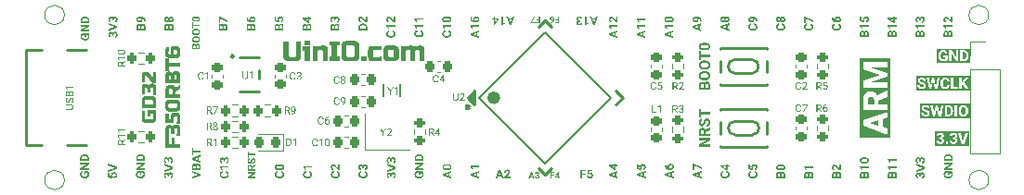
<source format=gto>
%TF.GenerationSoftware,KiCad,Pcbnew,7.0.9*%
%TF.CreationDate,2024-01-12T01:24:11+08:00*%
%TF.ProjectId,UINIO-MCU-GD32F350RBT6,55494e49-4f2d-44d4-9355-2d4744333246,Version 3.0.1*%
%TF.SameCoordinates,PX68576d0PY5926440*%
%TF.FileFunction,Legend,Top*%
%TF.FilePolarity,Positive*%
%FSLAX46Y46*%
G04 Gerber Fmt 4.6, Leading zero omitted, Abs format (unit mm)*
G04 Created by KiCad (PCBNEW 7.0.9) date 2024-01-12 01:24:11*
%MOMM*%
%LPD*%
G01*
G04 APERTURE LIST*
G04 Aperture macros list*
%AMRoundRect*
0 Rectangle with rounded corners*
0 $1 Rounding radius*
0 $2 $3 $4 $5 $6 $7 $8 $9 X,Y pos of 4 corners*
0 Add a 4 corners polygon primitive as box body*
4,1,4,$2,$3,$4,$5,$6,$7,$8,$9,$2,$3,0*
0 Add four circle primitives for the rounded corners*
1,1,$1+$1,$2,$3*
1,1,$1+$1,$4,$5*
1,1,$1+$1,$6,$7*
1,1,$1+$1,$8,$9*
0 Add four rect primitives between the rounded corners*
20,1,$1+$1,$2,$3,$4,$5,0*
20,1,$1+$1,$4,$5,$6,$7,0*
20,1,$1+$1,$6,$7,$8,$9,0*
20,1,$1+$1,$8,$9,$2,$3,0*%
%AMHorizOval*
0 Thick line with rounded ends*
0 $1 width*
0 $2 $3 position (X,Y) of the first rounded end (center of the circle)*
0 $4 $5 position (X,Y) of the second rounded end (center of the circle)*
0 Add line between two ends*
20,1,$1,$2,$3,$4,$5,0*
0 Add two circle primitives to create the rounded ends*
1,1,$1,$2,$3*
1,1,$1,$4,$5*%
G04 Aperture macros list end*
%ADD10C,0.100000*%
%ADD11C,0.150000*%
%ADD12C,0.300000*%
%ADD13C,0.120000*%
%ADD14C,0.254000*%
%ADD15C,0.200000*%
%ADD16C,0.600000*%
%ADD17RoundRect,0.200000X-0.275000X0.200000X-0.275000X-0.200000X0.275000X-0.200000X0.275000X0.200000X0*%
%ADD18RoundRect,0.225000X-0.225000X-0.250000X0.225000X-0.250000X0.225000X0.250000X-0.225000X0.250000X0*%
%ADD19RoundRect,0.225000X-0.250000X0.225000X-0.250000X-0.225000X0.250000X-0.225000X0.250000X0.225000X0*%
%ADD20RoundRect,0.200000X-0.200000X-0.275000X0.200000X-0.275000X0.200000X0.275000X-0.200000X0.275000X0*%
%ADD21RoundRect,0.200000X0.275000X-0.200000X0.275000X0.200000X-0.275000X0.200000X-0.275000X-0.200000X0*%
%ADD22C,1.200000*%
%ADD23RoundRect,0.218750X0.256250X-0.218750X0.256250X0.218750X-0.256250X0.218750X-0.256250X-0.218750X0*%
%ADD24HorizOval,0.300000X-0.601041X-0.601041X0.601041X0.601041X0*%
%ADD25HorizOval,0.300000X0.601041X-0.601041X-0.601041X0.601041X0*%
%ADD26R,1.400000X1.200000*%
%ADD27RoundRect,0.200000X0.200000X0.275000X-0.200000X0.275000X-0.200000X-0.275000X0.200000X-0.275000X0*%
%ADD28R,1.000000X0.600000*%
%ADD29C,0.650000*%
%ADD30O,2.100000X1.000000*%
%ADD31O,1.900000X1.000000*%
%ADD32R,1.150000X0.600000*%
%ADD33R,1.150000X0.300000*%
%ADD34R,1.200000X0.650000*%
%ADD35R,1.700000X1.700000*%
%ADD36O,1.700000X1.700000*%
%ADD37RoundRect,0.225000X0.225000X0.250000X-0.225000X0.250000X-0.225000X-0.250000X0.225000X-0.250000X0*%
%ADD38R,1.800000X1.000000*%
%ADD39RoundRect,0.218750X0.218750X0.256250X-0.218750X0.256250X-0.218750X-0.256250X0.218750X-0.256250X0*%
G04 APERTURE END LIST*
D10*
G36*
X22119796Y-3381828D02*
G01*
X22133481Y-3382691D01*
X22146730Y-3384130D01*
X22159544Y-3386144D01*
X22171924Y-3388734D01*
X22183868Y-3391899D01*
X22195377Y-3395640D01*
X22206451Y-3399956D01*
X22217090Y-3404848D01*
X22227294Y-3410315D01*
X22237063Y-3416358D01*
X22246397Y-3422976D01*
X22255296Y-3430170D01*
X22263760Y-3437939D01*
X22271788Y-3446284D01*
X22279382Y-3455204D01*
X22286532Y-3464656D01*
X22293231Y-3474597D01*
X22299477Y-3485026D01*
X22305272Y-3495944D01*
X22310615Y-3507350D01*
X22315506Y-3519245D01*
X22319945Y-3531628D01*
X22323932Y-3544499D01*
X22327467Y-3557859D01*
X22330551Y-3571708D01*
X22333183Y-3586045D01*
X22335363Y-3600870D01*
X22337091Y-3616185D01*
X22337785Y-3624025D01*
X22338367Y-3631987D01*
X22338835Y-3640071D01*
X22339191Y-3648278D01*
X22339434Y-3656607D01*
X22339564Y-3665058D01*
X22339564Y-3976125D01*
X21539229Y-3976125D01*
X21539229Y-3811408D01*
X21672683Y-3811408D01*
X21876870Y-3811408D01*
X21993325Y-3811408D01*
X22207086Y-3811408D01*
X22207086Y-3670138D01*
X22206846Y-3659445D01*
X22206124Y-3649202D01*
X22204922Y-3639410D01*
X22203239Y-3630067D01*
X22201076Y-3621174D01*
X22198431Y-3612731D01*
X22195305Y-3604738D01*
X22191699Y-3597195D01*
X22187612Y-3590101D01*
X22183044Y-3583458D01*
X22179731Y-3579279D01*
X22174381Y-3573413D01*
X22166677Y-3566489D01*
X22158319Y-3560590D01*
X22149308Y-3555718D01*
X22139644Y-3551871D01*
X22131967Y-3549659D01*
X22123922Y-3548024D01*
X22115510Y-3546966D01*
X22106731Y-3546485D01*
X22103723Y-3546453D01*
X22090537Y-3546897D01*
X22078190Y-3548230D01*
X22066681Y-3550451D01*
X22056010Y-3553561D01*
X22046177Y-3557559D01*
X22037182Y-3562445D01*
X22029025Y-3568220D01*
X22021706Y-3574883D01*
X22015225Y-3582435D01*
X22009582Y-3590875D01*
X22004778Y-3600203D01*
X22000811Y-3610420D01*
X21997682Y-3621526D01*
X21995392Y-3633520D01*
X21993939Y-3646402D01*
X21993325Y-3660173D01*
X21993325Y-3811408D01*
X21876870Y-3811408D01*
X21876870Y-3689286D01*
X21876225Y-3674191D01*
X21874827Y-3660069D01*
X21872677Y-3646921D01*
X21869775Y-3634747D01*
X21866119Y-3623547D01*
X21861712Y-3613321D01*
X21856551Y-3604069D01*
X21850638Y-3595790D01*
X21843973Y-3588486D01*
X21836555Y-3582155D01*
X21828384Y-3576799D01*
X21819461Y-3572416D01*
X21809785Y-3569007D01*
X21799356Y-3566573D01*
X21788175Y-3565112D01*
X21776242Y-3564625D01*
X21766182Y-3564903D01*
X21756664Y-3565738D01*
X21747689Y-3567129D01*
X21739257Y-3569076D01*
X21731368Y-3571580D01*
X21724021Y-3574640D01*
X21715070Y-3579586D01*
X21707083Y-3585521D01*
X21700061Y-3592446D01*
X21696912Y-3596279D01*
X21691233Y-3604717D01*
X21687471Y-3611800D01*
X21684135Y-3619528D01*
X21681224Y-3627901D01*
X21678740Y-3636921D01*
X21676682Y-3646586D01*
X21675049Y-3656897D01*
X21673842Y-3667853D01*
X21673061Y-3679456D01*
X21672777Y-3687549D01*
X21672683Y-3695930D01*
X21672683Y-3811408D01*
X21539229Y-3811408D01*
X21539229Y-3695930D01*
X21539283Y-3686900D01*
X21539448Y-3678008D01*
X21539723Y-3669254D01*
X21540108Y-3660637D01*
X21540602Y-3652157D01*
X21541207Y-3643814D01*
X21541921Y-3635609D01*
X21542746Y-3627542D01*
X21543680Y-3619612D01*
X21544724Y-3611819D01*
X21547142Y-3596645D01*
X21550000Y-3582021D01*
X21553297Y-3567947D01*
X21557034Y-3554422D01*
X21561210Y-3541446D01*
X21565827Y-3529020D01*
X21570882Y-3517144D01*
X21576378Y-3505817D01*
X21582313Y-3495040D01*
X21588688Y-3484812D01*
X21595502Y-3475134D01*
X21602716Y-3466001D01*
X21610337Y-3457457D01*
X21618366Y-3449503D01*
X21626802Y-3442137D01*
X21635646Y-3435361D01*
X21644897Y-3429174D01*
X21654556Y-3423576D01*
X21664623Y-3418568D01*
X21675097Y-3414148D01*
X21685979Y-3410318D01*
X21697268Y-3407078D01*
X21708965Y-3404426D01*
X21721070Y-3402364D01*
X21733582Y-3400891D01*
X21746501Y-3400007D01*
X21759829Y-3399712D01*
X21770806Y-3399978D01*
X21781536Y-3400777D01*
X21792018Y-3402108D01*
X21802254Y-3403971D01*
X21812242Y-3406367D01*
X21821982Y-3409295D01*
X21831476Y-3412755D01*
X21840722Y-3416748D01*
X21849721Y-3421273D01*
X21858472Y-3426331D01*
X21864169Y-3429998D01*
X21872386Y-3435850D01*
X21880184Y-3442120D01*
X21887563Y-3448810D01*
X21894523Y-3455918D01*
X21901063Y-3463446D01*
X21907185Y-3471393D01*
X21912888Y-3479758D01*
X21918171Y-3488543D01*
X21923036Y-3497747D01*
X21927482Y-3507370D01*
X21930212Y-3514018D01*
X21932240Y-3506426D01*
X21935738Y-3495423D01*
X21939787Y-3484880D01*
X21944385Y-3474797D01*
X21949532Y-3465174D01*
X21955229Y-3456011D01*
X21961476Y-3447309D01*
X21968272Y-3439067D01*
X21975617Y-3431285D01*
X21983512Y-3423963D01*
X21991957Y-3417102D01*
X22000859Y-3410747D01*
X22010124Y-3405017D01*
X22019754Y-3399912D01*
X22029748Y-3395432D01*
X22040105Y-3391577D01*
X22050827Y-3388347D01*
X22061913Y-3385743D01*
X22073363Y-3383763D01*
X22081199Y-3382791D01*
X22089196Y-3382096D01*
X22097356Y-3381679D01*
X22105677Y-3381540D01*
X22119796Y-3381828D01*
G37*
G36*
X22167421Y-2809035D02*
G01*
X22339564Y-2809035D01*
X22339564Y-2967891D01*
X22167421Y-2967891D01*
X22167421Y-3295958D01*
X22067379Y-3302992D01*
X21539229Y-2969454D01*
X21539229Y-2967891D01*
X21755725Y-2967891D01*
X21773897Y-2978247D01*
X22039438Y-3144723D01*
X22039438Y-2967891D01*
X21755725Y-2967891D01*
X21539229Y-2967891D01*
X21539229Y-2809035D01*
X22039438Y-2809035D01*
X22039438Y-2718372D01*
X22167421Y-2718372D01*
X22167421Y-2809035D01*
G37*
G36*
X44586419Y-2968222D02*
G01*
X44823823Y-2968222D01*
X44823823Y-2721000D01*
X44947361Y-2721000D01*
X44947361Y-3321251D01*
X44556670Y-3321251D01*
X44556670Y-3221160D01*
X44823823Y-3221160D01*
X44823823Y-3068020D01*
X44586419Y-3068020D01*
X44586419Y-2968222D01*
G37*
G36*
X44294088Y-2711685D02*
G01*
X44305655Y-2712204D01*
X44316937Y-2713241D01*
X44327934Y-2714797D01*
X44338645Y-2716872D01*
X44349072Y-2719465D01*
X44359213Y-2722577D01*
X44369070Y-2726207D01*
X44378641Y-2730356D01*
X44387927Y-2735024D01*
X44396928Y-2740210D01*
X44405644Y-2745915D01*
X44414075Y-2752139D01*
X44422221Y-2758881D01*
X44430082Y-2766142D01*
X44437657Y-2773922D01*
X44441338Y-2778006D01*
X44448401Y-2786495D01*
X44455008Y-2795330D01*
X44461160Y-2804511D01*
X44466856Y-2814038D01*
X44472096Y-2823910D01*
X44476880Y-2834128D01*
X44481209Y-2844692D01*
X44485082Y-2855602D01*
X44488500Y-2866857D01*
X44490038Y-2872614D01*
X44491462Y-2878458D01*
X44492772Y-2884389D01*
X44493968Y-2890405D01*
X44495050Y-2896508D01*
X44496018Y-2902698D01*
X44496873Y-2908974D01*
X44497613Y-2915336D01*
X44498240Y-2921785D01*
X44498752Y-2928320D01*
X44499151Y-2934942D01*
X44499436Y-2941650D01*
X44499607Y-2948445D01*
X44499664Y-2955326D01*
X44499664Y-2998557D01*
X44499628Y-3004680D01*
X44499519Y-3010759D01*
X44499339Y-3016792D01*
X44499087Y-3022781D01*
X44498762Y-3028724D01*
X44498365Y-3034623D01*
X44497896Y-3040476D01*
X44496742Y-3052049D01*
X44495300Y-3063442D01*
X44493569Y-3074655D01*
X44491549Y-3085688D01*
X44489241Y-3096542D01*
X44486645Y-3107215D01*
X44483759Y-3117709D01*
X44480586Y-3128024D01*
X44477124Y-3138158D01*
X44473373Y-3148113D01*
X44469334Y-3157888D01*
X44465006Y-3167483D01*
X44462734Y-3172214D01*
X44457993Y-3181496D01*
X44453000Y-3190514D01*
X44447757Y-3199265D01*
X44442264Y-3207751D01*
X44436519Y-3215971D01*
X44430524Y-3223926D01*
X44424278Y-3231615D01*
X44417781Y-3239039D01*
X44411034Y-3246196D01*
X44404036Y-3253089D01*
X44396787Y-3259715D01*
X44389287Y-3266076D01*
X44381537Y-3272172D01*
X44373536Y-3278001D01*
X44365284Y-3283566D01*
X44356782Y-3288864D01*
X44348068Y-3293870D01*
X44339182Y-3298557D01*
X44330125Y-3302924D01*
X44320896Y-3306972D01*
X44311496Y-3310700D01*
X44301923Y-3314109D01*
X44292179Y-3317198D01*
X44282263Y-3319968D01*
X44272175Y-3322419D01*
X44261916Y-3324550D01*
X44251485Y-3326362D01*
X44240882Y-3327854D01*
X44230108Y-3329027D01*
X44219161Y-3329881D01*
X44208043Y-3330415D01*
X44196754Y-3330630D01*
X44176970Y-3330630D01*
X44176970Y-3232591D01*
X44188401Y-3232591D01*
X44198389Y-3232269D01*
X44208129Y-3231633D01*
X44217623Y-3230684D01*
X44226869Y-3229422D01*
X44235868Y-3227845D01*
X44244619Y-3225955D01*
X44253123Y-3223751D01*
X44261380Y-3221233D01*
X44269390Y-3218402D01*
X44277152Y-3215257D01*
X44284667Y-3211798D01*
X44291935Y-3208026D01*
X44298956Y-3203940D01*
X44305729Y-3199540D01*
X44312255Y-3194826D01*
X44318533Y-3189799D01*
X44324534Y-3184511D01*
X44330227Y-3178978D01*
X44335612Y-3173199D01*
X44340689Y-3167176D01*
X44345458Y-3160908D01*
X44349919Y-3154395D01*
X44354072Y-3147636D01*
X44357917Y-3140633D01*
X44361454Y-3133385D01*
X44364684Y-3125892D01*
X44367605Y-3118153D01*
X44370218Y-3110170D01*
X44372523Y-3101942D01*
X44374520Y-3093468D01*
X44376210Y-3084750D01*
X44377591Y-3075787D01*
X44371521Y-3081661D01*
X44365254Y-3087155D01*
X44358790Y-3092271D01*
X44352129Y-3097008D01*
X44345271Y-3101366D01*
X44338216Y-3105345D01*
X44330964Y-3108945D01*
X44323516Y-3112167D01*
X44315870Y-3115009D01*
X44308028Y-3117472D01*
X44299988Y-3119556D01*
X44291752Y-3121262D01*
X44283319Y-3122588D01*
X44274688Y-3123535D01*
X44265861Y-3124104D01*
X44256837Y-3124293D01*
X44247181Y-3124072D01*
X44237775Y-3123409D01*
X44228620Y-3122305D01*
X44219716Y-3120758D01*
X44211062Y-3118769D01*
X44202659Y-3116339D01*
X44194507Y-3113466D01*
X44186605Y-3110152D01*
X44178955Y-3106395D01*
X44171555Y-3102197D01*
X44164405Y-3097557D01*
X44157507Y-3092475D01*
X44150859Y-3086950D01*
X44144462Y-3080984D01*
X44138316Y-3074577D01*
X44132420Y-3067727D01*
X44126830Y-3060534D01*
X44121601Y-3053063D01*
X44116732Y-3045312D01*
X44112224Y-3037282D01*
X44108077Y-3028972D01*
X44104290Y-3020383D01*
X44100864Y-3011515D01*
X44097799Y-3002367D01*
X44095094Y-2992940D01*
X44092750Y-2983234D01*
X44090766Y-2973248D01*
X44089143Y-2962983D01*
X44087881Y-2952439D01*
X44086979Y-2941615D01*
X44086439Y-2930512D01*
X44086258Y-2919129D01*
X44086274Y-2917957D01*
X44204960Y-2917957D01*
X44205054Y-2924092D01*
X44205333Y-2930077D01*
X44206103Y-2938773D01*
X44207293Y-2947132D01*
X44208902Y-2955153D01*
X44210932Y-2962837D01*
X44213381Y-2970183D01*
X44216251Y-2977192D01*
X44219540Y-2983863D01*
X44223249Y-2990197D01*
X44227378Y-2996194D01*
X44228847Y-2998117D01*
X44233472Y-3003565D01*
X44238387Y-3008476D01*
X44243593Y-3012852D01*
X44249091Y-3016692D01*
X44254880Y-3019996D01*
X44260960Y-3022765D01*
X44267330Y-3024997D01*
X44273992Y-3026694D01*
X44280945Y-3027855D01*
X44288190Y-3028480D01*
X44293181Y-3028599D01*
X44300313Y-3028361D01*
X44307277Y-3027646D01*
X44314070Y-3026456D01*
X44320695Y-3024789D01*
X44327150Y-3022646D01*
X44333435Y-3020026D01*
X44339551Y-3016930D01*
X44345498Y-3013358D01*
X44351167Y-3009395D01*
X44356452Y-3005124D01*
X44361352Y-3000547D01*
X44365867Y-2995663D01*
X44369998Y-2990472D01*
X44373744Y-2984974D01*
X44377106Y-2979170D01*
X44380082Y-2973058D01*
X44380082Y-2936275D01*
X44379991Y-2928813D01*
X44379716Y-2921556D01*
X44379258Y-2914506D01*
X44378617Y-2907662D01*
X44377793Y-2901024D01*
X44376785Y-2894592D01*
X44375594Y-2888366D01*
X44374221Y-2882346D01*
X44372663Y-2876533D01*
X44370923Y-2870925D01*
X44367969Y-2862900D01*
X44364603Y-2855338D01*
X44360825Y-2848241D01*
X44356635Y-2841607D01*
X44352046Y-2835531D01*
X44347128Y-2830052D01*
X44341880Y-2825172D01*
X44336302Y-2820889D01*
X44330394Y-2817203D01*
X44324157Y-2814116D01*
X44317590Y-2811625D01*
X44310693Y-2809733D01*
X44303466Y-2808438D01*
X44295910Y-2807741D01*
X44290689Y-2807608D01*
X44283620Y-2807877D01*
X44276812Y-2808685D01*
X44270263Y-2810031D01*
X44263975Y-2811915D01*
X44257946Y-2814338D01*
X44252178Y-2817299D01*
X44246670Y-2820798D01*
X44241423Y-2824836D01*
X44236435Y-2829413D01*
X44231708Y-2834527D01*
X44228701Y-2838236D01*
X44224458Y-2844166D01*
X44220633Y-2850415D01*
X44217225Y-2856984D01*
X44214234Y-2863872D01*
X44211660Y-2871080D01*
X44209504Y-2878607D01*
X44207765Y-2886454D01*
X44206444Y-2894620D01*
X44205540Y-2903105D01*
X44205053Y-2911910D01*
X44204960Y-2917957D01*
X44086274Y-2917957D01*
X44086357Y-2911809D01*
X44086654Y-2904575D01*
X44087149Y-2897429D01*
X44087843Y-2890370D01*
X44088734Y-2883397D01*
X44089823Y-2876512D01*
X44091111Y-2869714D01*
X44092596Y-2863002D01*
X44094280Y-2856378D01*
X44096161Y-2849841D01*
X44098241Y-2843390D01*
X44100519Y-2837027D01*
X44102995Y-2830751D01*
X44105669Y-2824562D01*
X44108541Y-2818459D01*
X44111611Y-2812444D01*
X44114862Y-2806572D01*
X44118278Y-2800865D01*
X44121860Y-2795320D01*
X44125606Y-2789940D01*
X44129517Y-2784723D01*
X44133592Y-2779670D01*
X44137833Y-2774781D01*
X44142239Y-2770056D01*
X44146809Y-2765494D01*
X44151544Y-2761096D01*
X44156444Y-2756861D01*
X44161509Y-2752791D01*
X44166739Y-2748884D01*
X44172134Y-2745141D01*
X44177694Y-2741561D01*
X44183418Y-2738145D01*
X44189254Y-2734933D01*
X44195185Y-2731929D01*
X44201211Y-2729131D01*
X44207332Y-2726541D01*
X44213549Y-2724158D01*
X44219860Y-2721982D01*
X44226266Y-2720013D01*
X44232767Y-2718252D01*
X44239364Y-2716698D01*
X44246055Y-2715351D01*
X44252841Y-2714211D01*
X44259723Y-2713278D01*
X44266699Y-2712553D01*
X44273770Y-2712035D01*
X44280937Y-2711724D01*
X44288198Y-2711621D01*
X44294088Y-2711685D01*
G37*
G36*
X39886078Y-17562000D02*
G01*
X39710809Y-17562000D01*
X39655317Y-17395328D01*
X39366134Y-17395328D01*
X39311228Y-17562000D01*
X39135959Y-17562000D01*
X39247627Y-17261874D01*
X39410684Y-17261874D01*
X39610767Y-17261874D01*
X39510139Y-16963898D01*
X39410684Y-17261874D01*
X39247627Y-17261874D01*
X39433740Y-16761665D01*
X39586539Y-16761665D01*
X39886078Y-17562000D01*
G37*
G36*
X40488283Y-17562000D02*
G01*
X39939811Y-17562000D01*
X39939811Y-17453165D01*
X40198709Y-17176487D01*
X40205268Y-17169242D01*
X40211611Y-17162113D01*
X40217737Y-17155100D01*
X40223646Y-17148203D01*
X40229338Y-17141422D01*
X40234814Y-17134758D01*
X40240073Y-17128209D01*
X40245115Y-17121776D01*
X40249940Y-17115459D01*
X40256772Y-17106202D01*
X40263116Y-17097205D01*
X40268972Y-17088470D01*
X40274340Y-17079995D01*
X40277648Y-17074491D01*
X40282223Y-17066360D01*
X40286347Y-17058309D01*
X40290022Y-17050336D01*
X40293246Y-17042443D01*
X40296021Y-17034629D01*
X40298345Y-17026893D01*
X40300220Y-17019237D01*
X40302020Y-17009151D01*
X40303020Y-16999206D01*
X40303245Y-16991839D01*
X40303008Y-16982003D01*
X40302297Y-16972573D01*
X40301112Y-16963548D01*
X40299453Y-16954928D01*
X40297320Y-16946713D01*
X40294713Y-16938904D01*
X40291632Y-16931500D01*
X40288077Y-16924501D01*
X40282600Y-16915800D01*
X40276280Y-16907819D01*
X40269179Y-16900630D01*
X40261357Y-16894398D01*
X40252815Y-16889126D01*
X40243552Y-16884812D01*
X40236132Y-16882205D01*
X40228307Y-16880138D01*
X40220076Y-16878610D01*
X40211440Y-16877622D01*
X40202399Y-16877173D01*
X40199295Y-16877143D01*
X40189384Y-16877471D01*
X40179875Y-16878455D01*
X40170768Y-16880095D01*
X40162063Y-16882391D01*
X40153760Y-16885343D01*
X40145859Y-16888951D01*
X40138359Y-16893215D01*
X40131261Y-16898135D01*
X40124565Y-16903711D01*
X40118271Y-16909944D01*
X40114299Y-16914463D01*
X40108781Y-16921632D01*
X40103807Y-16929216D01*
X40099375Y-16937216D01*
X40095486Y-16945631D01*
X40092139Y-16954462D01*
X40089335Y-16963709D01*
X40087074Y-16973371D01*
X40085356Y-16983449D01*
X40084180Y-16993943D01*
X40083547Y-17004852D01*
X40083426Y-17012355D01*
X39923985Y-17012355D01*
X39924120Y-17003246D01*
X39924528Y-16994236D01*
X39925207Y-16985325D01*
X39926158Y-16976513D01*
X39927381Y-16967800D01*
X39928875Y-16959187D01*
X39930642Y-16950673D01*
X39932680Y-16942258D01*
X39934989Y-16933942D01*
X39937571Y-16925726D01*
X39940424Y-16917608D01*
X39943548Y-16909590D01*
X39946945Y-16901671D01*
X39950613Y-16893852D01*
X39954553Y-16886131D01*
X39958765Y-16878510D01*
X39963249Y-16871041D01*
X39967957Y-16863776D01*
X39972890Y-16856716D01*
X39978048Y-16849861D01*
X39983429Y-16843210D01*
X39989036Y-16836763D01*
X39994866Y-16830521D01*
X40000921Y-16824484D01*
X40007200Y-16818651D01*
X40013704Y-16813023D01*
X40020432Y-16807599D01*
X40027385Y-16802380D01*
X40034562Y-16797365D01*
X40041963Y-16792555D01*
X40049589Y-16787950D01*
X40057439Y-16783549D01*
X40065491Y-16779384D01*
X40073675Y-16775489D01*
X40081990Y-16771862D01*
X40090436Y-16768503D01*
X40099014Y-16765414D01*
X40107722Y-16762593D01*
X40116562Y-16760040D01*
X40125534Y-16757757D01*
X40134636Y-16755742D01*
X40143870Y-16753995D01*
X40153235Y-16752518D01*
X40162732Y-16751309D01*
X40172360Y-16750368D01*
X40182119Y-16749697D01*
X40192009Y-16749294D01*
X40202031Y-16749159D01*
X40217275Y-16749392D01*
X40232088Y-16750090D01*
X40246468Y-16751254D01*
X40260417Y-16752884D01*
X40273933Y-16754979D01*
X40287018Y-16757540D01*
X40299670Y-16760566D01*
X40311891Y-16764058D01*
X40323680Y-16768016D01*
X40335036Y-16772439D01*
X40345961Y-16777327D01*
X40356453Y-16782682D01*
X40366514Y-16788501D01*
X40376142Y-16794787D01*
X40385339Y-16801538D01*
X40394103Y-16808755D01*
X40402384Y-16816371D01*
X40410132Y-16824371D01*
X40417344Y-16832754D01*
X40424023Y-16841520D01*
X40430167Y-16850669D01*
X40435777Y-16860201D01*
X40440853Y-16870117D01*
X40445394Y-16880415D01*
X40449401Y-16891097D01*
X40452874Y-16902162D01*
X40455813Y-16913610D01*
X40458217Y-16925442D01*
X40460087Y-16937656D01*
X40461423Y-16950254D01*
X40462224Y-16963234D01*
X40462491Y-16976598D01*
X40462220Y-16987791D01*
X40461406Y-16999022D01*
X40460049Y-17010291D01*
X40458150Y-17021597D01*
X40455708Y-17032941D01*
X40453778Y-17040525D01*
X40451607Y-17048125D01*
X40449196Y-17055743D01*
X40446542Y-17063377D01*
X40443648Y-17071028D01*
X40440513Y-17078695D01*
X40437136Y-17086380D01*
X40433518Y-17094081D01*
X40431619Y-17097938D01*
X40427612Y-17105712D01*
X40423263Y-17113646D01*
X40418569Y-17121740D01*
X40413533Y-17129995D01*
X40408152Y-17138410D01*
X40402429Y-17146985D01*
X40396362Y-17155721D01*
X40389951Y-17164616D01*
X40383197Y-17173672D01*
X40376099Y-17182889D01*
X40368658Y-17192265D01*
X40360874Y-17201802D01*
X40352746Y-17211500D01*
X40344275Y-17221357D01*
X40335460Y-17231375D01*
X40326301Y-17241553D01*
X40144389Y-17434016D01*
X40488283Y-17434016D01*
X40488283Y-17562000D01*
G37*
G36*
X11986990Y-5213736D02*
G01*
X11998964Y-5214491D01*
X12010557Y-5215750D01*
X12021770Y-5217512D01*
X12032602Y-5219778D01*
X12043053Y-5222548D01*
X12053123Y-5225821D01*
X12062813Y-5229598D01*
X12072122Y-5233878D01*
X12081051Y-5238662D01*
X12089599Y-5243949D01*
X12097766Y-5249740D01*
X12105552Y-5256035D01*
X12112958Y-5262833D01*
X12119983Y-5270134D01*
X12126628Y-5277939D01*
X12132884Y-5286210D01*
X12138745Y-5294908D01*
X12144211Y-5304034D01*
X12149281Y-5313587D01*
X12153956Y-5323567D01*
X12158236Y-5333975D01*
X12162120Y-5344810D01*
X12165609Y-5356073D01*
X12168702Y-5367763D01*
X12171401Y-5379880D01*
X12173703Y-5392425D01*
X12175611Y-5405398D01*
X12177123Y-5418797D01*
X12177730Y-5425658D01*
X12178239Y-5432625D01*
X12178649Y-5439698D01*
X12178961Y-5446879D01*
X12179173Y-5454167D01*
X12179287Y-5461561D01*
X12179287Y-5733745D01*
X11478993Y-5733745D01*
X11478993Y-5589618D01*
X11595766Y-5589618D01*
X11774430Y-5589618D01*
X11876328Y-5589618D01*
X12063369Y-5589618D01*
X12063369Y-5466006D01*
X12063158Y-5456650D01*
X12062527Y-5447688D01*
X12061475Y-5439119D01*
X12060003Y-5430944D01*
X12058110Y-5423163D01*
X12055795Y-5415775D01*
X12053061Y-5408781D01*
X12049905Y-5402181D01*
X12046329Y-5395975D01*
X12042332Y-5390162D01*
X12039433Y-5386505D01*
X12034752Y-5381372D01*
X12028011Y-5375314D01*
X12020698Y-5370152D01*
X12012813Y-5365889D01*
X12004357Y-5362523D01*
X11997640Y-5360587D01*
X11990601Y-5359157D01*
X11983240Y-5358231D01*
X11975558Y-5357811D01*
X11972926Y-5357782D01*
X11961389Y-5358171D01*
X11950585Y-5359337D01*
X11940514Y-5361281D01*
X11931177Y-5364002D01*
X11922573Y-5367500D01*
X11914702Y-5371775D01*
X11907565Y-5376828D01*
X11901161Y-5382659D01*
X11895490Y-5389266D01*
X11890553Y-5396651D01*
X11886349Y-5404814D01*
X11882878Y-5413754D01*
X11880140Y-5423471D01*
X11878136Y-5433966D01*
X11876865Y-5445238D01*
X11876328Y-5457287D01*
X11876328Y-5589618D01*
X11774430Y-5589618D01*
X11774430Y-5482762D01*
X11773865Y-5469553D01*
X11772642Y-5457196D01*
X11770761Y-5445692D01*
X11768221Y-5435040D01*
X11765023Y-5425239D01*
X11761166Y-5416292D01*
X11756651Y-5408196D01*
X11751477Y-5400952D01*
X11745644Y-5394561D01*
X11739154Y-5389022D01*
X11732004Y-5384335D01*
X11724196Y-5380500D01*
X11715730Y-5377517D01*
X11706605Y-5375387D01*
X11696822Y-5374109D01*
X11686380Y-5373683D01*
X11677577Y-5373926D01*
X11669250Y-5374656D01*
X11661397Y-5375874D01*
X11654019Y-5377578D01*
X11647115Y-5379768D01*
X11640687Y-5382446D01*
X11632854Y-5386774D01*
X11625866Y-5391967D01*
X11619722Y-5398026D01*
X11616966Y-5401380D01*
X11611997Y-5408764D01*
X11608706Y-5414961D01*
X11605786Y-5421723D01*
X11603240Y-5429050D01*
X11601066Y-5436942D01*
X11599265Y-5445399D01*
X11597836Y-5454421D01*
X11596780Y-5464008D01*
X11596097Y-5474160D01*
X11595849Y-5481242D01*
X11595766Y-5488575D01*
X11595766Y-5589618D01*
X11478993Y-5589618D01*
X11478993Y-5488575D01*
X11479041Y-5480674D01*
X11479186Y-5472893D01*
X11479426Y-5465233D01*
X11479763Y-5457693D01*
X11480196Y-5450273D01*
X11480724Y-5442974D01*
X11481350Y-5435794D01*
X11482071Y-5428735D01*
X11482888Y-5421796D01*
X11483802Y-5414977D01*
X11485918Y-5401700D01*
X11488418Y-5388904D01*
X11491303Y-5376589D01*
X11494573Y-5364755D01*
X11498228Y-5353401D01*
X11502267Y-5342529D01*
X11506691Y-5332137D01*
X11511499Y-5322226D01*
X11516692Y-5312796D01*
X11522270Y-5303847D01*
X11528233Y-5295378D01*
X11534545Y-5287387D01*
X11541213Y-5279911D01*
X11548238Y-5272951D01*
X11555620Y-5266506D01*
X11563358Y-5260577D01*
X11571453Y-5255163D01*
X11579905Y-5250265D01*
X11588713Y-5245883D01*
X11597878Y-5242016D01*
X11607400Y-5238664D01*
X11617278Y-5235829D01*
X11627513Y-5233509D01*
X11638104Y-5231704D01*
X11649052Y-5230415D01*
X11660357Y-5229642D01*
X11672019Y-5229384D01*
X11681624Y-5229617D01*
X11691012Y-5230316D01*
X11700185Y-5231480D01*
X11709140Y-5233111D01*
X11717880Y-5235207D01*
X11726403Y-5237769D01*
X11734710Y-5240797D01*
X11742800Y-5244290D01*
X11750674Y-5248250D01*
X11758332Y-5252675D01*
X11763317Y-5255884D01*
X11770506Y-5261004D01*
X11777329Y-5266491D01*
X11783786Y-5272345D01*
X11789876Y-5278565D01*
X11795599Y-5285151D01*
X11800955Y-5292105D01*
X11805945Y-5299425D01*
X11810568Y-5307111D01*
X11814825Y-5315165D01*
X11818715Y-5323584D01*
X11821104Y-5329401D01*
X11822878Y-5322759D01*
X11825940Y-5313131D01*
X11829482Y-5303906D01*
X11833505Y-5295083D01*
X11838009Y-5286663D01*
X11842994Y-5278646D01*
X11848460Y-5271031D01*
X11854406Y-5263819D01*
X11860834Y-5257010D01*
X11867742Y-5250604D01*
X11875131Y-5244600D01*
X11882920Y-5239039D01*
X11891027Y-5234026D01*
X11899453Y-5229559D01*
X11908198Y-5225639D01*
X11917261Y-5222266D01*
X11926642Y-5219440D01*
X11936342Y-5217161D01*
X11946361Y-5215429D01*
X11953217Y-5214578D01*
X11960215Y-5213970D01*
X11967355Y-5213605D01*
X11974635Y-5213484D01*
X11986990Y-5213736D01*
G37*
G36*
X11857913Y-4533850D02*
G01*
X11870587Y-4534279D01*
X11883062Y-4534993D01*
X11895337Y-4535994D01*
X11907414Y-4537280D01*
X11919292Y-4538852D01*
X11930971Y-4540710D01*
X11942450Y-4542854D01*
X11953731Y-4545284D01*
X11964813Y-4547999D01*
X11975695Y-4551000D01*
X11986379Y-4554288D01*
X11996864Y-4557861D01*
X12007149Y-4561719D01*
X12017236Y-4565864D01*
X12027123Y-4570295D01*
X12036751Y-4574970D01*
X12046101Y-4579893D01*
X12055173Y-4585063D01*
X12063967Y-4590480D01*
X12072484Y-4596144D01*
X12080722Y-4602055D01*
X12088683Y-4608213D01*
X12096366Y-4614619D01*
X12103771Y-4621271D01*
X12110899Y-4628171D01*
X12117748Y-4635317D01*
X12124320Y-4642711D01*
X12130613Y-4650352D01*
X12136629Y-4658240D01*
X12142368Y-4666375D01*
X12147828Y-4674757D01*
X12152962Y-4683341D01*
X12157766Y-4692081D01*
X12162238Y-4700978D01*
X12166378Y-4710031D01*
X12170188Y-4719240D01*
X12173666Y-4728605D01*
X12176813Y-4738126D01*
X12179628Y-4747804D01*
X12182113Y-4757638D01*
X12184266Y-4767629D01*
X12186088Y-4777775D01*
X12187579Y-4788078D01*
X12188738Y-4798538D01*
X12189566Y-4809153D01*
X12190063Y-4819925D01*
X12190229Y-4830853D01*
X12190065Y-4841658D01*
X12189574Y-4852318D01*
X12188756Y-4862832D01*
X12187611Y-4873200D01*
X12186138Y-4883423D01*
X12184338Y-4893500D01*
X12182211Y-4903432D01*
X12179757Y-4913218D01*
X12176975Y-4922858D01*
X12173866Y-4932353D01*
X12170430Y-4941702D01*
X12166667Y-4950906D01*
X12162576Y-4959964D01*
X12158158Y-4968876D01*
X12153413Y-4977643D01*
X12148341Y-4986265D01*
X12142943Y-4994672D01*
X12137265Y-5002838D01*
X12131307Y-5010764D01*
X12125068Y-5018450D01*
X12118548Y-5025895D01*
X12111748Y-5033100D01*
X12104667Y-5040064D01*
X12097306Y-5046788D01*
X12089665Y-5053272D01*
X12081743Y-5059515D01*
X12073540Y-5065517D01*
X12065057Y-5071280D01*
X12056294Y-5076801D01*
X12047250Y-5082083D01*
X12037925Y-5087124D01*
X12028320Y-5091924D01*
X12018483Y-5096460D01*
X12008463Y-5100708D01*
X11998261Y-5104667D01*
X11987875Y-5108337D01*
X11977306Y-5111719D01*
X11966554Y-5114813D01*
X11955620Y-5117618D01*
X11944502Y-5120134D01*
X11933201Y-5122362D01*
X11921718Y-5124302D01*
X11910051Y-5125953D01*
X11898201Y-5127315D01*
X11886168Y-5128389D01*
X11873953Y-5129174D01*
X11861554Y-5129671D01*
X11848972Y-5129879D01*
X11814095Y-5129879D01*
X11801220Y-5129734D01*
X11788540Y-5129297D01*
X11776055Y-5128569D01*
X11763765Y-5127550D01*
X11751671Y-5126240D01*
X11739771Y-5124638D01*
X11728066Y-5122745D01*
X11716556Y-5120562D01*
X11705241Y-5118087D01*
X11694122Y-5115320D01*
X11683197Y-5112263D01*
X11672467Y-5108914D01*
X11661933Y-5105274D01*
X11651593Y-5101344D01*
X11641448Y-5097121D01*
X11631499Y-5092608D01*
X11621769Y-5087829D01*
X11612326Y-5082809D01*
X11603170Y-5077549D01*
X11594302Y-5072049D01*
X11585721Y-5066308D01*
X11577427Y-5060327D01*
X11569420Y-5054105D01*
X11561700Y-5047643D01*
X11554268Y-5040940D01*
X11547122Y-5033997D01*
X11540264Y-5026814D01*
X11533693Y-5019390D01*
X11527409Y-5011726D01*
X11521413Y-5003821D01*
X11515703Y-4995676D01*
X11510281Y-4987290D01*
X11505167Y-4978709D01*
X11500383Y-4969974D01*
X11495929Y-4961088D01*
X11491805Y-4952049D01*
X11488011Y-4942858D01*
X11484547Y-4933515D01*
X11481413Y-4924020D01*
X11478609Y-4914372D01*
X11476134Y-4904572D01*
X11473990Y-4894619D01*
X11472175Y-4884515D01*
X11470691Y-4874258D01*
X11469536Y-4863849D01*
X11468711Y-4853287D01*
X11468216Y-4842574D01*
X11468051Y-4831708D01*
X11587388Y-4831708D01*
X11587611Y-4840661D01*
X11588278Y-4849355D01*
X11589390Y-4857790D01*
X11590947Y-4865966D01*
X11592948Y-4873883D01*
X11595395Y-4881540D01*
X11598286Y-4888939D01*
X11601622Y-4896078D01*
X11605402Y-4902958D01*
X11609628Y-4909579D01*
X11614298Y-4915941D01*
X11619413Y-4922044D01*
X11624973Y-4927888D01*
X11630978Y-4933472D01*
X11637427Y-4938798D01*
X11644321Y-4943864D01*
X11651624Y-4948628D01*
X11659340Y-4953088D01*
X11667470Y-4957246D01*
X11676015Y-4961100D01*
X11684974Y-4964651D01*
X11694346Y-4967899D01*
X11704133Y-4970843D01*
X11714334Y-4973485D01*
X11724948Y-4975823D01*
X11735977Y-4977858D01*
X11747420Y-4979589D01*
X11759277Y-4981018D01*
X11771548Y-4982143D01*
X11784234Y-4982965D01*
X11797333Y-4983484D01*
X11810846Y-4983700D01*
X11845211Y-4983700D01*
X11858487Y-4983547D01*
X11871386Y-4983086D01*
X11883908Y-4982318D01*
X11896053Y-4981242D01*
X11907822Y-4979860D01*
X11919214Y-4978170D01*
X11930230Y-4976173D01*
X11940869Y-4973869D01*
X11951131Y-4971258D01*
X11961017Y-4968340D01*
X11970525Y-4965114D01*
X11979658Y-4961581D01*
X11988413Y-4957741D01*
X11996792Y-4953593D01*
X12004794Y-4949139D01*
X12012420Y-4944377D01*
X12019625Y-4939305D01*
X12026365Y-4933964D01*
X12032640Y-4928353D01*
X12038450Y-4922471D01*
X12043795Y-4916321D01*
X12048676Y-4909900D01*
X12053092Y-4903209D01*
X12057043Y-4896249D01*
X12060529Y-4889019D01*
X12063551Y-4881519D01*
X12066107Y-4873749D01*
X12068199Y-4865709D01*
X12069826Y-4857400D01*
X12070988Y-4848821D01*
X12071685Y-4839972D01*
X12071917Y-4830853D01*
X12071694Y-4821902D01*
X12071022Y-4813214D01*
X12069904Y-4804789D01*
X12068338Y-4796627D01*
X12066324Y-4788728D01*
X12063863Y-4781093D01*
X12060955Y-4773720D01*
X12057599Y-4766611D01*
X12053795Y-4759765D01*
X12049544Y-4753182D01*
X12044846Y-4746862D01*
X12039700Y-4740805D01*
X12034107Y-4735012D01*
X12028066Y-4729481D01*
X12021578Y-4724214D01*
X12014642Y-4719210D01*
X12007278Y-4714488D01*
X11999504Y-4710068D01*
X11991319Y-4705950D01*
X11982724Y-4702134D01*
X11973720Y-4698620D01*
X11964305Y-4695407D01*
X11954480Y-4692497D01*
X11944246Y-4689888D01*
X11933601Y-4687581D01*
X11922546Y-4685577D01*
X11911081Y-4683874D01*
X11899206Y-4682472D01*
X11886920Y-4681373D01*
X11874225Y-4680576D01*
X11861120Y-4680080D01*
X11847605Y-4679886D01*
X11813240Y-4679886D01*
X11806368Y-4679925D01*
X11792936Y-4680234D01*
X11779921Y-4680851D01*
X11767322Y-4681776D01*
X11755141Y-4683010D01*
X11743376Y-4684553D01*
X11732028Y-4686405D01*
X11721096Y-4688564D01*
X11710582Y-4691033D01*
X11700484Y-4693810D01*
X11690803Y-4696895D01*
X11681538Y-4700289D01*
X11672690Y-4703992D01*
X11664259Y-4708003D01*
X11656245Y-4712322D01*
X11648648Y-4716951D01*
X11645005Y-4719381D01*
X11638028Y-4724427D01*
X11631501Y-4729738D01*
X11625425Y-4735311D01*
X11619798Y-4741147D01*
X11614621Y-4747247D01*
X11609895Y-4753609D01*
X11605619Y-4760235D01*
X11601793Y-4767124D01*
X11598417Y-4774276D01*
X11595491Y-4781691D01*
X11593015Y-4789369D01*
X11590989Y-4797311D01*
X11589414Y-4805515D01*
X11588289Y-4813983D01*
X11587613Y-4822714D01*
X11587388Y-4831708D01*
X11468051Y-4831708D01*
X11468216Y-4820843D01*
X11468711Y-4810131D01*
X11469536Y-4799573D01*
X11470691Y-4789168D01*
X11472175Y-4778917D01*
X11473990Y-4768820D01*
X11476134Y-4758877D01*
X11478609Y-4749087D01*
X11481413Y-4739450D01*
X11484547Y-4729967D01*
X11488011Y-4720638D01*
X11491805Y-4711462D01*
X11495929Y-4702440D01*
X11500383Y-4693572D01*
X11505167Y-4684857D01*
X11510281Y-4676296D01*
X11515703Y-4667911D01*
X11521413Y-4659765D01*
X11527409Y-4651861D01*
X11533693Y-4644196D01*
X11540264Y-4636773D01*
X11547122Y-4629589D01*
X11554268Y-4622646D01*
X11561700Y-4615944D01*
X11569420Y-4609482D01*
X11577427Y-4603260D01*
X11585721Y-4597279D01*
X11594302Y-4591538D01*
X11603170Y-4586037D01*
X11612326Y-4580777D01*
X11621769Y-4575758D01*
X11631499Y-4570979D01*
X11641447Y-4566465D01*
X11651588Y-4562243D01*
X11661921Y-4558312D01*
X11672446Y-4554672D01*
X11683164Y-4551324D01*
X11694074Y-4548266D01*
X11705176Y-4545500D01*
X11716471Y-4543025D01*
X11727958Y-4540841D01*
X11739637Y-4538948D01*
X11751509Y-4537347D01*
X11763573Y-4536037D01*
X11775829Y-4535017D01*
X11788278Y-4534289D01*
X11800919Y-4533853D01*
X11813753Y-4533707D01*
X11845040Y-4533707D01*
X11857913Y-4533850D01*
G37*
G36*
X11857913Y-3857493D02*
G01*
X11870587Y-3857921D01*
X11883062Y-3858636D01*
X11895337Y-3859637D01*
X11907414Y-3860923D01*
X11919292Y-3862495D01*
X11930971Y-3864353D01*
X11942450Y-3866497D01*
X11953731Y-3868926D01*
X11964813Y-3871642D01*
X11975695Y-3874643D01*
X11986379Y-3877930D01*
X11996864Y-3881503D01*
X12007149Y-3885362D01*
X12017236Y-3889507D01*
X12027123Y-3893937D01*
X12036751Y-3898613D01*
X12046101Y-3903536D01*
X12055173Y-3908706D01*
X12063967Y-3914123D01*
X12072484Y-3919787D01*
X12080722Y-3925698D01*
X12088683Y-3931856D01*
X12096366Y-3938261D01*
X12103771Y-3944914D01*
X12110899Y-3951813D01*
X12117748Y-3958960D01*
X12124320Y-3966354D01*
X12130613Y-3973995D01*
X12136629Y-3981883D01*
X12142368Y-3990018D01*
X12147828Y-3998400D01*
X12152962Y-4006984D01*
X12157766Y-4015724D01*
X12162238Y-4024621D01*
X12166378Y-4033673D01*
X12170188Y-4042882D01*
X12173666Y-4052248D01*
X12176813Y-4061769D01*
X12179628Y-4071447D01*
X12182113Y-4081281D01*
X12184266Y-4091271D01*
X12186088Y-4101418D01*
X12187579Y-4111721D01*
X12188738Y-4122180D01*
X12189566Y-4132796D01*
X12190063Y-4143568D01*
X12190229Y-4154496D01*
X12190065Y-4165301D01*
X12189574Y-4175960D01*
X12188756Y-4186474D01*
X12187611Y-4196843D01*
X12186138Y-4207066D01*
X12184338Y-4217143D01*
X12182211Y-4227074D01*
X12179757Y-4236860D01*
X12176975Y-4246501D01*
X12173866Y-4255996D01*
X12170430Y-4265345D01*
X12166667Y-4274549D01*
X12162576Y-4283607D01*
X12158158Y-4292519D01*
X12153413Y-4301286D01*
X12148341Y-4309907D01*
X12142943Y-4318314D01*
X12137265Y-4326481D01*
X12131307Y-4334407D01*
X12125068Y-4342092D01*
X12118548Y-4349538D01*
X12111748Y-4356742D01*
X12104667Y-4363707D01*
X12097306Y-4370431D01*
X12089665Y-4376914D01*
X12081743Y-4383157D01*
X12073540Y-4389160D01*
X12065057Y-4394922D01*
X12056294Y-4400444D01*
X12047250Y-4405725D01*
X12037925Y-4410766D01*
X12028320Y-4415567D01*
X12018483Y-4420103D01*
X12008463Y-4424350D01*
X11998261Y-4428309D01*
X11987875Y-4431980D01*
X11977306Y-4435362D01*
X11966554Y-4438455D01*
X11955620Y-4441260D01*
X11944502Y-4443777D01*
X11933201Y-4446005D01*
X11921718Y-4447944D01*
X11910051Y-4449595D01*
X11898201Y-4450958D01*
X11886168Y-4452032D01*
X11873953Y-4452817D01*
X11861554Y-4453314D01*
X11848972Y-4453522D01*
X11814095Y-4453522D01*
X11801220Y-4453377D01*
X11788540Y-4452940D01*
X11776055Y-4452212D01*
X11763765Y-4451193D01*
X11751671Y-4449882D01*
X11739771Y-4448281D01*
X11728066Y-4446388D01*
X11716556Y-4444204D01*
X11705241Y-4441729D01*
X11694122Y-4438963D01*
X11683197Y-4435906D01*
X11672467Y-4432557D01*
X11661933Y-4428917D01*
X11651593Y-4424986D01*
X11641448Y-4420764D01*
X11631499Y-4416251D01*
X11621769Y-4411472D01*
X11612326Y-4406452D01*
X11603170Y-4401192D01*
X11594302Y-4395692D01*
X11585721Y-4389951D01*
X11577427Y-4383969D01*
X11569420Y-4377748D01*
X11561700Y-4371286D01*
X11554268Y-4364583D01*
X11547122Y-4357640D01*
X11540264Y-4350457D01*
X11533693Y-4343033D01*
X11527409Y-4335369D01*
X11521413Y-4327464D01*
X11515703Y-4319319D01*
X11510281Y-4310933D01*
X11505167Y-4302351D01*
X11500383Y-4293617D01*
X11495929Y-4284731D01*
X11491805Y-4275692D01*
X11488011Y-4266501D01*
X11484547Y-4257158D01*
X11481413Y-4247662D01*
X11478609Y-4238014D01*
X11476134Y-4228214D01*
X11473990Y-4218262D01*
X11472175Y-4208158D01*
X11470691Y-4197901D01*
X11469536Y-4187492D01*
X11468711Y-4176930D01*
X11468216Y-4166216D01*
X11468051Y-4155351D01*
X11587388Y-4155351D01*
X11587611Y-4164304D01*
X11588278Y-4172998D01*
X11589390Y-4181433D01*
X11590947Y-4189609D01*
X11592948Y-4197525D01*
X11595395Y-4205183D01*
X11598286Y-4212581D01*
X11601622Y-4219721D01*
X11605402Y-4226601D01*
X11609628Y-4233222D01*
X11614298Y-4239584D01*
X11619413Y-4245687D01*
X11624973Y-4251530D01*
X11630978Y-4257115D01*
X11637427Y-4262441D01*
X11644321Y-4267507D01*
X11651624Y-4272271D01*
X11659340Y-4276731D01*
X11667470Y-4280889D01*
X11676015Y-4284743D01*
X11684974Y-4288294D01*
X11694346Y-4291541D01*
X11704133Y-4294486D01*
X11714334Y-4297127D01*
X11724948Y-4299466D01*
X11735977Y-4301500D01*
X11747420Y-4303232D01*
X11759277Y-4304661D01*
X11771548Y-4305786D01*
X11784234Y-4306608D01*
X11797333Y-4307127D01*
X11810846Y-4307343D01*
X11845211Y-4307343D01*
X11858487Y-4307189D01*
X11871386Y-4306728D01*
X11883908Y-4305960D01*
X11896053Y-4304885D01*
X11907822Y-4303503D01*
X11919214Y-4301813D01*
X11930230Y-4299816D01*
X11940869Y-4297512D01*
X11951131Y-4294901D01*
X11961017Y-4291982D01*
X11970525Y-4288757D01*
X11979658Y-4285224D01*
X11988413Y-4281383D01*
X11996792Y-4277236D01*
X12004794Y-4272782D01*
X12012420Y-4268020D01*
X12019625Y-4262948D01*
X12026365Y-4257607D01*
X12032640Y-4251995D01*
X12038450Y-4246114D01*
X12043795Y-4239963D01*
X12048676Y-4233543D01*
X12053092Y-4226852D01*
X12057043Y-4219892D01*
X12060529Y-4212662D01*
X12063551Y-4205162D01*
X12066107Y-4197392D01*
X12068199Y-4189352D01*
X12069826Y-4181043D01*
X12070988Y-4172464D01*
X12071685Y-4163615D01*
X12071917Y-4154496D01*
X12071694Y-4145544D01*
X12071022Y-4136856D01*
X12069904Y-4128431D01*
X12068338Y-4120270D01*
X12066324Y-4112371D01*
X12063863Y-4104735D01*
X12060955Y-4097363D01*
X12057599Y-4090254D01*
X12053795Y-4083408D01*
X12049544Y-4076825D01*
X12044846Y-4070505D01*
X12039700Y-4064448D01*
X12034107Y-4058654D01*
X12028066Y-4053124D01*
X12021578Y-4047856D01*
X12014642Y-4042852D01*
X12007278Y-4038131D01*
X11999504Y-4033711D01*
X11991319Y-4029593D01*
X11982724Y-4025777D01*
X11973720Y-4022262D01*
X11964305Y-4019050D01*
X11954480Y-4016140D01*
X11944246Y-4013531D01*
X11933601Y-4011224D01*
X11922546Y-4009219D01*
X11911081Y-4007516D01*
X11899206Y-4006115D01*
X11886920Y-4005016D01*
X11874225Y-4004218D01*
X11861120Y-4003723D01*
X11847605Y-4003529D01*
X11813240Y-4003529D01*
X11806368Y-4003568D01*
X11792936Y-4003876D01*
X11779921Y-4004493D01*
X11767322Y-4005419D01*
X11755141Y-4006653D01*
X11743376Y-4008196D01*
X11732028Y-4010047D01*
X11721096Y-4012207D01*
X11710582Y-4014675D01*
X11700484Y-4017452D01*
X11690803Y-4020538D01*
X11681538Y-4023932D01*
X11672690Y-4027634D01*
X11664259Y-4031646D01*
X11656245Y-4035965D01*
X11648648Y-4040593D01*
X11645005Y-4043023D01*
X11638028Y-4048070D01*
X11631501Y-4053380D01*
X11625425Y-4058953D01*
X11619798Y-4064790D01*
X11614621Y-4070889D01*
X11609895Y-4077252D01*
X11605619Y-4083878D01*
X11601793Y-4090767D01*
X11598417Y-4097919D01*
X11595491Y-4105334D01*
X11593015Y-4113012D01*
X11590989Y-4120953D01*
X11589414Y-4129158D01*
X11588289Y-4137626D01*
X11587613Y-4146357D01*
X11587388Y-4155351D01*
X11468051Y-4155351D01*
X11468216Y-4144485D01*
X11468711Y-4133774D01*
X11469536Y-4123215D01*
X11470691Y-4112811D01*
X11472175Y-4102560D01*
X11473990Y-4092463D01*
X11476134Y-4082519D01*
X11478609Y-4072729D01*
X11481413Y-4063093D01*
X11484547Y-4053610D01*
X11488011Y-4044281D01*
X11491805Y-4035105D01*
X11495929Y-4026083D01*
X11500383Y-4017215D01*
X11505167Y-4008500D01*
X11510281Y-3999939D01*
X11515703Y-3991553D01*
X11521413Y-3983408D01*
X11527409Y-3975503D01*
X11533693Y-3967839D01*
X11540264Y-3960415D01*
X11547122Y-3953232D01*
X11554268Y-3946289D01*
X11561700Y-3939586D01*
X11569420Y-3933124D01*
X11577427Y-3926903D01*
X11585721Y-3920921D01*
X11594302Y-3915180D01*
X11603170Y-3909680D01*
X11612326Y-3904420D01*
X11621769Y-3899400D01*
X11631499Y-3894621D01*
X11641447Y-3890108D01*
X11651588Y-3885886D01*
X11661921Y-3881955D01*
X11672446Y-3878315D01*
X11683164Y-3874966D01*
X11694074Y-3871909D01*
X11705176Y-3869143D01*
X11716471Y-3866668D01*
X11727958Y-3864484D01*
X11739637Y-3862591D01*
X11751509Y-3860990D01*
X11763573Y-3859679D01*
X11775829Y-3858660D01*
X11788278Y-3857932D01*
X11800919Y-3857495D01*
X11813753Y-3857350D01*
X11845040Y-3857350D01*
X11857913Y-3857493D01*
G37*
G36*
X11595766Y-3269384D02*
G01*
X11595766Y-3483780D01*
X12179287Y-3483780D01*
X12179287Y-3628079D01*
X11595766Y-3628079D01*
X11595766Y-3839569D01*
X11478993Y-3839569D01*
X11478993Y-3269384D01*
X11595766Y-3269384D01*
G37*
G36*
X11899043Y-2734136D02*
G01*
X11907946Y-2734312D01*
X11916717Y-2734606D01*
X11925353Y-2735017D01*
X11933856Y-2735546D01*
X11942226Y-2736193D01*
X11950462Y-2736957D01*
X11958564Y-2737838D01*
X11966533Y-2738837D01*
X11974368Y-2739954D01*
X11982070Y-2741188D01*
X11989638Y-2742540D01*
X11997073Y-2744009D01*
X12004374Y-2745596D01*
X12011541Y-2747300D01*
X12018575Y-2749122D01*
X12025475Y-2751062D01*
X12032242Y-2753119D01*
X12038875Y-2755293D01*
X12045374Y-2757585D01*
X12057973Y-2762522D01*
X12070037Y-2767929D01*
X12081566Y-2773806D01*
X12092562Y-2780153D01*
X12103023Y-2786971D01*
X12112950Y-2794258D01*
X12122308Y-2801978D01*
X12131062Y-2810135D01*
X12139213Y-2818728D01*
X12146759Y-2827758D01*
X12153702Y-2837225D01*
X12160042Y-2847128D01*
X12165777Y-2857469D01*
X12170909Y-2868246D01*
X12175437Y-2879460D01*
X12179361Y-2891110D01*
X12182682Y-2903198D01*
X12185399Y-2915722D01*
X12187512Y-2928683D01*
X12189021Y-2942081D01*
X12189549Y-2948943D01*
X12189927Y-2955915D01*
X12190153Y-2962996D01*
X12190229Y-2970187D01*
X12190155Y-2977293D01*
X12189933Y-2984294D01*
X12189563Y-2991190D01*
X12188379Y-3004664D01*
X12186604Y-3017717D01*
X12184237Y-3030347D01*
X12181279Y-3042556D01*
X12177729Y-3054342D01*
X12173587Y-3065706D01*
X12168853Y-3076648D01*
X12163527Y-3087168D01*
X12157610Y-3097266D01*
X12151101Y-3106942D01*
X12144001Y-3116196D01*
X12136308Y-3125027D01*
X12128024Y-3133437D01*
X12119149Y-3141424D01*
X12114489Y-3145260D01*
X12104744Y-3152595D01*
X12094488Y-3159469D01*
X12083720Y-3165882D01*
X12072441Y-3171835D01*
X12060650Y-3177327D01*
X12048348Y-3182358D01*
X12035533Y-3186928D01*
X12028935Y-3189040D01*
X12022208Y-3191037D01*
X12015353Y-3192919D01*
X12008371Y-3194685D01*
X12001260Y-3196337D01*
X11994022Y-3197873D01*
X11986656Y-3199294D01*
X11979161Y-3200600D01*
X11971539Y-3201791D01*
X11963790Y-3202866D01*
X11955912Y-3203826D01*
X11947906Y-3204671D01*
X11939772Y-3205401D01*
X11931511Y-3206016D01*
X11923122Y-3206515D01*
X11914604Y-3206899D01*
X11905959Y-3207168D01*
X11897186Y-3207322D01*
X11767762Y-3207322D01*
X11758631Y-3207262D01*
X11749638Y-3207084D01*
X11740784Y-3206787D01*
X11732069Y-3206371D01*
X11723492Y-3205836D01*
X11715054Y-3205182D01*
X11706755Y-3204409D01*
X11698594Y-3203518D01*
X11690571Y-3202507D01*
X11682687Y-3201378D01*
X11674942Y-3200130D01*
X11667336Y-3198763D01*
X11659867Y-3197277D01*
X11652538Y-3195672D01*
X11645347Y-3193948D01*
X11638295Y-3192106D01*
X11631381Y-3190144D01*
X11624606Y-3188064D01*
X11617969Y-3185864D01*
X11611471Y-3183546D01*
X11598891Y-3178554D01*
X11586865Y-3173085D01*
X11575393Y-3167141D01*
X11564476Y-3160722D01*
X11554113Y-3153827D01*
X11544304Y-3146457D01*
X11535070Y-3138639D01*
X11526432Y-3130404D01*
X11518390Y-3121751D01*
X11510943Y-3112679D01*
X11504093Y-3103190D01*
X11497838Y-3093282D01*
X11492178Y-3082957D01*
X11487114Y-3072213D01*
X11482647Y-3061051D01*
X11478774Y-3049471D01*
X11475498Y-3037473D01*
X11472817Y-3025057D01*
X11470732Y-3012223D01*
X11469243Y-2998971D01*
X11468349Y-2985301D01*
X11468126Y-2978309D01*
X11468051Y-2971212D01*
X11580550Y-2971212D01*
X11580883Y-2980187D01*
X11581884Y-2988711D01*
X11583552Y-2996785D01*
X11585887Y-3004407D01*
X11588889Y-3011579D01*
X11592559Y-3018300D01*
X11596896Y-3024570D01*
X11601899Y-3030389D01*
X11607571Y-3035758D01*
X11613909Y-3040676D01*
X11618505Y-3043704D01*
X11625999Y-3047871D01*
X11634247Y-3051654D01*
X11643249Y-3055052D01*
X11653006Y-3058065D01*
X11659930Y-3059860D01*
X11667189Y-3061484D01*
X11674783Y-3062938D01*
X11682712Y-3064220D01*
X11690977Y-3065331D01*
X11699577Y-3066272D01*
X11708512Y-3067041D01*
X11717782Y-3067639D01*
X11727388Y-3068067D01*
X11737329Y-3068323D01*
X11908470Y-3068323D01*
X11919068Y-3068232D01*
X11929320Y-3067960D01*
X11939227Y-3067506D01*
X11948787Y-3066870D01*
X11958001Y-3066053D01*
X11966870Y-3065053D01*
X11975392Y-3063873D01*
X11983569Y-3062510D01*
X11991399Y-3060966D01*
X11998884Y-3059241D01*
X12006022Y-3057333D01*
X12012815Y-3055244D01*
X12022356Y-3051770D01*
X12031118Y-3047887D01*
X12036527Y-3045071D01*
X12043982Y-3040433D01*
X12050704Y-3035302D01*
X12056692Y-3029678D01*
X12061948Y-3023561D01*
X12066470Y-3016951D01*
X12070258Y-3009849D01*
X12073314Y-3002253D01*
X12075636Y-2994165D01*
X12077225Y-2985584D01*
X12078080Y-2976510D01*
X12078243Y-2970187D01*
X12077890Y-2960883D01*
X12076831Y-2952078D01*
X12075065Y-2943773D01*
X12072593Y-2935966D01*
X12069415Y-2928658D01*
X12065531Y-2921849D01*
X12060940Y-2915539D01*
X12055643Y-2909727D01*
X12049640Y-2904415D01*
X12042931Y-2899601D01*
X12038065Y-2896669D01*
X12030159Y-2892627D01*
X12021508Y-2888964D01*
X12012111Y-2885679D01*
X12005433Y-2883699D01*
X11998423Y-2881888D01*
X11991082Y-2880245D01*
X11983410Y-2878771D01*
X11975406Y-2877464D01*
X11967071Y-2876326D01*
X11958405Y-2875357D01*
X11949408Y-2874555D01*
X11940079Y-2873922D01*
X11930420Y-2873457D01*
X11920429Y-2873161D01*
X11915309Y-2873076D01*
X11747929Y-2873076D01*
X11737173Y-2873169D01*
X11726790Y-2873450D01*
X11716780Y-2873917D01*
X11707142Y-2874572D01*
X11697877Y-2875413D01*
X11688985Y-2876442D01*
X11680465Y-2877657D01*
X11672318Y-2879060D01*
X11664543Y-2880649D01*
X11657141Y-2882425D01*
X11650112Y-2884389D01*
X11643456Y-2886539D01*
X11634170Y-2890116D01*
X11625722Y-2894113D01*
X11620557Y-2897011D01*
X11613407Y-2901702D01*
X11606960Y-2906861D01*
X11601217Y-2912489D01*
X11596177Y-2918586D01*
X11591841Y-2925151D01*
X11588207Y-2932186D01*
X11585277Y-2939689D01*
X11583050Y-2947661D01*
X11581526Y-2956102D01*
X11580706Y-2965012D01*
X11580550Y-2971212D01*
X11468051Y-2971212D01*
X11468125Y-2964106D01*
X11468347Y-2957105D01*
X11468716Y-2950209D01*
X11469896Y-2936734D01*
X11471667Y-2923682D01*
X11474029Y-2911052D01*
X11476981Y-2898843D01*
X11480523Y-2887057D01*
X11484656Y-2875693D01*
X11489379Y-2864751D01*
X11494692Y-2854231D01*
X11500596Y-2844133D01*
X11507090Y-2834457D01*
X11514175Y-2825203D01*
X11521850Y-2816372D01*
X11530115Y-2807962D01*
X11538971Y-2799975D01*
X11543620Y-2796139D01*
X11553323Y-2788804D01*
X11563541Y-2781930D01*
X11574272Y-2775516D01*
X11585518Y-2769564D01*
X11597279Y-2764072D01*
X11609553Y-2759041D01*
X11622342Y-2754471D01*
X11628929Y-2752359D01*
X11635645Y-2750362D01*
X11642489Y-2748480D01*
X11649462Y-2746713D01*
X11656563Y-2745062D01*
X11663793Y-2743526D01*
X11671152Y-2742105D01*
X11678639Y-2740799D01*
X11686255Y-2739608D01*
X11693999Y-2738533D01*
X11701872Y-2737573D01*
X11709873Y-2736728D01*
X11718003Y-2735998D01*
X11726261Y-2735383D01*
X11734648Y-2734884D01*
X11743164Y-2734500D01*
X11751808Y-2734231D01*
X11760581Y-2734077D01*
X11890005Y-2734077D01*
X11899043Y-2734136D01*
G37*
G36*
X42856419Y-2968222D02*
G01*
X43093823Y-2968222D01*
X43093823Y-2721000D01*
X43217361Y-2721000D01*
X43217361Y-3321251D01*
X42826670Y-3321251D01*
X42826670Y-3221160D01*
X43093823Y-3221160D01*
X43093823Y-3068020D01*
X42856419Y-3068020D01*
X42856419Y-2968222D01*
G37*
G36*
X42361973Y-3254426D02*
G01*
X42594102Y-2721000D01*
X42719692Y-2721000D01*
X42487270Y-3224824D01*
X42785637Y-3224824D01*
X42785637Y-3321251D01*
X42361973Y-3321251D01*
X42361973Y-3254426D01*
G37*
G36*
X60455336Y-3507961D02*
G01*
X60288664Y-3563453D01*
X60288664Y-3852636D01*
X60455336Y-3907542D01*
X60455336Y-4082811D01*
X59655001Y-3785030D01*
X59655001Y-3708631D01*
X59857234Y-3708631D01*
X60155210Y-3808086D01*
X60155210Y-3608003D01*
X59857234Y-3708631D01*
X59655001Y-3708631D01*
X59655001Y-3632231D01*
X60455336Y-3332692D01*
X60455336Y-3507961D01*
G37*
G36*
X60249165Y-2740540D02*
G01*
X60262069Y-2741392D01*
X60274621Y-2742812D01*
X60286820Y-2744799D01*
X60298667Y-2747355D01*
X60310161Y-2750478D01*
X60321302Y-2754169D01*
X60332091Y-2758428D01*
X60342527Y-2763255D01*
X60352610Y-2768650D01*
X60362341Y-2774612D01*
X60371719Y-2781143D01*
X60380744Y-2788241D01*
X60389417Y-2795907D01*
X60397738Y-2804141D01*
X60405705Y-2812943D01*
X60413230Y-2822209D01*
X60420268Y-2831884D01*
X60426822Y-2841968D01*
X60432890Y-2852462D01*
X60438472Y-2863364D01*
X60443569Y-2874676D01*
X60448181Y-2886396D01*
X60452307Y-2898526D01*
X60455948Y-2911065D01*
X60459103Y-2924013D01*
X60461773Y-2937370D01*
X60463957Y-2951136D01*
X60465656Y-2965311D01*
X60466870Y-2979895D01*
X60467598Y-2994889D01*
X60467841Y-3010291D01*
X60467596Y-3025673D01*
X60466864Y-3040651D01*
X60465643Y-3055226D01*
X60463933Y-3069398D01*
X60461735Y-3083167D01*
X60459048Y-3096534D01*
X60455873Y-3109497D01*
X60452209Y-3122057D01*
X60448057Y-3134214D01*
X60443416Y-3145968D01*
X60438287Y-3157320D01*
X60432670Y-3168268D01*
X60426564Y-3178813D01*
X60419969Y-3188955D01*
X60412886Y-3198694D01*
X60405315Y-3208030D01*
X60397326Y-3216880D01*
X60388990Y-3225158D01*
X60380308Y-3232865D01*
X60371279Y-3240002D01*
X60361904Y-3246567D01*
X60352183Y-3252562D01*
X60342114Y-3257986D01*
X60331700Y-3262839D01*
X60320939Y-3267120D01*
X60309831Y-3270831D01*
X60298377Y-3273971D01*
X60286576Y-3276541D01*
X60274429Y-3278539D01*
X60261935Y-3279966D01*
X60249095Y-3280822D01*
X60235908Y-3281108D01*
X60227598Y-3280975D01*
X60219424Y-3280577D01*
X60211387Y-3279913D01*
X60203484Y-3278983D01*
X60195718Y-3277788D01*
X60184324Y-3275497D01*
X60173235Y-3272608D01*
X60162452Y-3269122D01*
X60151974Y-3265038D01*
X60141803Y-3260357D01*
X60131937Y-3255078D01*
X60122376Y-3249201D01*
X60119257Y-3247109D01*
X60110109Y-3240492D01*
X60101349Y-3233462D01*
X60092977Y-3226020D01*
X60084993Y-3218167D01*
X60077397Y-3209900D01*
X60070190Y-3201222D01*
X60063370Y-3192132D01*
X60056939Y-3182629D01*
X60050895Y-3172714D01*
X60047082Y-3165876D01*
X60043442Y-3158854D01*
X60041686Y-3155274D01*
X60036472Y-3164642D01*
X60030942Y-3173622D01*
X60025096Y-3182214D01*
X60018935Y-3190417D01*
X60012457Y-3198233D01*
X60005663Y-3205661D01*
X59998553Y-3212700D01*
X59991128Y-3219351D01*
X59983386Y-3225614D01*
X59975328Y-3231489D01*
X59969781Y-3235190D01*
X59961201Y-3240358D01*
X59952388Y-3245018D01*
X59943341Y-3249169D01*
X59934060Y-3252812D01*
X59924546Y-3255947D01*
X59914799Y-3258573D01*
X59904817Y-3260691D01*
X59894603Y-3262301D01*
X59884155Y-3263403D01*
X59873473Y-3263996D01*
X59866222Y-3264109D01*
X59853610Y-3263842D01*
X59841321Y-3263043D01*
X59829356Y-3261711D01*
X59817715Y-3259847D01*
X59806398Y-3257449D01*
X59795404Y-3254519D01*
X59784733Y-3251056D01*
X59774386Y-3247060D01*
X59764363Y-3242532D01*
X59754664Y-3237471D01*
X59745288Y-3231877D01*
X59736236Y-3225750D01*
X59727507Y-3219091D01*
X59719102Y-3211899D01*
X59711021Y-3204174D01*
X59703263Y-3195916D01*
X59695904Y-3187201D01*
X59689021Y-3178105D01*
X59682611Y-3168626D01*
X59676677Y-3158767D01*
X59671218Y-3148525D01*
X59666233Y-3137902D01*
X59661723Y-3126898D01*
X59657687Y-3115511D01*
X59654127Y-3103743D01*
X59651041Y-3091594D01*
X59648430Y-3079063D01*
X59646293Y-3066150D01*
X59644632Y-3052855D01*
X59643445Y-3039179D01*
X59642733Y-3025122D01*
X59642495Y-3010682D01*
X59770479Y-3010682D01*
X59770721Y-3018862D01*
X59771447Y-3026695D01*
X59773169Y-3036599D01*
X59775752Y-3045886D01*
X59779196Y-3054557D01*
X59783501Y-3062611D01*
X59788666Y-3070048D01*
X59794693Y-3076868D01*
X59798029Y-3080047D01*
X59805240Y-3085817D01*
X59813099Y-3090818D01*
X59821605Y-3095050D01*
X59830758Y-3098512D01*
X59840558Y-3101205D01*
X59848333Y-3102719D01*
X59856472Y-3103801D01*
X59864975Y-3104450D01*
X59873842Y-3104667D01*
X59882655Y-3104450D01*
X59891141Y-3103801D01*
X59899302Y-3102719D01*
X59907135Y-3101205D01*
X59917073Y-3098512D01*
X59926431Y-3095050D01*
X59935208Y-3090818D01*
X59943406Y-3085817D01*
X59951023Y-3080047D01*
X59957846Y-3073529D01*
X59963760Y-3066382D01*
X59968764Y-3058606D01*
X59972858Y-3050201D01*
X59976042Y-3041167D01*
X59978317Y-3031504D01*
X59979682Y-3021212D01*
X59980108Y-3013081D01*
X59980127Y-3011268D01*
X60108120Y-3011268D01*
X60108396Y-3020579D01*
X60109226Y-3029532D01*
X60110608Y-3038127D01*
X60112544Y-3046366D01*
X60115032Y-3054248D01*
X60118074Y-3061772D01*
X60121668Y-3068939D01*
X60125815Y-3075749D01*
X60130516Y-3082201D01*
X60135769Y-3088296D01*
X60139578Y-3092162D01*
X60145671Y-3097539D01*
X60152152Y-3102388D01*
X60159020Y-3106707D01*
X60166277Y-3110498D01*
X60173922Y-3113760D01*
X60181955Y-3116493D01*
X60190376Y-3118697D01*
X60199186Y-3120372D01*
X60208383Y-3121518D01*
X60217969Y-3122135D01*
X60224575Y-3122252D01*
X60234108Y-3121991D01*
X60243291Y-3121208D01*
X60252124Y-3119903D01*
X60260607Y-3118076D01*
X60268739Y-3115726D01*
X60276521Y-3112855D01*
X60283952Y-3109462D01*
X60291033Y-3105546D01*
X60297764Y-3101109D01*
X60304145Y-3096149D01*
X60308204Y-3092552D01*
X60313861Y-3086781D01*
X60318961Y-3080604D01*
X60323505Y-3074022D01*
X60327493Y-3067035D01*
X60330924Y-3059643D01*
X60333799Y-3051845D01*
X60336117Y-3043642D01*
X60337879Y-3035033D01*
X60339085Y-3026020D01*
X60339734Y-3016601D01*
X60339857Y-3010096D01*
X60339588Y-3000620D01*
X60338779Y-2991535D01*
X60337431Y-2982842D01*
X60335544Y-2974540D01*
X60333117Y-2966630D01*
X60330151Y-2959112D01*
X60326646Y-2951985D01*
X60322602Y-2945250D01*
X60318018Y-2938906D01*
X60312895Y-2932953D01*
X60309181Y-2929203D01*
X60303224Y-2923930D01*
X60296859Y-2919176D01*
X60290086Y-2914940D01*
X60282903Y-2911223D01*
X60275312Y-2908025D01*
X60267312Y-2905346D01*
X60258903Y-2903185D01*
X60250086Y-2901542D01*
X60240860Y-2900419D01*
X60231225Y-2899814D01*
X60224575Y-2899698D01*
X60214834Y-2899964D01*
X60205467Y-2900763D01*
X60196474Y-2902094D01*
X60187856Y-2903957D01*
X60179612Y-2906353D01*
X60171743Y-2909281D01*
X60164248Y-2912741D01*
X60157127Y-2916734D01*
X60150381Y-2921259D01*
X60144009Y-2926317D01*
X60139969Y-2929984D01*
X60134277Y-2935812D01*
X60129145Y-2942010D01*
X60124573Y-2948580D01*
X60120561Y-2955520D01*
X60117109Y-2962831D01*
X60114216Y-2970513D01*
X60111883Y-2978567D01*
X60110110Y-2986991D01*
X60108897Y-2995786D01*
X60108244Y-3004952D01*
X60108120Y-3011268D01*
X59980127Y-3011268D01*
X59980137Y-3010291D01*
X59979881Y-3002010D01*
X59979113Y-2994094D01*
X59977293Y-2984104D01*
X59974564Y-2974762D01*
X59970925Y-2966067D01*
X59966376Y-2958019D01*
X59960917Y-2950618D01*
X59954548Y-2943865D01*
X59951023Y-2940731D01*
X59943406Y-2934961D01*
X59935208Y-2929960D01*
X59926431Y-2925728D01*
X59917073Y-2922266D01*
X59907135Y-2919574D01*
X59899302Y-2918059D01*
X59891141Y-2916977D01*
X59882655Y-2916328D01*
X59873842Y-2916111D01*
X59865247Y-2916329D01*
X59856976Y-2916984D01*
X59849027Y-2918074D01*
X59838930Y-2920207D01*
X59829408Y-2923115D01*
X59820459Y-2926798D01*
X59812085Y-2931257D01*
X59804284Y-2936492D01*
X59798811Y-2940926D01*
X59792170Y-2947402D01*
X59786415Y-2954519D01*
X59781546Y-2962276D01*
X59777562Y-2970675D01*
X59774463Y-2979715D01*
X59772249Y-2989396D01*
X59770921Y-2999719D01*
X59770506Y-3007881D01*
X59770479Y-3010682D01*
X59642495Y-3010682D01*
X59642730Y-2996313D01*
X59643436Y-2982320D01*
X59644611Y-2968701D01*
X59646257Y-2955459D01*
X59648372Y-2942592D01*
X59650958Y-2930100D01*
X59654014Y-2917984D01*
X59657541Y-2906244D01*
X59661537Y-2894879D01*
X59666004Y-2883890D01*
X59670940Y-2873276D01*
X59676347Y-2863037D01*
X59682224Y-2853175D01*
X59688572Y-2843687D01*
X59695389Y-2834575D01*
X59702677Y-2825839D01*
X59710368Y-2817534D01*
X59718397Y-2809765D01*
X59726763Y-2802532D01*
X59735466Y-2795834D01*
X59744507Y-2789672D01*
X59753885Y-2784046D01*
X59763601Y-2778956D01*
X59773654Y-2774402D01*
X59784044Y-2770383D01*
X59794772Y-2766900D01*
X59805837Y-2763953D01*
X59817239Y-2761542D01*
X59828979Y-2759667D01*
X59841056Y-2758327D01*
X59853470Y-2757524D01*
X59866222Y-2757256D01*
X59877059Y-2757513D01*
X59887663Y-2758286D01*
X59898034Y-2759574D01*
X59908170Y-2761377D01*
X59918074Y-2763696D01*
X59927743Y-2766529D01*
X59937180Y-2769878D01*
X59946382Y-2773742D01*
X59955351Y-2778121D01*
X59964087Y-2783016D01*
X59969781Y-2786565D01*
X59978049Y-2792216D01*
X59986001Y-2798252D01*
X59993638Y-2804673D01*
X60000958Y-2811478D01*
X60007963Y-2818668D01*
X60014651Y-2826242D01*
X60021024Y-2834201D01*
X60027080Y-2842545D01*
X60032821Y-2851274D01*
X60038245Y-2860387D01*
X60041686Y-2866677D01*
X60045287Y-2859493D01*
X60049056Y-2852498D01*
X60052993Y-2845693D01*
X60059213Y-2835840D01*
X60065811Y-2826413D01*
X60072787Y-2817412D01*
X60080140Y-2808837D01*
X60087872Y-2800688D01*
X60095981Y-2792964D01*
X60104468Y-2785667D01*
X60113333Y-2778795D01*
X60119453Y-2774451D01*
X60128876Y-2768340D01*
X60138609Y-2762830D01*
X60148651Y-2757921D01*
X60159002Y-2753614D01*
X60169662Y-2749907D01*
X60180631Y-2746801D01*
X60191909Y-2744297D01*
X60203497Y-2742394D01*
X60211393Y-2741459D01*
X60219427Y-2740791D01*
X60227599Y-2740390D01*
X60235908Y-2740257D01*
X60249165Y-2740540D01*
G37*
G36*
X75495566Y-4024285D02*
G01*
X75509251Y-4025148D01*
X75522500Y-4026587D01*
X75535314Y-4028601D01*
X75547694Y-4031191D01*
X75559638Y-4034356D01*
X75571147Y-4038097D01*
X75582221Y-4042413D01*
X75592860Y-4047305D01*
X75603064Y-4052772D01*
X75612833Y-4058815D01*
X75622167Y-4065433D01*
X75631066Y-4072627D01*
X75639530Y-4080396D01*
X75647558Y-4088741D01*
X75655152Y-4097661D01*
X75662302Y-4107113D01*
X75669001Y-4117054D01*
X75675247Y-4127483D01*
X75681042Y-4138401D01*
X75686385Y-4149807D01*
X75691276Y-4161702D01*
X75695715Y-4174085D01*
X75699702Y-4186956D01*
X75703237Y-4200316D01*
X75706321Y-4214165D01*
X75708953Y-4228502D01*
X75711133Y-4243327D01*
X75712861Y-4258642D01*
X75713555Y-4266482D01*
X75714137Y-4274444D01*
X75714605Y-4282528D01*
X75714961Y-4290735D01*
X75715204Y-4299064D01*
X75715334Y-4307515D01*
X75715334Y-4618582D01*
X74914999Y-4618582D01*
X74914999Y-4453865D01*
X75048453Y-4453865D01*
X75252640Y-4453865D01*
X75369095Y-4453865D01*
X75582856Y-4453865D01*
X75582856Y-4312595D01*
X75582616Y-4301902D01*
X75581894Y-4291659D01*
X75580692Y-4281867D01*
X75579009Y-4272524D01*
X75576846Y-4263631D01*
X75574201Y-4255188D01*
X75571075Y-4247195D01*
X75567469Y-4239652D01*
X75563382Y-4232558D01*
X75558814Y-4225915D01*
X75555501Y-4221736D01*
X75550151Y-4215870D01*
X75542447Y-4208946D01*
X75534089Y-4203047D01*
X75525078Y-4198175D01*
X75515414Y-4194328D01*
X75507737Y-4192116D01*
X75499692Y-4190481D01*
X75491280Y-4189423D01*
X75482501Y-4188942D01*
X75479493Y-4188910D01*
X75466307Y-4189354D01*
X75453960Y-4190687D01*
X75442451Y-4192908D01*
X75431780Y-4196018D01*
X75421947Y-4200016D01*
X75412952Y-4204902D01*
X75404795Y-4210677D01*
X75397476Y-4217340D01*
X75390995Y-4224892D01*
X75385352Y-4233332D01*
X75380548Y-4242660D01*
X75376581Y-4252877D01*
X75373452Y-4263983D01*
X75371162Y-4275977D01*
X75369709Y-4288859D01*
X75369095Y-4302630D01*
X75369095Y-4453865D01*
X75252640Y-4453865D01*
X75252640Y-4331743D01*
X75251995Y-4316648D01*
X75250597Y-4302526D01*
X75248447Y-4289378D01*
X75245545Y-4277204D01*
X75241889Y-4266004D01*
X75237482Y-4255778D01*
X75232321Y-4246526D01*
X75226408Y-4238247D01*
X75219743Y-4230943D01*
X75212325Y-4224612D01*
X75204154Y-4219256D01*
X75195231Y-4214873D01*
X75185555Y-4211464D01*
X75175126Y-4209030D01*
X75163945Y-4207569D01*
X75152012Y-4207082D01*
X75141952Y-4207360D01*
X75132434Y-4208195D01*
X75123459Y-4209586D01*
X75115027Y-4211533D01*
X75107138Y-4214037D01*
X75099791Y-4217097D01*
X75090840Y-4222043D01*
X75082853Y-4227978D01*
X75075831Y-4234903D01*
X75072682Y-4238736D01*
X75067003Y-4247174D01*
X75063241Y-4254257D01*
X75059905Y-4261985D01*
X75056994Y-4270358D01*
X75054510Y-4279378D01*
X75052452Y-4289043D01*
X75050819Y-4299354D01*
X75049612Y-4310310D01*
X75048831Y-4321913D01*
X75048547Y-4330006D01*
X75048453Y-4338387D01*
X75048453Y-4453865D01*
X74914999Y-4453865D01*
X74914999Y-4338387D01*
X74915053Y-4329357D01*
X74915218Y-4320465D01*
X74915493Y-4311711D01*
X74915878Y-4303094D01*
X74916372Y-4294614D01*
X74916977Y-4286271D01*
X74917691Y-4278066D01*
X74918516Y-4269999D01*
X74919450Y-4262069D01*
X74920494Y-4254276D01*
X74922912Y-4239102D01*
X74925770Y-4224478D01*
X74929067Y-4210404D01*
X74932804Y-4196879D01*
X74936980Y-4183903D01*
X74941597Y-4171477D01*
X74946652Y-4159601D01*
X74952148Y-4148274D01*
X74958083Y-4137497D01*
X74964458Y-4127269D01*
X74971272Y-4117591D01*
X74978486Y-4108458D01*
X74986107Y-4099914D01*
X74994136Y-4091960D01*
X75002572Y-4084594D01*
X75011416Y-4077818D01*
X75020667Y-4071631D01*
X75030326Y-4066033D01*
X75040393Y-4061025D01*
X75050867Y-4056605D01*
X75061749Y-4052775D01*
X75073038Y-4049535D01*
X75084735Y-4046883D01*
X75096840Y-4044821D01*
X75109352Y-4043348D01*
X75122271Y-4042464D01*
X75135599Y-4042169D01*
X75146576Y-4042435D01*
X75157306Y-4043234D01*
X75167788Y-4044565D01*
X75178024Y-4046428D01*
X75188012Y-4048824D01*
X75197752Y-4051752D01*
X75207246Y-4055212D01*
X75216492Y-4059205D01*
X75225491Y-4063730D01*
X75234242Y-4068788D01*
X75239939Y-4072455D01*
X75248156Y-4078307D01*
X75255954Y-4084577D01*
X75263333Y-4091267D01*
X75270293Y-4098375D01*
X75276833Y-4105903D01*
X75282955Y-4113850D01*
X75288658Y-4122215D01*
X75293941Y-4131000D01*
X75298806Y-4140204D01*
X75303252Y-4149827D01*
X75305982Y-4156475D01*
X75308010Y-4148883D01*
X75311508Y-4137880D01*
X75315557Y-4127337D01*
X75320155Y-4117254D01*
X75325302Y-4107631D01*
X75330999Y-4098468D01*
X75337246Y-4089766D01*
X75344042Y-4081524D01*
X75351387Y-4073742D01*
X75359282Y-4066420D01*
X75367727Y-4059559D01*
X75376629Y-4053204D01*
X75385894Y-4047474D01*
X75395524Y-4042369D01*
X75405518Y-4037889D01*
X75415875Y-4034034D01*
X75426597Y-4030804D01*
X75437683Y-4028200D01*
X75449133Y-4026220D01*
X75456969Y-4025248D01*
X75464966Y-4024553D01*
X75473126Y-4024136D01*
X75481447Y-4023997D01*
X75495566Y-4024285D01*
G37*
G36*
X75715334Y-3535512D02*
G01*
X75715334Y-3694367D01*
X75099451Y-3694367D01*
X75156701Y-3883900D01*
X75027546Y-3883900D01*
X74914999Y-3552511D01*
X74914999Y-3535512D01*
X75715334Y-3535512D01*
G37*
G36*
X75543191Y-2809036D02*
G01*
X75715334Y-2809036D01*
X75715334Y-2967891D01*
X75543191Y-2967891D01*
X75543191Y-3295958D01*
X75443149Y-3302993D01*
X74914999Y-2969454D01*
X74914999Y-2967891D01*
X75131495Y-2967891D01*
X75149667Y-2978247D01*
X75415208Y-3144723D01*
X75415208Y-2967891D01*
X75131495Y-2967891D01*
X74914999Y-2967891D01*
X74914999Y-2809036D01*
X75415208Y-2809036D01*
X75415208Y-2718373D01*
X75543191Y-2718373D01*
X75543191Y-2809036D01*
G37*
G36*
X27187045Y-16898436D02*
G01*
X27195063Y-16899085D01*
X27202975Y-16899885D01*
X27210779Y-16900835D01*
X27226066Y-16903185D01*
X27240923Y-16906138D01*
X27255352Y-16909691D01*
X27269351Y-16913847D01*
X27282922Y-16918603D01*
X27296064Y-16923961D01*
X27308777Y-16929921D01*
X27321061Y-16936482D01*
X27332916Y-16943644D01*
X27344342Y-16951408D01*
X27355339Y-16959773D01*
X27365907Y-16968740D01*
X27376046Y-16978308D01*
X27385756Y-16988478D01*
X27390450Y-16993788D01*
X27399418Y-17004749D01*
X27407807Y-17016137D01*
X27415617Y-17027952D01*
X27422849Y-17040195D01*
X27429502Y-17052865D01*
X27435577Y-17065962D01*
X27441073Y-17079487D01*
X27445991Y-17093439D01*
X27450330Y-17107819D01*
X27454091Y-17122626D01*
X27457273Y-17137861D01*
X27458647Y-17145639D01*
X27459876Y-17153523D01*
X27460961Y-17161515D01*
X27461901Y-17169613D01*
X27462697Y-17177818D01*
X27463348Y-17186130D01*
X27463854Y-17194548D01*
X27464215Y-17203074D01*
X27464432Y-17211706D01*
X27464505Y-17220446D01*
X27464403Y-17229993D01*
X27464099Y-17239412D01*
X27463591Y-17248703D01*
X27462881Y-17257867D01*
X27461967Y-17266902D01*
X27460850Y-17275810D01*
X27459531Y-17284590D01*
X27458008Y-17293242D01*
X27456282Y-17301767D01*
X27454353Y-17310163D01*
X27452222Y-17318432D01*
X27449887Y-17326572D01*
X27447349Y-17334585D01*
X27444608Y-17342470D01*
X27441664Y-17350227D01*
X27438517Y-17357857D01*
X27435167Y-17365358D01*
X27431614Y-17372732D01*
X27427858Y-17379978D01*
X27423899Y-17387096D01*
X27419737Y-17394086D01*
X27415372Y-17400948D01*
X27410804Y-17407683D01*
X27406033Y-17414289D01*
X27401059Y-17420768D01*
X27395882Y-17427119D01*
X27390501Y-17433342D01*
X27384918Y-17439437D01*
X27379132Y-17445404D01*
X27373143Y-17451244D01*
X27366950Y-17456955D01*
X27360555Y-17462539D01*
X27353982Y-17467961D01*
X27347258Y-17473210D01*
X27340383Y-17478288D01*
X27333355Y-17483193D01*
X27326177Y-17487926D01*
X27318847Y-17492487D01*
X27311365Y-17496876D01*
X27303732Y-17501093D01*
X27295947Y-17505138D01*
X27288011Y-17509010D01*
X27279923Y-17512711D01*
X27271684Y-17516239D01*
X27263293Y-17519595D01*
X27254751Y-17522779D01*
X27246058Y-17525791D01*
X27237212Y-17528631D01*
X27228216Y-17531299D01*
X27219067Y-17533795D01*
X27209768Y-17536118D01*
X27200316Y-17538270D01*
X27190714Y-17540249D01*
X27180959Y-17542056D01*
X27171054Y-17543691D01*
X27160996Y-17545154D01*
X27150788Y-17546445D01*
X27140427Y-17547564D01*
X27129916Y-17548511D01*
X27119252Y-17549285D01*
X27108437Y-17549888D01*
X27097471Y-17550318D01*
X27086353Y-17550576D01*
X27075084Y-17550662D01*
X27025845Y-17550662D01*
X27011469Y-17550503D01*
X26997311Y-17550027D01*
X26983369Y-17549233D01*
X26969644Y-17548122D01*
X26956136Y-17546693D01*
X26942845Y-17544947D01*
X26929770Y-17542883D01*
X26916912Y-17540502D01*
X26904271Y-17537803D01*
X26891847Y-17534786D01*
X26879639Y-17531452D01*
X26867648Y-17527801D01*
X26855874Y-17523832D01*
X26844317Y-17519546D01*
X26832977Y-17514942D01*
X26821853Y-17510020D01*
X26810974Y-17504803D01*
X26800418Y-17499313D01*
X26790183Y-17493550D01*
X26780271Y-17487513D01*
X26770680Y-17481203D01*
X26761412Y-17474620D01*
X26752466Y-17467764D01*
X26743842Y-17460634D01*
X26735540Y-17453231D01*
X26727560Y-17445555D01*
X26719902Y-17437606D01*
X26712566Y-17429383D01*
X26705553Y-17420887D01*
X26698861Y-17412118D01*
X26692492Y-17403076D01*
X26686445Y-17393760D01*
X26680719Y-17384214D01*
X26675362Y-17374478D01*
X26670375Y-17364552D01*
X26665757Y-17354437D01*
X26661509Y-17344133D01*
X26657630Y-17333640D01*
X26654121Y-17322958D01*
X26650981Y-17312086D01*
X26648210Y-17301025D01*
X26645809Y-17289774D01*
X26643777Y-17278334D01*
X26642115Y-17266705D01*
X26640822Y-17254887D01*
X26639898Y-17242879D01*
X26639344Y-17230683D01*
X26639159Y-17218296D01*
X26639232Y-17209691D01*
X26639449Y-17201190D01*
X26639812Y-17192795D01*
X26640319Y-17184505D01*
X26640972Y-17176321D01*
X26641770Y-17168242D01*
X26642712Y-17160268D01*
X26643800Y-17152400D01*
X26645033Y-17144637D01*
X26647933Y-17129426D01*
X26651413Y-17114637D01*
X26655474Y-17100270D01*
X26660115Y-17086324D01*
X26665335Y-17072799D01*
X26671136Y-17059695D01*
X26677517Y-17047013D01*
X26684478Y-17034752D01*
X26692019Y-17022912D01*
X26700140Y-17011494D01*
X26708841Y-17000497D01*
X26713409Y-16995156D01*
X26722924Y-16984859D01*
X26732906Y-16975119D01*
X26743355Y-16965936D01*
X26754271Y-16957311D01*
X26765654Y-16949242D01*
X26777505Y-16941731D01*
X26789822Y-16934777D01*
X26802607Y-16928380D01*
X26815858Y-16922540D01*
X26829577Y-16917258D01*
X26843763Y-16912533D01*
X26858416Y-16908364D01*
X26873536Y-16904753D01*
X26881272Y-16903157D01*
X26889124Y-16901700D01*
X26897092Y-16900382D01*
X26905178Y-16899203D01*
X26913380Y-16898164D01*
X26921699Y-16897264D01*
X26921699Y-17062176D01*
X26912170Y-17063055D01*
X26902975Y-17064176D01*
X26894114Y-17065540D01*
X26885588Y-17067147D01*
X26877396Y-17068996D01*
X26869538Y-17071088D01*
X26862015Y-17073423D01*
X26851357Y-17077380D01*
X26841450Y-17081884D01*
X26832296Y-17086933D01*
X26823895Y-17092529D01*
X26816245Y-17098671D01*
X26809348Y-17105359D01*
X26803097Y-17112626D01*
X26797461Y-17120581D01*
X26792441Y-17129223D01*
X26788034Y-17138551D01*
X26784243Y-17148567D01*
X26781067Y-17159269D01*
X26778505Y-17170658D01*
X26777139Y-17178633D01*
X26776046Y-17186913D01*
X26775226Y-17195498D01*
X26774680Y-17204388D01*
X26774406Y-17213584D01*
X26774372Y-17218296D01*
X26774604Y-17228418D01*
X26775300Y-17238217D01*
X26776460Y-17247695D01*
X26778085Y-17256850D01*
X26780173Y-17265683D01*
X26782725Y-17274194D01*
X26785742Y-17282383D01*
X26789222Y-17290250D01*
X26793167Y-17297795D01*
X26797575Y-17305018D01*
X26802448Y-17311919D01*
X26807785Y-17318497D01*
X26813585Y-17324753D01*
X26819850Y-17330688D01*
X26826579Y-17336300D01*
X26833772Y-17341590D01*
X26841453Y-17346540D01*
X26849648Y-17351180D01*
X26858355Y-17355510D01*
X26867575Y-17359530D01*
X26877308Y-17363240D01*
X26887554Y-17366640D01*
X26898313Y-17369731D01*
X26909585Y-17372511D01*
X26921370Y-17374982D01*
X26933667Y-17377143D01*
X26946478Y-17378994D01*
X26959801Y-17380535D01*
X26973638Y-17381766D01*
X26987987Y-17382687D01*
X27002849Y-17383298D01*
X27018224Y-17383600D01*
X27078992Y-17383600D01*
X27087069Y-17383562D01*
X27095010Y-17383447D01*
X27110481Y-17382986D01*
X27125406Y-17382219D01*
X27139784Y-17381145D01*
X27153616Y-17379765D01*
X27166901Y-17378077D01*
X27179640Y-17376083D01*
X27191832Y-17373781D01*
X27203478Y-17371173D01*
X27214577Y-17368258D01*
X27225130Y-17365037D01*
X27235136Y-17361508D01*
X27244596Y-17357673D01*
X27253509Y-17353531D01*
X27261876Y-17349082D01*
X27269697Y-17344326D01*
X27276984Y-17339239D01*
X27283802Y-17333799D01*
X27290149Y-17328004D01*
X27296026Y-17321855D01*
X27301433Y-17315352D01*
X27306370Y-17308495D01*
X27310836Y-17301284D01*
X27314833Y-17293719D01*
X27318359Y-17285799D01*
X27321415Y-17277525D01*
X27324001Y-17268897D01*
X27326117Y-17259915D01*
X27327762Y-17250579D01*
X27328938Y-17240889D01*
X27329643Y-17230844D01*
X27329878Y-17220446D01*
X27329742Y-17211048D01*
X27329335Y-17201954D01*
X27328655Y-17193163D01*
X27327704Y-17184676D01*
X27326482Y-17176493D01*
X27324987Y-17168614D01*
X27322236Y-17157365D01*
X27318873Y-17146800D01*
X27314900Y-17136918D01*
X27310314Y-17127719D01*
X27305118Y-17119204D01*
X27299310Y-17111372D01*
X27295098Y-17106531D01*
X27288205Y-17099742D01*
X27280643Y-17093516D01*
X27272410Y-17087853D01*
X27263508Y-17082754D01*
X27253936Y-17078218D01*
X27243695Y-17074245D01*
X27232783Y-17070836D01*
X27225137Y-17068876D01*
X27217193Y-17067166D01*
X27208951Y-17065706D01*
X27200412Y-17064497D01*
X27191575Y-17063539D01*
X27187045Y-17063153D01*
X27187045Y-16898436D01*
G37*
G36*
X26976801Y-16649699D02*
G01*
X26976801Y-16565093D01*
X26976540Y-16554013D01*
X26975756Y-16543485D01*
X26974451Y-16533510D01*
X26972624Y-16524088D01*
X26970275Y-16515219D01*
X26967403Y-16506903D01*
X26964010Y-16499140D01*
X26960094Y-16491930D01*
X26955657Y-16485273D01*
X26950697Y-16479169D01*
X26947101Y-16475407D01*
X26939325Y-16468584D01*
X26930944Y-16462670D01*
X26921959Y-16457666D01*
X26912369Y-16453572D01*
X26904780Y-16451099D01*
X26896852Y-16449137D01*
X26888583Y-16447687D01*
X26879974Y-16446749D01*
X26871025Y-16446322D01*
X26867966Y-16446294D01*
X26859212Y-16446548D01*
X26850829Y-16447310D01*
X26842817Y-16448581D01*
X26835176Y-16450360D01*
X26825565Y-16453523D01*
X26816614Y-16457590D01*
X26808322Y-16462560D01*
X26800689Y-16468434D01*
X26793716Y-16475212D01*
X26787488Y-16482735D01*
X26782090Y-16490941D01*
X26777523Y-16499832D01*
X26773786Y-16509406D01*
X26771528Y-16517036D01*
X26769738Y-16525050D01*
X26768414Y-16533449D01*
X26767558Y-16542232D01*
X26767169Y-16551400D01*
X26767143Y-16554542D01*
X26767366Y-16562984D01*
X26768036Y-16571166D01*
X26769152Y-16579086D01*
X26770715Y-16586745D01*
X26773493Y-16596552D01*
X26777065Y-16605894D01*
X26781431Y-16614772D01*
X26786590Y-16623187D01*
X26792544Y-16631137D01*
X26799083Y-16638327D01*
X26806099Y-16644558D01*
X26813591Y-16649830D01*
X26821560Y-16654144D01*
X26830005Y-16657500D01*
X26838926Y-16659896D01*
X26848323Y-16661334D01*
X26858196Y-16661814D01*
X26858196Y-16820474D01*
X26846514Y-16820177D01*
X26835063Y-16819285D01*
X26823841Y-16817800D01*
X26812850Y-16815720D01*
X26802088Y-16813046D01*
X26791557Y-16809778D01*
X26781256Y-16805916D01*
X26771185Y-16801459D01*
X26761344Y-16796409D01*
X26751733Y-16790764D01*
X26745454Y-16786670D01*
X26736267Y-16780097D01*
X26727465Y-16773053D01*
X26719048Y-16765539D01*
X26711016Y-16757554D01*
X26703368Y-16749098D01*
X26696105Y-16740172D01*
X26689226Y-16730775D01*
X26684854Y-16724249D01*
X26680653Y-16717514D01*
X26676623Y-16710570D01*
X26672764Y-16703417D01*
X26669076Y-16696055D01*
X26667296Y-16692295D01*
X26663889Y-16684651D01*
X26660702Y-16676911D01*
X26657734Y-16669074D01*
X26654986Y-16661142D01*
X26652458Y-16653113D01*
X26650150Y-16644988D01*
X26648062Y-16636767D01*
X26646193Y-16628450D01*
X26644545Y-16620037D01*
X26643116Y-16611527D01*
X26641907Y-16602921D01*
X26640918Y-16594219D01*
X26640148Y-16585421D01*
X26639599Y-16576527D01*
X26639269Y-16567537D01*
X26639159Y-16558450D01*
X26639218Y-16550566D01*
X26639690Y-16535121D01*
X26640633Y-16520106D01*
X26642048Y-16505521D01*
X26643935Y-16491367D01*
X26646294Y-16477644D01*
X26649124Y-16464351D01*
X26652426Y-16451489D01*
X26656199Y-16439057D01*
X26660444Y-16427055D01*
X26665161Y-16415484D01*
X26670350Y-16404344D01*
X26676010Y-16393634D01*
X26682142Y-16383354D01*
X26688746Y-16373505D01*
X26695822Y-16364086D01*
X26699536Y-16359539D01*
X26707237Y-16350808D01*
X26715293Y-16342640D01*
X26723705Y-16335036D01*
X26732472Y-16327995D01*
X26741596Y-16321517D01*
X26751074Y-16315602D01*
X26760909Y-16310251D01*
X26771099Y-16305463D01*
X26781645Y-16301239D01*
X26792547Y-16297577D01*
X26803804Y-16294479D01*
X26815417Y-16291944D01*
X26827386Y-16289973D01*
X26839710Y-16288565D01*
X26852390Y-16287720D01*
X26865426Y-16287438D01*
X26875572Y-16287733D01*
X26885567Y-16288620D01*
X26895411Y-16290097D01*
X26905103Y-16292164D01*
X26914645Y-16294823D01*
X26924035Y-16298072D01*
X26933274Y-16301912D01*
X26942362Y-16306342D01*
X26951299Y-16311364D01*
X26960085Y-16316976D01*
X26965859Y-16321046D01*
X26974246Y-16327496D01*
X26982262Y-16334317D01*
X26989908Y-16341510D01*
X26997183Y-16349073D01*
X27004086Y-16357007D01*
X27010619Y-16365312D01*
X27016781Y-16373988D01*
X27022572Y-16383035D01*
X27027992Y-16392453D01*
X27033041Y-16402241D01*
X27036200Y-16408973D01*
X27039373Y-16400657D01*
X27042737Y-16392609D01*
X27046292Y-16384830D01*
X27050037Y-16377319D01*
X27053973Y-16370078D01*
X27058100Y-16363105D01*
X27062418Y-16356400D01*
X27066926Y-16349964D01*
X27074047Y-16340814D01*
X27081597Y-16332269D01*
X27089576Y-16324328D01*
X27097985Y-16316991D01*
X27106823Y-16310260D01*
X27109864Y-16308150D01*
X27119216Y-16302214D01*
X27128881Y-16296861D01*
X27138858Y-16292093D01*
X27149148Y-16287908D01*
X27159750Y-16284308D01*
X27170665Y-16281291D01*
X27181892Y-16278858D01*
X27193432Y-16277009D01*
X27201299Y-16276101D01*
X27209305Y-16275452D01*
X27217449Y-16275063D01*
X27225733Y-16274933D01*
X27239096Y-16275237D01*
X27252123Y-16276148D01*
X27264815Y-16277667D01*
X27277170Y-16279793D01*
X27289190Y-16282527D01*
X27300874Y-16285869D01*
X27312222Y-16289818D01*
X27323235Y-16294375D01*
X27333911Y-16299539D01*
X27344252Y-16305311D01*
X27354257Y-16311690D01*
X27363926Y-16318677D01*
X27373259Y-16326271D01*
X27382256Y-16334473D01*
X27390917Y-16343283D01*
X27399243Y-16352700D01*
X27407146Y-16362594D01*
X27414539Y-16372883D01*
X27421422Y-16383568D01*
X27427795Y-16394648D01*
X27433658Y-16406124D01*
X27439012Y-16417995D01*
X27443856Y-16430261D01*
X27448189Y-16442923D01*
X27452013Y-16455980D01*
X27455327Y-16469433D01*
X27458132Y-16483280D01*
X27460426Y-16497524D01*
X27462210Y-16512162D01*
X27463485Y-16527196D01*
X27464250Y-16542625D01*
X27464441Y-16550488D01*
X27464505Y-16558450D01*
X27464257Y-16573252D01*
X27463516Y-16587713D01*
X27462279Y-16601834D01*
X27460548Y-16615615D01*
X27458322Y-16629055D01*
X27455602Y-16642155D01*
X27452387Y-16654914D01*
X27448678Y-16667333D01*
X27444474Y-16679412D01*
X27439775Y-16691150D01*
X27434582Y-16702548D01*
X27428894Y-16713605D01*
X27422712Y-16724322D01*
X27416035Y-16734699D01*
X27408863Y-16744735D01*
X27401197Y-16754430D01*
X27393100Y-16763635D01*
X27384683Y-16772245D01*
X27375948Y-16780261D01*
X27366893Y-16787684D01*
X27357519Y-16794513D01*
X27347827Y-16800748D01*
X27337815Y-16806389D01*
X27327484Y-16811437D01*
X27316835Y-16815890D01*
X27305866Y-16819750D01*
X27294578Y-16823016D01*
X27282971Y-16825688D01*
X27271045Y-16827767D01*
X27258800Y-16829251D01*
X27246236Y-16830142D01*
X27233353Y-16830439D01*
X27233353Y-16671583D01*
X27241744Y-16671286D01*
X27249842Y-16670395D01*
X27257648Y-16668909D01*
X27267603Y-16666004D01*
X27277038Y-16662043D01*
X27285955Y-16657025D01*
X27294352Y-16650951D01*
X27300309Y-16645703D01*
X27305975Y-16639860D01*
X27307799Y-16637780D01*
X27312932Y-16631305D01*
X27317560Y-16624554D01*
X27321683Y-16617529D01*
X27325302Y-16610229D01*
X27328415Y-16602655D01*
X27331024Y-16594805D01*
X27333127Y-16586681D01*
X27334726Y-16578282D01*
X27335820Y-16569609D01*
X27336409Y-16560660D01*
X27336521Y-16554542D01*
X27336252Y-16544134D01*
X27335443Y-16534158D01*
X27334095Y-16524616D01*
X27332208Y-16515506D01*
X27329781Y-16506829D01*
X27326815Y-16498584D01*
X27323310Y-16490773D01*
X27319266Y-16483394D01*
X27314682Y-16476448D01*
X27309559Y-16469935D01*
X27305845Y-16465833D01*
X27299881Y-16460071D01*
X27293567Y-16454876D01*
X27286902Y-16450248D01*
X27279888Y-16446187D01*
X27272523Y-16442692D01*
X27264807Y-16439764D01*
X27256741Y-16437403D01*
X27248325Y-16435608D01*
X27239559Y-16434380D01*
X27230442Y-16433719D01*
X27224170Y-16433593D01*
X27209263Y-16434108D01*
X27195319Y-16435654D01*
X27182336Y-16438230D01*
X27170314Y-16441836D01*
X27159255Y-16446473D01*
X27149157Y-16452140D01*
X27140020Y-16458838D01*
X27131846Y-16466566D01*
X27124633Y-16475324D01*
X27118382Y-16485113D01*
X27113093Y-16495932D01*
X27108765Y-16507782D01*
X27105399Y-16520662D01*
X27102995Y-16534572D01*
X27101552Y-16549513D01*
X27101192Y-16557370D01*
X27101071Y-16565484D01*
X27101071Y-16649699D01*
X26976801Y-16649699D01*
G37*
G36*
X70412232Y-16932136D02*
G01*
X70425917Y-16932999D01*
X70439166Y-16934438D01*
X70451980Y-16936452D01*
X70464360Y-16939042D01*
X70476304Y-16942207D01*
X70487813Y-16945948D01*
X70498887Y-16950264D01*
X70509526Y-16955156D01*
X70519730Y-16960623D01*
X70529499Y-16966666D01*
X70538833Y-16973284D01*
X70547732Y-16980478D01*
X70556196Y-16988247D01*
X70564224Y-16996592D01*
X70571818Y-17005512D01*
X70578968Y-17014964D01*
X70585667Y-17024905D01*
X70591913Y-17035334D01*
X70597708Y-17046252D01*
X70603051Y-17057658D01*
X70607942Y-17069553D01*
X70612381Y-17081936D01*
X70616368Y-17094807D01*
X70619903Y-17108167D01*
X70622987Y-17122016D01*
X70625619Y-17136353D01*
X70627799Y-17151178D01*
X70629527Y-17166493D01*
X70630221Y-17174333D01*
X70630803Y-17182295D01*
X70631271Y-17190379D01*
X70631627Y-17198586D01*
X70631870Y-17206915D01*
X70632000Y-17215366D01*
X70632000Y-17526433D01*
X69831665Y-17526433D01*
X69831665Y-17361716D01*
X69965119Y-17361716D01*
X70169306Y-17361716D01*
X70285761Y-17361716D01*
X70499522Y-17361716D01*
X70499522Y-17220446D01*
X70499282Y-17209753D01*
X70498560Y-17199510D01*
X70497358Y-17189718D01*
X70495675Y-17180375D01*
X70493512Y-17171482D01*
X70490867Y-17163039D01*
X70487741Y-17155046D01*
X70484135Y-17147503D01*
X70480048Y-17140409D01*
X70475480Y-17133766D01*
X70472167Y-17129587D01*
X70466817Y-17123721D01*
X70459113Y-17116797D01*
X70450755Y-17110898D01*
X70441744Y-17106026D01*
X70432080Y-17102179D01*
X70424403Y-17099967D01*
X70416358Y-17098332D01*
X70407946Y-17097274D01*
X70399167Y-17096793D01*
X70396159Y-17096761D01*
X70382973Y-17097205D01*
X70370626Y-17098538D01*
X70359117Y-17100759D01*
X70348446Y-17103869D01*
X70338613Y-17107867D01*
X70329618Y-17112753D01*
X70321461Y-17118528D01*
X70314142Y-17125191D01*
X70307661Y-17132743D01*
X70302018Y-17141183D01*
X70297214Y-17150511D01*
X70293247Y-17160728D01*
X70290118Y-17171834D01*
X70287828Y-17183828D01*
X70286375Y-17196710D01*
X70285761Y-17210481D01*
X70285761Y-17361716D01*
X70169306Y-17361716D01*
X70169306Y-17239594D01*
X70168661Y-17224499D01*
X70167263Y-17210377D01*
X70165113Y-17197229D01*
X70162211Y-17185055D01*
X70158555Y-17173855D01*
X70154148Y-17163629D01*
X70148987Y-17154377D01*
X70143074Y-17146098D01*
X70136409Y-17138794D01*
X70128991Y-17132463D01*
X70120820Y-17127107D01*
X70111897Y-17122724D01*
X70102221Y-17119315D01*
X70091792Y-17116881D01*
X70080611Y-17115420D01*
X70068678Y-17114933D01*
X70058618Y-17115211D01*
X70049100Y-17116046D01*
X70040125Y-17117437D01*
X70031693Y-17119384D01*
X70023804Y-17121888D01*
X70016457Y-17124948D01*
X70007506Y-17129894D01*
X69999519Y-17135829D01*
X69992497Y-17142754D01*
X69989348Y-17146587D01*
X69983669Y-17155025D01*
X69979907Y-17162108D01*
X69976571Y-17169836D01*
X69973660Y-17178209D01*
X69971176Y-17187229D01*
X69969118Y-17196894D01*
X69967485Y-17207205D01*
X69966278Y-17218161D01*
X69965497Y-17229764D01*
X69965213Y-17237857D01*
X69965119Y-17246238D01*
X69965119Y-17361716D01*
X69831665Y-17361716D01*
X69831665Y-17246238D01*
X69831719Y-17237208D01*
X69831884Y-17228316D01*
X69832159Y-17219562D01*
X69832544Y-17210945D01*
X69833038Y-17202465D01*
X69833643Y-17194122D01*
X69834357Y-17185917D01*
X69835182Y-17177850D01*
X69836116Y-17169920D01*
X69837160Y-17162127D01*
X69839578Y-17146953D01*
X69842436Y-17132329D01*
X69845733Y-17118255D01*
X69849470Y-17104730D01*
X69853646Y-17091754D01*
X69858263Y-17079328D01*
X69863318Y-17067452D01*
X69868814Y-17056125D01*
X69874749Y-17045348D01*
X69881124Y-17035120D01*
X69887938Y-17025442D01*
X69895152Y-17016309D01*
X69902773Y-17007765D01*
X69910802Y-16999811D01*
X69919238Y-16992445D01*
X69928082Y-16985669D01*
X69937333Y-16979482D01*
X69946992Y-16973884D01*
X69957059Y-16968876D01*
X69967533Y-16964456D01*
X69978415Y-16960626D01*
X69989704Y-16957386D01*
X70001401Y-16954734D01*
X70013506Y-16952672D01*
X70026018Y-16951199D01*
X70038937Y-16950315D01*
X70052265Y-16950020D01*
X70063242Y-16950286D01*
X70073972Y-16951085D01*
X70084454Y-16952416D01*
X70094690Y-16954279D01*
X70104678Y-16956675D01*
X70114418Y-16959603D01*
X70123912Y-16963063D01*
X70133158Y-16967056D01*
X70142157Y-16971581D01*
X70150908Y-16976639D01*
X70156605Y-16980306D01*
X70164822Y-16986158D01*
X70172620Y-16992428D01*
X70179999Y-16999118D01*
X70186959Y-17006226D01*
X70193499Y-17013754D01*
X70199621Y-17021701D01*
X70205324Y-17030066D01*
X70210607Y-17038851D01*
X70215472Y-17048055D01*
X70219918Y-17057678D01*
X70222648Y-17064326D01*
X70224676Y-17056734D01*
X70228174Y-17045731D01*
X70232223Y-17035188D01*
X70236821Y-17025105D01*
X70241968Y-17015482D01*
X70247665Y-17006319D01*
X70253912Y-16997617D01*
X70260708Y-16989375D01*
X70268053Y-16981593D01*
X70275948Y-16974271D01*
X70284393Y-16967410D01*
X70293295Y-16961055D01*
X70302560Y-16955325D01*
X70312190Y-16950220D01*
X70322184Y-16945740D01*
X70332541Y-16941885D01*
X70343263Y-16938655D01*
X70354349Y-16936051D01*
X70365799Y-16934071D01*
X70373635Y-16933099D01*
X70381632Y-16932404D01*
X70389792Y-16931987D01*
X70398113Y-16931848D01*
X70412232Y-16932136D01*
G37*
G36*
X70632000Y-16280795D02*
G01*
X70632000Y-16829266D01*
X70523165Y-16829266D01*
X70246487Y-16570369D01*
X70239242Y-16563810D01*
X70232113Y-16557467D01*
X70225100Y-16551341D01*
X70218203Y-16545432D01*
X70211422Y-16539739D01*
X70204758Y-16534264D01*
X70198209Y-16529005D01*
X70191776Y-16523963D01*
X70185459Y-16519138D01*
X70176202Y-16512306D01*
X70167205Y-16505962D01*
X70158470Y-16500106D01*
X70149995Y-16494738D01*
X70144491Y-16491430D01*
X70136360Y-16486855D01*
X70128309Y-16482731D01*
X70120336Y-16479056D01*
X70112443Y-16475832D01*
X70104629Y-16473057D01*
X70096893Y-16470732D01*
X70089237Y-16468858D01*
X70079151Y-16467058D01*
X70069206Y-16466058D01*
X70061839Y-16465833D01*
X70052003Y-16466070D01*
X70042573Y-16466781D01*
X70033548Y-16467966D01*
X70024928Y-16469625D01*
X70016713Y-16471758D01*
X70008904Y-16474365D01*
X70001500Y-16477446D01*
X69994501Y-16481001D01*
X69985800Y-16486478D01*
X69977819Y-16492797D01*
X69970630Y-16499899D01*
X69964398Y-16507721D01*
X69959126Y-16516263D01*
X69954812Y-16525526D01*
X69952205Y-16532946D01*
X69950138Y-16540771D01*
X69948610Y-16549002D01*
X69947622Y-16557638D01*
X69947173Y-16566679D01*
X69947143Y-16569783D01*
X69947471Y-16579694D01*
X69948455Y-16589202D01*
X69950095Y-16598309D01*
X69952391Y-16607015D01*
X69955343Y-16615318D01*
X69958951Y-16623219D01*
X69963215Y-16630719D01*
X69968135Y-16637817D01*
X69973711Y-16644513D01*
X69979944Y-16650807D01*
X69984463Y-16654779D01*
X69991632Y-16660297D01*
X69999216Y-16665271D01*
X70007216Y-16669703D01*
X70015631Y-16673592D01*
X70024462Y-16676939D01*
X70033709Y-16679742D01*
X70043371Y-16682004D01*
X70053449Y-16683722D01*
X70063943Y-16684898D01*
X70074852Y-16685531D01*
X70082355Y-16685652D01*
X70082355Y-16845093D01*
X70073246Y-16844957D01*
X70064236Y-16844550D01*
X70055325Y-16843871D01*
X70046513Y-16842920D01*
X70037800Y-16841697D01*
X70029187Y-16840202D01*
X70020673Y-16838436D01*
X70012258Y-16836398D01*
X70003942Y-16834089D01*
X69995726Y-16831507D01*
X69987608Y-16828654D01*
X69979590Y-16825529D01*
X69971671Y-16822133D01*
X69963852Y-16818465D01*
X69956131Y-16814525D01*
X69948510Y-16810313D01*
X69941041Y-16805829D01*
X69933776Y-16801120D01*
X69926716Y-16796188D01*
X69919861Y-16791030D01*
X69913210Y-16785648D01*
X69906763Y-16780042D01*
X69900521Y-16774212D01*
X69894484Y-16768157D01*
X69888651Y-16761878D01*
X69883023Y-16755374D01*
X69877599Y-16748646D01*
X69872380Y-16741693D01*
X69867365Y-16734516D01*
X69862555Y-16727115D01*
X69857950Y-16719489D01*
X69853549Y-16711639D01*
X69849384Y-16703587D01*
X69845489Y-16695403D01*
X69841862Y-16687088D01*
X69838503Y-16678642D01*
X69835414Y-16670064D01*
X69832593Y-16661356D01*
X69830040Y-16652515D01*
X69827757Y-16643544D01*
X69825742Y-16634442D01*
X69823995Y-16625208D01*
X69822518Y-16615842D01*
X69821309Y-16606346D01*
X69820368Y-16596718D01*
X69819697Y-16586959D01*
X69819294Y-16577069D01*
X69819159Y-16567047D01*
X69819392Y-16551803D01*
X69820090Y-16536990D01*
X69821254Y-16522610D01*
X69822884Y-16508661D01*
X69824979Y-16495144D01*
X69827540Y-16482060D01*
X69830566Y-16469407D01*
X69834058Y-16457187D01*
X69838016Y-16445398D01*
X69842439Y-16434042D01*
X69847327Y-16423117D01*
X69852682Y-16412625D01*
X69858501Y-16402564D01*
X69864787Y-16392936D01*
X69871538Y-16383739D01*
X69878755Y-16374975D01*
X69886371Y-16366693D01*
X69894371Y-16358946D01*
X69902754Y-16351733D01*
X69911520Y-16345055D01*
X69920669Y-16338911D01*
X69930201Y-16333301D01*
X69940117Y-16328225D01*
X69950415Y-16323684D01*
X69961097Y-16319677D01*
X69972162Y-16316204D01*
X69983610Y-16313265D01*
X69995442Y-16310861D01*
X70007656Y-16308991D01*
X70020254Y-16307655D01*
X70033234Y-16306854D01*
X70046598Y-16306587D01*
X70057791Y-16306858D01*
X70069022Y-16307672D01*
X70080291Y-16309029D01*
X70091597Y-16310928D01*
X70102941Y-16313370D01*
X70110525Y-16315300D01*
X70118125Y-16317470D01*
X70125743Y-16319882D01*
X70133377Y-16322535D01*
X70141028Y-16325430D01*
X70148695Y-16328565D01*
X70156380Y-16331942D01*
X70164081Y-16335560D01*
X70167938Y-16337459D01*
X70175712Y-16341465D01*
X70183646Y-16345815D01*
X70191740Y-16350508D01*
X70199995Y-16355545D01*
X70208410Y-16360925D01*
X70216985Y-16366649D01*
X70225721Y-16372716D01*
X70234616Y-16379127D01*
X70243672Y-16385881D01*
X70252889Y-16392978D01*
X70262265Y-16400419D01*
X70271802Y-16408204D01*
X70281500Y-16416332D01*
X70291357Y-16424803D01*
X70301375Y-16433618D01*
X70311553Y-16442777D01*
X70504016Y-16624689D01*
X70504016Y-16280795D01*
X70632000Y-16280795D01*
G37*
G36*
X1960785Y-16893356D02*
G01*
X1967456Y-16899069D01*
X1973938Y-16905070D01*
X1980230Y-16911360D01*
X1986333Y-16917939D01*
X1992247Y-16924806D01*
X1997971Y-16931961D01*
X2003506Y-16939405D01*
X2008852Y-16947138D01*
X2014009Y-16955159D01*
X2018976Y-16963469D01*
X2023754Y-16972067D01*
X2028343Y-16980953D01*
X2032742Y-16990129D01*
X2036952Y-16999592D01*
X2040973Y-17009344D01*
X2044805Y-17019385D01*
X2048401Y-17029614D01*
X2051766Y-17039981D01*
X2054898Y-17050485D01*
X2057799Y-17061126D01*
X2060467Y-17071905D01*
X2062903Y-17082821D01*
X2065107Y-17093875D01*
X2067080Y-17105065D01*
X2068820Y-17116394D01*
X2070328Y-17127859D01*
X2071604Y-17139462D01*
X2072648Y-17151203D01*
X2073461Y-17163081D01*
X2074041Y-17175096D01*
X2074389Y-17187249D01*
X2074505Y-17199539D01*
X2074327Y-17212409D01*
X2073793Y-17225080D01*
X2072904Y-17237553D01*
X2071659Y-17249828D01*
X2070059Y-17261904D01*
X2068103Y-17273782D01*
X2065791Y-17285462D01*
X2063123Y-17296943D01*
X2060100Y-17308225D01*
X2056721Y-17319309D01*
X2052986Y-17330195D01*
X2048896Y-17340882D01*
X2044450Y-17351371D01*
X2039648Y-17361661D01*
X2034491Y-17371753D01*
X2028978Y-17381646D01*
X2023127Y-17391300D01*
X2016955Y-17400676D01*
X2010463Y-17409771D01*
X2003650Y-17418588D01*
X1996516Y-17427125D01*
X1989062Y-17435383D01*
X1981288Y-17443361D01*
X1973193Y-17451060D01*
X1964777Y-17458479D01*
X1956041Y-17465620D01*
X1946984Y-17472481D01*
X1937607Y-17479062D01*
X1927909Y-17485365D01*
X1917890Y-17491387D01*
X1907551Y-17497131D01*
X1896891Y-17502595D01*
X1885952Y-17507758D01*
X1874775Y-17512597D01*
X1863360Y-17517112D01*
X1851706Y-17521304D01*
X1839815Y-17525172D01*
X1827685Y-17528717D01*
X1815317Y-17531938D01*
X1802711Y-17534835D01*
X1789867Y-17537409D01*
X1776785Y-17539659D01*
X1763465Y-17541585D01*
X1749906Y-17543188D01*
X1736109Y-17544467D01*
X1722075Y-17545423D01*
X1707802Y-17546055D01*
X1693290Y-17546363D01*
X1638580Y-17546363D01*
X1623685Y-17546205D01*
X1609042Y-17545731D01*
X1594651Y-17544941D01*
X1580511Y-17543835D01*
X1566624Y-17542414D01*
X1552988Y-17540676D01*
X1539605Y-17538622D01*
X1526473Y-17536252D01*
X1513593Y-17533566D01*
X1500965Y-17530564D01*
X1488588Y-17527246D01*
X1476464Y-17523612D01*
X1464591Y-17519662D01*
X1452971Y-17515396D01*
X1441602Y-17510815D01*
X1430485Y-17505917D01*
X1419632Y-17500722D01*
X1409105Y-17495249D01*
X1398902Y-17489499D01*
X1389025Y-17483471D01*
X1379473Y-17477165D01*
X1370246Y-17470581D01*
X1361344Y-17463719D01*
X1352767Y-17456580D01*
X1344516Y-17449162D01*
X1336589Y-17441467D01*
X1328988Y-17433494D01*
X1321712Y-17425243D01*
X1314761Y-17416715D01*
X1308135Y-17407908D01*
X1301834Y-17398824D01*
X1295859Y-17389462D01*
X1290204Y-17379835D01*
X1284913Y-17370005D01*
X1279988Y-17359972D01*
X1275428Y-17349736D01*
X1271232Y-17339297D01*
X1267401Y-17328654D01*
X1263935Y-17317809D01*
X1260834Y-17306761D01*
X1258098Y-17295510D01*
X1255726Y-17284056D01*
X1253720Y-17272398D01*
X1252078Y-17260538D01*
X1250801Y-17248475D01*
X1249889Y-17236209D01*
X1249342Y-17223739D01*
X1249159Y-17211067D01*
X1249225Y-17202237D01*
X1249423Y-17193528D01*
X1249752Y-17184940D01*
X1250213Y-17176473D01*
X1250805Y-17168127D01*
X1251529Y-17159902D01*
X1252385Y-17151798D01*
X1253372Y-17143815D01*
X1254492Y-17135952D01*
X1255742Y-17128211D01*
X1258639Y-17113092D01*
X1262062Y-17098456D01*
X1266012Y-17084305D01*
X1270489Y-17070637D01*
X1275492Y-17057453D01*
X1281022Y-17044753D01*
X1287078Y-17032538D01*
X1293661Y-17020805D01*
X1300771Y-17009557D01*
X1308407Y-16998793D01*
X1316570Y-16988513D01*
X1325213Y-16978730D01*
X1334336Y-16969459D01*
X1343940Y-16960699D01*
X1354025Y-16952450D01*
X1364591Y-16944713D01*
X1375637Y-16937487D01*
X1387165Y-16930773D01*
X1399173Y-16924570D01*
X1411662Y-16918878D01*
X1424633Y-16913698D01*
X1438083Y-16909029D01*
X1452015Y-16904872D01*
X1466428Y-16901226D01*
X1481321Y-16898091D01*
X1496696Y-16895468D01*
X1504563Y-16894348D01*
X1512551Y-16893356D01*
X1512551Y-17053970D01*
X1504242Y-17055442D01*
X1496217Y-17057124D01*
X1488476Y-17059014D01*
X1477397Y-17062242D01*
X1466957Y-17065941D01*
X1457155Y-17070110D01*
X1447993Y-17074750D01*
X1439469Y-17079860D01*
X1431584Y-17085441D01*
X1424338Y-17091492D01*
X1417731Y-17098014D01*
X1413681Y-17102623D01*
X1408059Y-17109908D01*
X1402990Y-17117694D01*
X1398474Y-17125982D01*
X1394511Y-17134771D01*
X1391101Y-17144062D01*
X1388244Y-17153854D01*
X1385940Y-17164148D01*
X1384189Y-17174943D01*
X1382991Y-17186240D01*
X1382499Y-17194050D01*
X1382254Y-17202082D01*
X1382223Y-17206182D01*
X1382471Y-17216528D01*
X1383215Y-17226561D01*
X1384455Y-17236281D01*
X1386192Y-17245688D01*
X1388424Y-17254782D01*
X1391153Y-17263564D01*
X1394378Y-17272032D01*
X1398099Y-17280188D01*
X1402316Y-17288030D01*
X1407029Y-17295560D01*
X1412238Y-17302776D01*
X1417943Y-17309680D01*
X1424145Y-17316271D01*
X1430842Y-17322548D01*
X1438036Y-17328513D01*
X1445726Y-17334165D01*
X1453907Y-17339491D01*
X1462573Y-17344478D01*
X1471724Y-17349127D01*
X1481361Y-17353436D01*
X1491483Y-17357406D01*
X1502091Y-17361038D01*
X1513184Y-17364331D01*
X1524763Y-17367285D01*
X1536827Y-17369899D01*
X1549377Y-17372176D01*
X1562411Y-17374113D01*
X1575932Y-17375711D01*
X1589938Y-17376970D01*
X1604429Y-17377891D01*
X1619406Y-17378472D01*
X1634868Y-17378715D01*
X1686256Y-17378715D01*
X1694097Y-17378668D01*
X1709417Y-17378294D01*
X1724255Y-17377546D01*
X1738611Y-17376424D01*
X1752484Y-17374928D01*
X1765874Y-17373058D01*
X1778782Y-17370814D01*
X1791208Y-17368196D01*
X1803152Y-17365204D01*
X1814613Y-17361839D01*
X1825592Y-17358099D01*
X1836088Y-17353985D01*
X1846102Y-17349497D01*
X1855633Y-17344635D01*
X1864683Y-17339399D01*
X1873249Y-17333789D01*
X1877352Y-17330844D01*
X1885184Y-17324686D01*
X1892510Y-17318183D01*
X1899331Y-17311332D01*
X1905647Y-17304136D01*
X1911458Y-17296592D01*
X1916764Y-17288702D01*
X1921564Y-17280466D01*
X1925859Y-17271883D01*
X1929648Y-17262954D01*
X1932932Y-17253678D01*
X1935711Y-17244056D01*
X1937985Y-17234087D01*
X1939754Y-17223771D01*
X1941017Y-17213109D01*
X1941775Y-17202101D01*
X1942027Y-17190746D01*
X1941867Y-17179352D01*
X1941386Y-17168373D01*
X1940585Y-17157810D01*
X1939463Y-17147661D01*
X1938020Y-17137928D01*
X1936257Y-17128610D01*
X1934173Y-17119708D01*
X1931769Y-17111220D01*
X1929044Y-17103148D01*
X1925999Y-17095491D01*
X1922633Y-17088249D01*
X1916983Y-17078165D01*
X1910612Y-17069015D01*
X1903519Y-17060799D01*
X1900995Y-17058269D01*
X1758357Y-17058269D01*
X1758357Y-17208331D01*
X1636822Y-17208331D01*
X1636822Y-16893356D01*
X1960785Y-16893356D01*
G37*
G36*
X2062000Y-16112951D02*
G01*
X2062000Y-16277864D01*
X1535412Y-16598897D01*
X2062000Y-16598897D01*
X2062000Y-16763614D01*
X1261665Y-16763614D01*
X1261665Y-16598897D01*
X1789424Y-16277278D01*
X1261665Y-16277278D01*
X1261665Y-16112951D01*
X2062000Y-16112951D01*
G37*
G36*
X1694440Y-15362035D02*
G01*
X1708098Y-15362573D01*
X1721563Y-15363470D01*
X1734836Y-15364725D01*
X1747917Y-15366340D01*
X1760805Y-15368313D01*
X1773501Y-15370644D01*
X1786005Y-15373335D01*
X1798316Y-15376384D01*
X1810435Y-15379792D01*
X1822362Y-15383559D01*
X1834096Y-15387684D01*
X1845639Y-15392168D01*
X1856988Y-15397011D01*
X1868145Y-15402213D01*
X1879110Y-15407773D01*
X1889803Y-15413660D01*
X1900192Y-15419842D01*
X1910277Y-15426318D01*
X1920058Y-15433089D01*
X1929535Y-15440154D01*
X1938709Y-15447514D01*
X1947579Y-15455169D01*
X1956145Y-15463118D01*
X1964407Y-15471362D01*
X1972365Y-15479901D01*
X1980020Y-15488734D01*
X1987371Y-15497862D01*
X1994418Y-15507284D01*
X2001162Y-15517001D01*
X2007601Y-15527013D01*
X2013737Y-15537319D01*
X2019513Y-15547833D01*
X2024920Y-15558514D01*
X2029960Y-15569363D01*
X2034632Y-15580379D01*
X2038936Y-15591564D01*
X2042872Y-15602917D01*
X2046440Y-15614438D01*
X2049641Y-15626126D01*
X2052473Y-15637983D01*
X2054938Y-15650007D01*
X2057035Y-15662199D01*
X2058763Y-15674560D01*
X2060124Y-15687088D01*
X2061117Y-15699784D01*
X2061742Y-15712648D01*
X2062000Y-15725680D01*
X2062000Y-15973439D01*
X1261665Y-15973439D01*
X1261665Y-15808722D01*
X1395119Y-15808722D01*
X1929522Y-15808722D01*
X1929522Y-15729001D01*
X1929276Y-15717090D01*
X1928536Y-15705536D01*
X1927303Y-15694339D01*
X1925578Y-15683499D01*
X1923359Y-15673016D01*
X1920647Y-15662891D01*
X1917442Y-15653123D01*
X1913744Y-15643712D01*
X1909553Y-15634658D01*
X1904869Y-15625961D01*
X1899692Y-15617622D01*
X1894021Y-15609640D01*
X1887858Y-15602015D01*
X1881202Y-15594747D01*
X1874052Y-15587837D01*
X1866410Y-15581283D01*
X1858284Y-15575079D01*
X1849734Y-15569266D01*
X1840760Y-15563844D01*
X1831361Y-15558813D01*
X1821538Y-15554172D01*
X1811290Y-15549922D01*
X1800618Y-15546063D01*
X1789522Y-15542595D01*
X1778002Y-15539518D01*
X1766057Y-15536831D01*
X1753687Y-15534535D01*
X1740893Y-15532630D01*
X1727675Y-15531116D01*
X1714033Y-15529992D01*
X1699966Y-15529259D01*
X1685475Y-15528917D01*
X1643074Y-15528917D01*
X1628040Y-15529115D01*
X1613469Y-15529708D01*
X1599360Y-15530697D01*
X1585714Y-15532080D01*
X1572530Y-15533860D01*
X1559809Y-15536034D01*
X1547550Y-15538604D01*
X1535754Y-15541569D01*
X1524420Y-15544930D01*
X1513549Y-15548686D01*
X1503141Y-15552837D01*
X1493195Y-15557384D01*
X1483711Y-15562326D01*
X1474690Y-15567664D01*
X1466132Y-15573396D01*
X1458036Y-15579525D01*
X1450417Y-15586032D01*
X1443290Y-15592903D01*
X1436654Y-15600137D01*
X1430510Y-15607735D01*
X1424857Y-15615695D01*
X1419696Y-15624020D01*
X1415026Y-15632707D01*
X1410848Y-15641758D01*
X1407162Y-15651172D01*
X1403967Y-15660949D01*
X1401263Y-15671090D01*
X1399051Y-15681594D01*
X1397331Y-15692461D01*
X1396102Y-15703692D01*
X1395365Y-15715285D01*
X1395119Y-15727243D01*
X1395119Y-15808722D01*
X1261665Y-15808722D01*
X1261665Y-15727243D01*
X1261851Y-15714141D01*
X1262409Y-15701213D01*
X1263341Y-15688458D01*
X1264644Y-15675878D01*
X1266320Y-15663472D01*
X1268369Y-15651240D01*
X1270790Y-15639182D01*
X1273584Y-15627299D01*
X1276750Y-15615589D01*
X1280288Y-15604053D01*
X1284199Y-15592691D01*
X1288482Y-15581503D01*
X1293138Y-15570489D01*
X1298167Y-15559649D01*
X1303567Y-15548984D01*
X1309341Y-15538492D01*
X1315433Y-15528230D01*
X1321840Y-15518253D01*
X1328561Y-15508562D01*
X1335597Y-15499157D01*
X1342947Y-15490036D01*
X1350612Y-15481202D01*
X1358591Y-15472652D01*
X1366884Y-15464389D01*
X1375492Y-15456410D01*
X1384415Y-15448717D01*
X1393652Y-15441310D01*
X1403203Y-15434188D01*
X1413069Y-15427351D01*
X1423250Y-15420800D01*
X1433744Y-15414535D01*
X1444554Y-15408555D01*
X1455590Y-15402900D01*
X1466813Y-15397609D01*
X1478225Y-15392684D01*
X1489824Y-15388124D01*
X1501611Y-15383928D01*
X1513586Y-15380097D01*
X1525748Y-15376631D01*
X1538099Y-15373530D01*
X1550637Y-15370794D01*
X1563362Y-15368422D01*
X1576276Y-15366416D01*
X1589377Y-15364774D01*
X1602666Y-15363497D01*
X1616143Y-15362585D01*
X1629808Y-15362038D01*
X1643660Y-15361855D01*
X1680590Y-15361855D01*
X1694440Y-15362035D01*
G37*
G36*
X67820380Y-3366105D02*
G01*
X67828398Y-3366754D01*
X67836310Y-3367554D01*
X67844114Y-3368504D01*
X67859401Y-3370854D01*
X67874258Y-3373807D01*
X67888687Y-3377360D01*
X67902686Y-3381516D01*
X67916257Y-3386272D01*
X67929399Y-3391630D01*
X67942112Y-3397590D01*
X67954396Y-3404151D01*
X67966251Y-3411313D01*
X67977677Y-3419077D01*
X67988674Y-3427442D01*
X67999242Y-3436409D01*
X68009381Y-3445977D01*
X68019091Y-3456147D01*
X68023785Y-3461457D01*
X68032753Y-3472418D01*
X68041142Y-3483806D01*
X68048952Y-3495621D01*
X68056184Y-3507864D01*
X68062837Y-3520534D01*
X68068912Y-3533631D01*
X68074408Y-3547156D01*
X68079326Y-3561108D01*
X68083665Y-3575488D01*
X68087426Y-3590295D01*
X68090608Y-3605530D01*
X68091982Y-3613308D01*
X68093211Y-3621192D01*
X68094296Y-3629184D01*
X68095236Y-3637282D01*
X68096032Y-3645487D01*
X68096683Y-3653799D01*
X68097189Y-3662217D01*
X68097550Y-3670743D01*
X68097767Y-3679375D01*
X68097840Y-3688115D01*
X68097738Y-3697662D01*
X68097434Y-3707081D01*
X68096926Y-3716372D01*
X68096216Y-3725536D01*
X68095302Y-3734571D01*
X68094185Y-3743479D01*
X68092866Y-3752259D01*
X68091343Y-3760911D01*
X68089617Y-3769436D01*
X68087688Y-3777832D01*
X68085557Y-3786101D01*
X68083222Y-3794241D01*
X68080684Y-3802254D01*
X68077943Y-3810139D01*
X68074999Y-3817896D01*
X68071852Y-3825526D01*
X68068502Y-3833027D01*
X68064949Y-3840401D01*
X68061193Y-3847647D01*
X68057234Y-3854765D01*
X68053072Y-3861755D01*
X68048707Y-3868617D01*
X68044139Y-3875352D01*
X68039368Y-3881958D01*
X68034394Y-3888437D01*
X68029217Y-3894788D01*
X68023836Y-3901011D01*
X68018253Y-3907106D01*
X68012467Y-3913073D01*
X68006478Y-3918913D01*
X68000285Y-3924624D01*
X67993890Y-3930208D01*
X67987317Y-3935630D01*
X67980593Y-3940879D01*
X67973718Y-3945957D01*
X67966690Y-3950862D01*
X67959512Y-3955595D01*
X67952182Y-3960156D01*
X67944700Y-3964545D01*
X67937067Y-3968762D01*
X67929282Y-3972807D01*
X67921346Y-3976679D01*
X67913258Y-3980380D01*
X67905019Y-3983908D01*
X67896628Y-3987264D01*
X67888086Y-3990448D01*
X67879393Y-3993460D01*
X67870547Y-3996300D01*
X67861551Y-3998968D01*
X67852402Y-4001464D01*
X67843103Y-4003787D01*
X67833651Y-4005939D01*
X67824049Y-4007918D01*
X67814294Y-4009725D01*
X67804389Y-4011360D01*
X67794331Y-4012823D01*
X67784123Y-4014114D01*
X67773762Y-4015233D01*
X67763251Y-4016180D01*
X67752587Y-4016954D01*
X67741772Y-4017557D01*
X67730806Y-4017987D01*
X67719688Y-4018245D01*
X67708419Y-4018331D01*
X67659180Y-4018331D01*
X67644804Y-4018172D01*
X67630646Y-4017696D01*
X67616704Y-4016902D01*
X67602979Y-4015791D01*
X67589471Y-4014362D01*
X67576180Y-4012616D01*
X67563105Y-4010552D01*
X67550247Y-4008171D01*
X67537606Y-4005472D01*
X67525182Y-4002455D01*
X67512974Y-3999121D01*
X67500983Y-3995470D01*
X67489209Y-3991501D01*
X67477652Y-3987215D01*
X67466312Y-3982611D01*
X67455188Y-3977689D01*
X67444309Y-3972472D01*
X67433753Y-3966982D01*
X67423518Y-3961219D01*
X67413606Y-3955182D01*
X67404015Y-3948872D01*
X67394747Y-3942289D01*
X67385801Y-3935433D01*
X67377177Y-3928303D01*
X67368875Y-3920900D01*
X67360895Y-3913224D01*
X67353237Y-3905275D01*
X67345901Y-3897052D01*
X67338888Y-3888556D01*
X67332196Y-3879787D01*
X67325827Y-3870745D01*
X67319780Y-3861429D01*
X67314054Y-3851883D01*
X67308697Y-3842147D01*
X67303710Y-3832221D01*
X67299092Y-3822106D01*
X67294844Y-3811802D01*
X67290965Y-3801309D01*
X67287456Y-3790627D01*
X67284316Y-3779755D01*
X67281545Y-3768694D01*
X67279144Y-3757443D01*
X67277112Y-3746003D01*
X67275450Y-3734374D01*
X67274157Y-3722556D01*
X67273233Y-3710548D01*
X67272679Y-3698352D01*
X67272494Y-3685965D01*
X67272567Y-3677360D01*
X67272784Y-3668859D01*
X67273147Y-3660464D01*
X67273654Y-3652174D01*
X67274307Y-3643990D01*
X67275105Y-3635911D01*
X67276047Y-3627937D01*
X67277135Y-3620069D01*
X67278368Y-3612306D01*
X67281268Y-3597095D01*
X67284748Y-3582306D01*
X67288809Y-3567939D01*
X67293450Y-3553993D01*
X67298670Y-3540468D01*
X67304471Y-3527364D01*
X67310852Y-3514682D01*
X67317813Y-3502421D01*
X67325354Y-3490581D01*
X67333475Y-3479163D01*
X67342176Y-3468166D01*
X67346744Y-3462825D01*
X67356259Y-3452528D01*
X67366241Y-3442788D01*
X67376690Y-3433605D01*
X67387606Y-3424980D01*
X67398989Y-3416911D01*
X67410840Y-3409400D01*
X67423157Y-3402446D01*
X67435942Y-3396049D01*
X67449193Y-3390209D01*
X67462912Y-3384927D01*
X67477098Y-3380202D01*
X67491751Y-3376033D01*
X67506871Y-3372422D01*
X67514607Y-3370826D01*
X67522459Y-3369369D01*
X67530427Y-3368051D01*
X67538513Y-3366872D01*
X67546715Y-3365833D01*
X67555034Y-3364933D01*
X67555034Y-3529845D01*
X67545505Y-3530724D01*
X67536310Y-3531845D01*
X67527449Y-3533209D01*
X67518923Y-3534816D01*
X67510731Y-3536665D01*
X67502873Y-3538757D01*
X67495350Y-3541092D01*
X67484692Y-3545049D01*
X67474785Y-3549553D01*
X67465631Y-3554602D01*
X67457230Y-3560198D01*
X67449580Y-3566340D01*
X67442683Y-3573028D01*
X67436432Y-3580295D01*
X67430796Y-3588250D01*
X67425776Y-3596892D01*
X67421369Y-3606220D01*
X67417578Y-3616236D01*
X67414402Y-3626938D01*
X67411840Y-3638327D01*
X67410474Y-3646302D01*
X67409381Y-3654582D01*
X67408561Y-3663167D01*
X67408015Y-3672057D01*
X67407741Y-3681253D01*
X67407707Y-3685965D01*
X67407939Y-3696087D01*
X67408635Y-3705886D01*
X67409795Y-3715364D01*
X67411420Y-3724519D01*
X67413508Y-3733352D01*
X67416060Y-3741863D01*
X67419077Y-3750052D01*
X67422557Y-3757919D01*
X67426502Y-3765464D01*
X67430910Y-3772687D01*
X67435783Y-3779588D01*
X67441120Y-3786166D01*
X67446920Y-3792422D01*
X67453185Y-3798357D01*
X67459914Y-3803969D01*
X67467107Y-3809259D01*
X67474788Y-3814209D01*
X67482983Y-3818849D01*
X67491690Y-3823179D01*
X67500910Y-3827199D01*
X67510643Y-3830909D01*
X67520889Y-3834309D01*
X67531648Y-3837400D01*
X67542920Y-3840180D01*
X67554705Y-3842651D01*
X67567002Y-3844812D01*
X67579813Y-3846663D01*
X67593136Y-3848204D01*
X67606973Y-3849435D01*
X67621322Y-3850356D01*
X67636184Y-3850967D01*
X67651559Y-3851269D01*
X67712327Y-3851269D01*
X67720404Y-3851231D01*
X67728345Y-3851116D01*
X67743816Y-3850655D01*
X67758741Y-3849888D01*
X67773119Y-3848814D01*
X67786951Y-3847434D01*
X67800236Y-3845746D01*
X67812975Y-3843752D01*
X67825167Y-3841450D01*
X67836813Y-3838842D01*
X67847912Y-3835927D01*
X67858465Y-3832706D01*
X67868471Y-3829177D01*
X67877931Y-3825342D01*
X67886844Y-3821200D01*
X67895211Y-3816751D01*
X67903032Y-3811995D01*
X67910319Y-3806908D01*
X67917137Y-3801468D01*
X67923484Y-3795673D01*
X67929361Y-3789524D01*
X67934768Y-3783021D01*
X67939705Y-3776164D01*
X67944171Y-3768953D01*
X67948168Y-3761388D01*
X67951694Y-3753468D01*
X67954750Y-3745194D01*
X67957336Y-3736566D01*
X67959452Y-3727584D01*
X67961097Y-3718248D01*
X67962273Y-3708558D01*
X67962978Y-3698513D01*
X67963213Y-3688115D01*
X67963077Y-3678717D01*
X67962670Y-3669623D01*
X67961990Y-3660832D01*
X67961039Y-3652345D01*
X67959817Y-3644162D01*
X67958322Y-3636283D01*
X67955571Y-3625034D01*
X67952208Y-3614469D01*
X67948235Y-3604587D01*
X67943649Y-3595388D01*
X67938453Y-3586873D01*
X67932645Y-3579041D01*
X67928433Y-3574200D01*
X67921540Y-3567411D01*
X67913978Y-3561185D01*
X67905745Y-3555522D01*
X67896843Y-3550423D01*
X67887271Y-3545887D01*
X67877030Y-3541914D01*
X67866118Y-3538505D01*
X67858472Y-3536545D01*
X67850528Y-3534835D01*
X67842286Y-3533375D01*
X67833747Y-3532166D01*
X67824910Y-3531208D01*
X67820380Y-3530822D01*
X67820380Y-3366105D01*
G37*
G36*
X67374099Y-2734786D02*
G01*
X68085335Y-3044291D01*
X68085335Y-3211744D01*
X67413569Y-2901848D01*
X67413569Y-3299671D01*
X67285000Y-3299671D01*
X67285000Y-2734786D01*
X67374099Y-2734786D01*
G37*
G36*
X47955910Y-2904671D02*
G01*
X48245093Y-2904671D01*
X48299999Y-2738000D01*
X48475268Y-2738000D01*
X48177487Y-3538334D01*
X48024688Y-3538334D01*
X47837476Y-3038125D01*
X48000460Y-3038125D01*
X48101088Y-3336101D01*
X48200543Y-3038125D01*
X48000460Y-3038125D01*
X47837476Y-3038125D01*
X47725149Y-2738000D01*
X47900418Y-2738000D01*
X47955910Y-2904671D01*
G37*
G36*
X47285512Y-2738000D02*
G01*
X47444367Y-2738000D01*
X47444367Y-3353882D01*
X47633900Y-3296632D01*
X47633900Y-3425787D01*
X47302511Y-3538334D01*
X47285512Y-3538334D01*
X47285512Y-2738000D01*
G37*
G36*
X46867368Y-3213198D02*
G01*
X46782762Y-3213198D01*
X46771682Y-3213459D01*
X46761154Y-3214243D01*
X46751179Y-3215548D01*
X46741757Y-3217375D01*
X46732888Y-3219724D01*
X46724572Y-3222596D01*
X46716809Y-3225989D01*
X46709599Y-3229905D01*
X46702942Y-3234342D01*
X46696839Y-3239302D01*
X46693076Y-3242898D01*
X46686253Y-3250674D01*
X46680339Y-3259055D01*
X46675335Y-3268040D01*
X46671241Y-3277630D01*
X46668768Y-3285219D01*
X46666806Y-3293147D01*
X46665356Y-3301416D01*
X46664418Y-3310025D01*
X46663991Y-3318974D01*
X46663963Y-3322033D01*
X46664217Y-3330787D01*
X46664979Y-3339170D01*
X46666250Y-3347182D01*
X46668029Y-3354823D01*
X46671192Y-3364434D01*
X46675259Y-3373385D01*
X46680229Y-3381677D01*
X46686103Y-3389310D01*
X46692881Y-3396283D01*
X46700404Y-3402511D01*
X46708610Y-3407909D01*
X46717501Y-3412476D01*
X46727075Y-3416213D01*
X46734705Y-3418471D01*
X46742719Y-3420261D01*
X46751118Y-3421585D01*
X46759901Y-3422441D01*
X46769070Y-3422830D01*
X46772211Y-3422856D01*
X46780653Y-3422633D01*
X46788835Y-3421963D01*
X46796755Y-3420847D01*
X46804415Y-3419284D01*
X46814221Y-3416506D01*
X46823563Y-3412934D01*
X46832441Y-3408568D01*
X46840856Y-3403409D01*
X46848806Y-3397455D01*
X46855996Y-3390916D01*
X46862227Y-3383900D01*
X46867499Y-3376408D01*
X46871813Y-3368439D01*
X46875169Y-3359994D01*
X46877565Y-3351073D01*
X46879003Y-3341676D01*
X46879483Y-3331803D01*
X47038143Y-3331803D01*
X47037846Y-3343485D01*
X47036954Y-3354936D01*
X47035469Y-3366158D01*
X47033389Y-3377149D01*
X47030715Y-3387911D01*
X47027447Y-3398442D01*
X47023585Y-3408743D01*
X47019128Y-3418814D01*
X47014078Y-3428655D01*
X47008433Y-3438266D01*
X47004339Y-3444545D01*
X46997766Y-3453732D01*
X46990722Y-3462534D01*
X46983208Y-3470951D01*
X46975223Y-3478983D01*
X46966767Y-3486631D01*
X46957841Y-3493894D01*
X46948444Y-3500773D01*
X46941918Y-3505145D01*
X46935183Y-3509346D01*
X46928239Y-3513376D01*
X46921086Y-3517235D01*
X46913724Y-3520923D01*
X46909964Y-3522703D01*
X46902320Y-3526110D01*
X46894580Y-3529297D01*
X46886743Y-3532265D01*
X46878811Y-3535013D01*
X46870782Y-3537541D01*
X46862657Y-3539849D01*
X46854436Y-3541937D01*
X46846119Y-3543806D01*
X46837706Y-3545454D01*
X46829196Y-3546883D01*
X46820590Y-3548092D01*
X46811888Y-3549081D01*
X46803090Y-3549851D01*
X46794196Y-3550400D01*
X46785206Y-3550730D01*
X46776119Y-3550840D01*
X46768235Y-3550781D01*
X46752790Y-3550309D01*
X46737775Y-3549366D01*
X46723190Y-3547951D01*
X46709037Y-3546064D01*
X46695313Y-3543705D01*
X46682020Y-3540875D01*
X46669158Y-3537573D01*
X46656726Y-3533800D01*
X46644724Y-3529555D01*
X46633153Y-3524838D01*
X46622013Y-3519649D01*
X46611303Y-3513989D01*
X46601023Y-3507857D01*
X46591174Y-3501253D01*
X46581755Y-3494177D01*
X46577208Y-3490463D01*
X46568477Y-3482762D01*
X46560309Y-3474706D01*
X46552705Y-3466294D01*
X46545664Y-3457527D01*
X46539186Y-3448403D01*
X46533271Y-3438925D01*
X46527920Y-3429090D01*
X46523132Y-3418900D01*
X46518908Y-3408354D01*
X46515246Y-3397452D01*
X46512148Y-3386195D01*
X46509613Y-3374582D01*
X46507642Y-3362613D01*
X46506234Y-3350289D01*
X46505389Y-3337609D01*
X46505107Y-3324573D01*
X46505402Y-3314427D01*
X46506289Y-3304432D01*
X46507766Y-3294588D01*
X46509833Y-3284896D01*
X46512492Y-3275354D01*
X46515741Y-3265964D01*
X46519581Y-3256725D01*
X46524012Y-3247637D01*
X46529033Y-3238700D01*
X46534645Y-3229914D01*
X46538715Y-3224140D01*
X46545165Y-3215753D01*
X46551986Y-3207737D01*
X46559179Y-3200091D01*
X46566742Y-3192816D01*
X46574676Y-3185913D01*
X46582981Y-3179380D01*
X46591657Y-3173218D01*
X46600704Y-3167427D01*
X46610122Y-3162007D01*
X46619910Y-3156958D01*
X46626642Y-3153799D01*
X46618326Y-3150626D01*
X46610278Y-3147262D01*
X46602499Y-3143707D01*
X46594988Y-3139962D01*
X46587747Y-3136026D01*
X46580774Y-3131899D01*
X46574069Y-3127581D01*
X46567633Y-3123073D01*
X46558483Y-3115952D01*
X46549938Y-3108402D01*
X46541997Y-3100423D01*
X46534660Y-3092014D01*
X46527929Y-3083176D01*
X46525819Y-3080135D01*
X46519883Y-3070783D01*
X46514530Y-3061118D01*
X46509762Y-3051141D01*
X46505577Y-3040851D01*
X46501977Y-3030249D01*
X46498960Y-3019334D01*
X46496527Y-3008107D01*
X46494678Y-2996567D01*
X46493770Y-2988700D01*
X46493121Y-2980694D01*
X46492732Y-2972550D01*
X46492602Y-2964266D01*
X46492906Y-2950903D01*
X46493817Y-2937876D01*
X46495336Y-2925184D01*
X46497462Y-2912829D01*
X46500196Y-2900809D01*
X46503538Y-2889125D01*
X46507487Y-2877777D01*
X46512044Y-2866764D01*
X46517208Y-2856088D01*
X46522980Y-2845747D01*
X46529359Y-2835742D01*
X46536346Y-2826073D01*
X46543940Y-2816740D01*
X46552142Y-2807743D01*
X46560952Y-2799082D01*
X46570369Y-2790756D01*
X46580263Y-2782853D01*
X46590552Y-2775460D01*
X46601237Y-2768577D01*
X46612318Y-2762204D01*
X46623793Y-2756341D01*
X46635664Y-2750987D01*
X46647930Y-2746143D01*
X46660592Y-2741810D01*
X46673649Y-2737986D01*
X46687102Y-2734672D01*
X46700949Y-2731867D01*
X46715193Y-2729573D01*
X46729831Y-2727789D01*
X46744865Y-2726514D01*
X46760294Y-2725749D01*
X46768157Y-2725558D01*
X46776119Y-2725494D01*
X46790921Y-2725742D01*
X46805382Y-2726483D01*
X46819503Y-2727720D01*
X46833284Y-2729451D01*
X46846724Y-2731677D01*
X46859824Y-2734397D01*
X46872583Y-2737612D01*
X46885002Y-2741321D01*
X46897081Y-2745525D01*
X46908819Y-2750224D01*
X46920217Y-2755417D01*
X46931274Y-2761105D01*
X46941991Y-2767287D01*
X46952368Y-2773964D01*
X46962404Y-2781136D01*
X46972099Y-2788802D01*
X46981304Y-2796899D01*
X46989914Y-2805316D01*
X46997930Y-2814051D01*
X47005353Y-2823106D01*
X47012182Y-2832480D01*
X47018417Y-2842172D01*
X47024058Y-2852184D01*
X47029106Y-2862515D01*
X47033559Y-2873164D01*
X47037419Y-2884133D01*
X47040685Y-2895421D01*
X47043357Y-2907028D01*
X47045436Y-2918954D01*
X47046920Y-2931199D01*
X47047811Y-2943763D01*
X47048108Y-2956646D01*
X46889252Y-2956646D01*
X46888955Y-2948255D01*
X46888064Y-2940157D01*
X46886578Y-2932351D01*
X46883673Y-2922396D01*
X46879712Y-2912961D01*
X46874694Y-2904044D01*
X46868620Y-2895647D01*
X46863372Y-2889690D01*
X46857529Y-2884024D01*
X46855449Y-2882200D01*
X46848974Y-2877067D01*
X46842223Y-2872439D01*
X46835198Y-2868316D01*
X46827898Y-2864697D01*
X46820324Y-2861584D01*
X46812475Y-2858975D01*
X46804350Y-2856872D01*
X46795951Y-2855273D01*
X46787278Y-2854179D01*
X46778329Y-2853590D01*
X46772211Y-2853478D01*
X46761803Y-2853747D01*
X46751827Y-2854556D01*
X46742285Y-2855904D01*
X46733175Y-2857791D01*
X46724498Y-2860218D01*
X46716254Y-2863184D01*
X46708442Y-2866689D01*
X46701063Y-2870733D01*
X46694117Y-2875317D01*
X46687604Y-2880440D01*
X46683502Y-2884154D01*
X46677740Y-2890118D01*
X46672546Y-2896432D01*
X46667917Y-2903097D01*
X46663856Y-2910111D01*
X46660361Y-2917476D01*
X46657433Y-2925192D01*
X46655072Y-2933258D01*
X46653277Y-2941674D01*
X46652049Y-2950440D01*
X46651388Y-2959557D01*
X46651262Y-2965829D01*
X46651777Y-2980736D01*
X46653323Y-2994680D01*
X46655899Y-3007663D01*
X46659505Y-3019685D01*
X46664142Y-3030744D01*
X46669809Y-3040842D01*
X46676507Y-3049979D01*
X46684235Y-3058153D01*
X46692993Y-3065366D01*
X46702782Y-3071617D01*
X46713601Y-3076906D01*
X46725451Y-3081234D01*
X46738331Y-3084600D01*
X46752241Y-3087004D01*
X46767182Y-3088447D01*
X46775039Y-3088807D01*
X46783153Y-3088928D01*
X46867368Y-3088928D01*
X46867368Y-3213198D01*
G37*
G36*
X24667045Y-16898436D02*
G01*
X24675063Y-16899085D01*
X24682975Y-16899885D01*
X24690779Y-16900835D01*
X24706066Y-16903185D01*
X24720923Y-16906138D01*
X24735352Y-16909691D01*
X24749351Y-16913847D01*
X24762922Y-16918603D01*
X24776064Y-16923961D01*
X24788777Y-16929921D01*
X24801061Y-16936482D01*
X24812916Y-16943644D01*
X24824342Y-16951408D01*
X24835339Y-16959773D01*
X24845907Y-16968740D01*
X24856046Y-16978308D01*
X24865756Y-16988478D01*
X24870450Y-16993788D01*
X24879418Y-17004749D01*
X24887807Y-17016137D01*
X24895617Y-17027952D01*
X24902849Y-17040195D01*
X24909502Y-17052865D01*
X24915577Y-17065962D01*
X24921073Y-17079487D01*
X24925991Y-17093439D01*
X24930330Y-17107819D01*
X24934091Y-17122626D01*
X24937273Y-17137861D01*
X24938647Y-17145639D01*
X24939876Y-17153523D01*
X24940961Y-17161515D01*
X24941901Y-17169613D01*
X24942697Y-17177818D01*
X24943348Y-17186130D01*
X24943854Y-17194548D01*
X24944215Y-17203074D01*
X24944432Y-17211706D01*
X24944505Y-17220446D01*
X24944403Y-17229993D01*
X24944099Y-17239412D01*
X24943591Y-17248703D01*
X24942881Y-17257867D01*
X24941967Y-17266902D01*
X24940850Y-17275810D01*
X24939531Y-17284590D01*
X24938008Y-17293242D01*
X24936282Y-17301767D01*
X24934353Y-17310163D01*
X24932222Y-17318432D01*
X24929887Y-17326572D01*
X24927349Y-17334585D01*
X24924608Y-17342470D01*
X24921664Y-17350227D01*
X24918517Y-17357857D01*
X24915167Y-17365358D01*
X24911614Y-17372732D01*
X24907858Y-17379978D01*
X24903899Y-17387096D01*
X24899737Y-17394086D01*
X24895372Y-17400948D01*
X24890804Y-17407683D01*
X24886033Y-17414289D01*
X24881059Y-17420768D01*
X24875882Y-17427119D01*
X24870501Y-17433342D01*
X24864918Y-17439437D01*
X24859132Y-17445404D01*
X24853143Y-17451244D01*
X24846950Y-17456955D01*
X24840555Y-17462539D01*
X24833982Y-17467961D01*
X24827258Y-17473210D01*
X24820383Y-17478288D01*
X24813355Y-17483193D01*
X24806177Y-17487926D01*
X24798847Y-17492487D01*
X24791365Y-17496876D01*
X24783732Y-17501093D01*
X24775947Y-17505138D01*
X24768011Y-17509010D01*
X24759923Y-17512711D01*
X24751684Y-17516239D01*
X24743293Y-17519595D01*
X24734751Y-17522779D01*
X24726058Y-17525791D01*
X24717212Y-17528631D01*
X24708216Y-17531299D01*
X24699067Y-17533795D01*
X24689768Y-17536118D01*
X24680316Y-17538270D01*
X24670714Y-17540249D01*
X24660959Y-17542056D01*
X24651054Y-17543691D01*
X24640996Y-17545154D01*
X24630788Y-17546445D01*
X24620427Y-17547564D01*
X24609916Y-17548511D01*
X24599252Y-17549285D01*
X24588437Y-17549888D01*
X24577471Y-17550318D01*
X24566353Y-17550576D01*
X24555084Y-17550662D01*
X24505845Y-17550662D01*
X24491469Y-17550503D01*
X24477311Y-17550027D01*
X24463369Y-17549233D01*
X24449644Y-17548122D01*
X24436136Y-17546693D01*
X24422845Y-17544947D01*
X24409770Y-17542883D01*
X24396912Y-17540502D01*
X24384271Y-17537803D01*
X24371847Y-17534786D01*
X24359639Y-17531452D01*
X24347648Y-17527801D01*
X24335874Y-17523832D01*
X24324317Y-17519546D01*
X24312977Y-17514942D01*
X24301853Y-17510020D01*
X24290974Y-17504803D01*
X24280418Y-17499313D01*
X24270183Y-17493550D01*
X24260271Y-17487513D01*
X24250680Y-17481203D01*
X24241412Y-17474620D01*
X24232466Y-17467764D01*
X24223842Y-17460634D01*
X24215540Y-17453231D01*
X24207560Y-17445555D01*
X24199902Y-17437606D01*
X24192566Y-17429383D01*
X24185553Y-17420887D01*
X24178861Y-17412118D01*
X24172492Y-17403076D01*
X24166445Y-17393760D01*
X24160719Y-17384214D01*
X24155362Y-17374478D01*
X24150375Y-17364552D01*
X24145757Y-17354437D01*
X24141509Y-17344133D01*
X24137630Y-17333640D01*
X24134121Y-17322958D01*
X24130981Y-17312086D01*
X24128210Y-17301025D01*
X24125809Y-17289774D01*
X24123777Y-17278334D01*
X24122115Y-17266705D01*
X24120822Y-17254887D01*
X24119898Y-17242879D01*
X24119344Y-17230683D01*
X24119159Y-17218296D01*
X24119232Y-17209691D01*
X24119449Y-17201190D01*
X24119812Y-17192795D01*
X24120319Y-17184505D01*
X24120972Y-17176321D01*
X24121770Y-17168242D01*
X24122712Y-17160268D01*
X24123800Y-17152400D01*
X24125033Y-17144637D01*
X24127933Y-17129426D01*
X24131413Y-17114637D01*
X24135474Y-17100270D01*
X24140115Y-17086324D01*
X24145335Y-17072799D01*
X24151136Y-17059695D01*
X24157517Y-17047013D01*
X24164478Y-17034752D01*
X24172019Y-17022912D01*
X24180140Y-17011494D01*
X24188841Y-17000497D01*
X24193409Y-16995156D01*
X24202924Y-16984859D01*
X24212906Y-16975119D01*
X24223355Y-16965936D01*
X24234271Y-16957311D01*
X24245654Y-16949242D01*
X24257505Y-16941731D01*
X24269822Y-16934777D01*
X24282607Y-16928380D01*
X24295858Y-16922540D01*
X24309577Y-16917258D01*
X24323763Y-16912533D01*
X24338416Y-16908364D01*
X24353536Y-16904753D01*
X24361272Y-16903157D01*
X24369124Y-16901700D01*
X24377092Y-16900382D01*
X24385178Y-16899203D01*
X24393380Y-16898164D01*
X24401699Y-16897264D01*
X24401699Y-17062176D01*
X24392170Y-17063055D01*
X24382975Y-17064176D01*
X24374114Y-17065540D01*
X24365588Y-17067147D01*
X24357396Y-17068996D01*
X24349538Y-17071088D01*
X24342015Y-17073423D01*
X24331357Y-17077380D01*
X24321450Y-17081884D01*
X24312296Y-17086933D01*
X24303895Y-17092529D01*
X24296245Y-17098671D01*
X24289348Y-17105359D01*
X24283097Y-17112626D01*
X24277461Y-17120581D01*
X24272441Y-17129223D01*
X24268034Y-17138551D01*
X24264243Y-17148567D01*
X24261067Y-17159269D01*
X24258505Y-17170658D01*
X24257139Y-17178633D01*
X24256046Y-17186913D01*
X24255226Y-17195498D01*
X24254680Y-17204388D01*
X24254406Y-17213584D01*
X24254372Y-17218296D01*
X24254604Y-17228418D01*
X24255300Y-17238217D01*
X24256460Y-17247695D01*
X24258085Y-17256850D01*
X24260173Y-17265683D01*
X24262725Y-17274194D01*
X24265742Y-17282383D01*
X24269222Y-17290250D01*
X24273167Y-17297795D01*
X24277575Y-17305018D01*
X24282448Y-17311919D01*
X24287785Y-17318497D01*
X24293585Y-17324753D01*
X24299850Y-17330688D01*
X24306579Y-17336300D01*
X24313772Y-17341590D01*
X24321453Y-17346540D01*
X24329648Y-17351180D01*
X24338355Y-17355510D01*
X24347575Y-17359530D01*
X24357308Y-17363240D01*
X24367554Y-17366640D01*
X24378313Y-17369731D01*
X24389585Y-17372511D01*
X24401370Y-17374982D01*
X24413667Y-17377143D01*
X24426478Y-17378994D01*
X24439801Y-17380535D01*
X24453638Y-17381766D01*
X24467987Y-17382687D01*
X24482849Y-17383298D01*
X24498224Y-17383600D01*
X24558992Y-17383600D01*
X24567069Y-17383562D01*
X24575010Y-17383447D01*
X24590481Y-17382986D01*
X24605406Y-17382219D01*
X24619784Y-17381145D01*
X24633616Y-17379765D01*
X24646901Y-17378077D01*
X24659640Y-17376083D01*
X24671832Y-17373781D01*
X24683478Y-17371173D01*
X24694577Y-17368258D01*
X24705130Y-17365037D01*
X24715136Y-17361508D01*
X24724596Y-17357673D01*
X24733509Y-17353531D01*
X24741876Y-17349082D01*
X24749697Y-17344326D01*
X24756984Y-17339239D01*
X24763802Y-17333799D01*
X24770149Y-17328004D01*
X24776026Y-17321855D01*
X24781433Y-17315352D01*
X24786370Y-17308495D01*
X24790836Y-17301284D01*
X24794833Y-17293719D01*
X24798359Y-17285799D01*
X24801415Y-17277525D01*
X24804001Y-17268897D01*
X24806117Y-17259915D01*
X24807762Y-17250579D01*
X24808938Y-17240889D01*
X24809643Y-17230844D01*
X24809878Y-17220446D01*
X24809742Y-17211048D01*
X24809335Y-17201954D01*
X24808655Y-17193163D01*
X24807704Y-17184676D01*
X24806482Y-17176493D01*
X24804987Y-17168614D01*
X24802236Y-17157365D01*
X24798873Y-17146800D01*
X24794900Y-17136918D01*
X24790314Y-17127719D01*
X24785118Y-17119204D01*
X24779310Y-17111372D01*
X24775098Y-17106531D01*
X24768205Y-17099742D01*
X24760643Y-17093516D01*
X24752410Y-17087853D01*
X24743508Y-17082754D01*
X24733936Y-17078218D01*
X24723695Y-17074245D01*
X24712783Y-17070836D01*
X24705137Y-17068876D01*
X24697193Y-17067166D01*
X24688951Y-17065706D01*
X24680412Y-17064497D01*
X24671575Y-17063539D01*
X24667045Y-17063153D01*
X24667045Y-16898436D01*
G37*
G36*
X24932000Y-16262818D02*
G01*
X24932000Y-16811290D01*
X24823165Y-16811290D01*
X24546487Y-16552393D01*
X24539242Y-16545833D01*
X24532113Y-16539491D01*
X24525100Y-16533365D01*
X24518203Y-16527456D01*
X24511422Y-16521763D01*
X24504758Y-16516288D01*
X24498209Y-16511029D01*
X24491776Y-16505987D01*
X24485459Y-16501161D01*
X24476202Y-16494330D01*
X24467205Y-16487986D01*
X24458470Y-16482130D01*
X24449995Y-16476761D01*
X24444491Y-16473453D01*
X24436360Y-16468879D01*
X24428309Y-16464755D01*
X24420336Y-16461080D01*
X24412443Y-16457855D01*
X24404629Y-16455081D01*
X24396893Y-16452756D01*
X24389237Y-16450881D01*
X24379151Y-16449082D01*
X24369206Y-16448082D01*
X24361839Y-16447857D01*
X24352003Y-16448094D01*
X24342573Y-16448805D01*
X24333548Y-16449990D01*
X24324928Y-16451649D01*
X24316713Y-16453782D01*
X24308904Y-16456388D01*
X24301500Y-16459469D01*
X24294501Y-16463024D01*
X24285800Y-16468501D01*
X24277819Y-16474821D01*
X24270630Y-16481923D01*
X24264398Y-16489744D01*
X24259126Y-16498287D01*
X24254812Y-16507550D01*
X24252205Y-16514970D01*
X24250138Y-16522795D01*
X24248610Y-16531026D01*
X24247622Y-16539662D01*
X24247173Y-16548703D01*
X24247143Y-16551807D01*
X24247471Y-16561717D01*
X24248455Y-16571226D01*
X24250095Y-16580333D01*
X24252391Y-16589038D01*
X24255343Y-16597342D01*
X24258951Y-16605243D01*
X24263215Y-16612743D01*
X24268135Y-16619840D01*
X24273711Y-16626536D01*
X24279944Y-16632830D01*
X24284463Y-16636803D01*
X24291632Y-16642320D01*
X24299216Y-16647295D01*
X24307216Y-16651727D01*
X24315631Y-16655616D01*
X24324462Y-16658962D01*
X24333709Y-16661766D01*
X24343371Y-16664027D01*
X24353449Y-16665746D01*
X24363943Y-16666922D01*
X24374852Y-16667555D01*
X24382355Y-16667675D01*
X24382355Y-16827117D01*
X24373246Y-16826981D01*
X24364236Y-16826574D01*
X24355325Y-16825894D01*
X24346513Y-16824943D01*
X24337800Y-16823721D01*
X24329187Y-16822226D01*
X24320673Y-16820460D01*
X24312258Y-16818422D01*
X24303942Y-16816112D01*
X24295726Y-16813531D01*
X24287608Y-16810678D01*
X24279590Y-16807553D01*
X24271671Y-16804157D01*
X24263852Y-16800488D01*
X24256131Y-16796549D01*
X24248510Y-16792337D01*
X24241041Y-16787853D01*
X24233776Y-16783144D01*
X24226716Y-16778211D01*
X24219861Y-16773054D01*
X24213210Y-16767672D01*
X24206763Y-16762066D01*
X24200521Y-16756236D01*
X24194484Y-16750181D01*
X24188651Y-16743901D01*
X24183023Y-16737398D01*
X24177599Y-16730669D01*
X24172380Y-16723717D01*
X24167365Y-16716540D01*
X24162555Y-16709139D01*
X24157950Y-16701513D01*
X24153549Y-16693663D01*
X24149384Y-16685610D01*
X24145489Y-16677427D01*
X24141862Y-16669112D01*
X24138503Y-16660666D01*
X24135414Y-16652088D01*
X24132593Y-16643379D01*
X24130040Y-16634539D01*
X24127757Y-16625568D01*
X24125742Y-16616465D01*
X24123995Y-16607231D01*
X24122518Y-16597866D01*
X24121309Y-16588370D01*
X24120368Y-16578742D01*
X24119697Y-16568983D01*
X24119294Y-16559093D01*
X24119159Y-16549071D01*
X24119392Y-16533826D01*
X24120090Y-16519014D01*
X24121254Y-16504633D01*
X24122884Y-16490685D01*
X24124979Y-16477168D01*
X24127540Y-16464084D01*
X24130566Y-16451431D01*
X24134058Y-16439211D01*
X24138016Y-16427422D01*
X24142439Y-16416066D01*
X24147327Y-16405141D01*
X24152682Y-16394648D01*
X24158501Y-16384588D01*
X24164787Y-16374959D01*
X24171538Y-16365763D01*
X24178755Y-16356998D01*
X24186371Y-16348717D01*
X24194371Y-16340970D01*
X24202754Y-16333757D01*
X24211520Y-16327079D01*
X24220669Y-16320934D01*
X24230201Y-16315325D01*
X24240117Y-16310249D01*
X24250415Y-16305707D01*
X24261097Y-16301700D01*
X24272162Y-16298228D01*
X24283610Y-16295289D01*
X24295442Y-16292885D01*
X24307656Y-16291015D01*
X24320254Y-16289679D01*
X24333234Y-16288878D01*
X24346598Y-16288610D01*
X24357791Y-16288882D01*
X24369022Y-16289696D01*
X24380291Y-16291052D01*
X24391597Y-16292952D01*
X24402941Y-16295394D01*
X24410525Y-16297323D01*
X24418125Y-16299494D01*
X24425743Y-16301906D01*
X24433377Y-16304559D01*
X24441028Y-16307453D01*
X24448695Y-16310589D01*
X24456380Y-16313966D01*
X24464081Y-16317583D01*
X24467938Y-16319483D01*
X24475712Y-16323489D01*
X24483646Y-16327839D01*
X24491740Y-16332532D01*
X24499995Y-16337569D01*
X24508410Y-16342949D01*
X24516985Y-16348673D01*
X24525721Y-16354740D01*
X24534616Y-16361151D01*
X24543672Y-16367905D01*
X24552889Y-16375002D01*
X24562265Y-16382443D01*
X24571802Y-16390228D01*
X24581500Y-16398356D01*
X24591357Y-16406827D01*
X24601375Y-16415642D01*
X24611553Y-16424800D01*
X24804016Y-16606712D01*
X24804016Y-16262818D01*
X24932000Y-16262818D01*
G37*
G36*
X57912003Y-3507961D02*
G01*
X57745331Y-3563453D01*
X57745331Y-3852636D01*
X57912003Y-3907542D01*
X57912003Y-4082811D01*
X57111668Y-3785030D01*
X57111668Y-3708631D01*
X57313901Y-3708631D01*
X57611877Y-3808086D01*
X57611877Y-3608003D01*
X57313901Y-3708631D01*
X57111668Y-3708631D01*
X57111668Y-3632231D01*
X57912003Y-3332692D01*
X57912003Y-3507961D01*
G37*
G36*
X57496608Y-2746411D02*
G01*
X57508958Y-2746702D01*
X57521139Y-2747188D01*
X57533151Y-2747868D01*
X57544995Y-2748742D01*
X57556670Y-2749810D01*
X57568177Y-2751073D01*
X57579515Y-2752530D01*
X57590684Y-2754181D01*
X57601684Y-2756026D01*
X57612516Y-2758066D01*
X57623179Y-2760300D01*
X57633674Y-2762728D01*
X57643999Y-2765350D01*
X57654156Y-2768167D01*
X57664145Y-2771178D01*
X57673965Y-2774383D01*
X57683616Y-2777782D01*
X57693098Y-2781376D01*
X57702412Y-2785164D01*
X57711557Y-2789146D01*
X57720533Y-2793322D01*
X57729341Y-2797693D01*
X57737979Y-2802258D01*
X57746450Y-2807017D01*
X57754751Y-2811970D01*
X57762884Y-2817118D01*
X57770848Y-2822460D01*
X57778644Y-2827996D01*
X57786271Y-2833726D01*
X57793729Y-2839651D01*
X57801019Y-2845769D01*
X57808107Y-2852067D01*
X57814985Y-2858526D01*
X57821655Y-2865147D01*
X57828114Y-2871931D01*
X57834364Y-2878877D01*
X57840405Y-2885985D01*
X57846236Y-2893255D01*
X57851858Y-2900687D01*
X57857270Y-2908282D01*
X57862472Y-2916039D01*
X57867465Y-2923958D01*
X57872249Y-2932039D01*
X57876823Y-2940282D01*
X57881187Y-2948688D01*
X57885342Y-2957256D01*
X57889288Y-2965986D01*
X57893024Y-2974878D01*
X57896550Y-2983932D01*
X57899867Y-2993149D01*
X57902975Y-3002528D01*
X57905873Y-3012068D01*
X57908561Y-3021772D01*
X57911040Y-3031637D01*
X57913309Y-3041664D01*
X57915369Y-3051854D01*
X57917219Y-3062206D01*
X57918860Y-3072720D01*
X57920291Y-3083396D01*
X57921513Y-3094235D01*
X57922526Y-3105235D01*
X57923328Y-3116398D01*
X57923922Y-3127723D01*
X57924508Y-3166802D01*
X57792030Y-3166802D01*
X57791444Y-3131631D01*
X57790627Y-3118860D01*
X57789447Y-3106461D01*
X57787903Y-3094433D01*
X57785995Y-3082777D01*
X57783723Y-3071492D01*
X57781088Y-3060579D01*
X57778089Y-3050039D01*
X57774726Y-3039869D01*
X57770999Y-3030072D01*
X57766909Y-3020646D01*
X57762455Y-3011592D01*
X57757638Y-3002909D01*
X57752457Y-2994598D01*
X57746912Y-2986659D01*
X57741003Y-2979092D01*
X57734731Y-2971896D01*
X57728095Y-2965073D01*
X57721095Y-2958620D01*
X57713732Y-2952540D01*
X57706005Y-2946831D01*
X57697914Y-2941494D01*
X57689460Y-2936529D01*
X57680642Y-2931935D01*
X57671460Y-2927713D01*
X57661914Y-2923863D01*
X57652005Y-2920384D01*
X57641732Y-2917277D01*
X57631096Y-2914542D01*
X57620095Y-2912179D01*
X57608731Y-2910187D01*
X57597004Y-2908567D01*
X57584912Y-2907319D01*
X57592295Y-2915167D01*
X57599201Y-2923179D01*
X57605630Y-2931354D01*
X57611584Y-2939693D01*
X57617061Y-2948195D01*
X57622062Y-2956860D01*
X57626586Y-2965689D01*
X57630635Y-2974681D01*
X57634207Y-2983836D01*
X57637303Y-2993155D01*
X57639922Y-3002637D01*
X57642065Y-3012282D01*
X57643732Y-3022091D01*
X57644923Y-3032063D01*
X57645637Y-3042198D01*
X57645875Y-3052497D01*
X57645594Y-3065593D01*
X57644749Y-3078359D01*
X57643341Y-3090793D01*
X57641369Y-3102896D01*
X57638834Y-3114668D01*
X57635736Y-3126108D01*
X57632075Y-3137218D01*
X57627850Y-3147996D01*
X57623062Y-3158442D01*
X57617711Y-3168558D01*
X57611797Y-3178342D01*
X57605319Y-3187795D01*
X57598278Y-3196917D01*
X57590674Y-3205707D01*
X57582506Y-3214166D01*
X57573775Y-3222294D01*
X57564566Y-3230008D01*
X57554965Y-3237224D01*
X57544972Y-3243942D01*
X57534586Y-3250162D01*
X57523808Y-3255885D01*
X57512638Y-3261111D01*
X57501075Y-3265838D01*
X57489120Y-3270068D01*
X57476773Y-3273800D01*
X57464034Y-3277035D01*
X57450902Y-3279772D01*
X57437378Y-3282012D01*
X57423461Y-3283753D01*
X57409152Y-3284997D01*
X57394451Y-3285744D01*
X57379358Y-3285993D01*
X57369686Y-3285859D01*
X57360114Y-3285458D01*
X57350642Y-3284791D01*
X57341268Y-3283856D01*
X57331994Y-3282653D01*
X57322819Y-3281184D01*
X57313743Y-3279448D01*
X57304766Y-3277444D01*
X57295888Y-3275174D01*
X57287110Y-3272636D01*
X57278431Y-3269831D01*
X57269851Y-3266759D01*
X57261371Y-3263419D01*
X57252990Y-3259813D01*
X57244707Y-3255939D01*
X57236524Y-3251799D01*
X57228504Y-3247394D01*
X57220710Y-3242777D01*
X57213141Y-3237948D01*
X57205799Y-3232907D01*
X57198682Y-3227653D01*
X57191791Y-3222187D01*
X57185127Y-3216509D01*
X57178688Y-3210619D01*
X57172475Y-3204517D01*
X57166488Y-3198203D01*
X57160727Y-3191676D01*
X57155192Y-3184937D01*
X57149882Y-3177986D01*
X57144799Y-3170823D01*
X57139942Y-3163448D01*
X57135310Y-3155860D01*
X57130933Y-3148106D01*
X57126838Y-3140232D01*
X57123026Y-3132237D01*
X57119496Y-3124121D01*
X57116248Y-3115884D01*
X57113283Y-3107528D01*
X57110600Y-3099050D01*
X57108199Y-3090452D01*
X57106081Y-3081733D01*
X57104246Y-3072894D01*
X57102692Y-3063934D01*
X57101422Y-3054854D01*
X57100433Y-3045652D01*
X57099727Y-3036331D01*
X57099304Y-3026888D01*
X57099177Y-3018303D01*
X57227146Y-3018303D01*
X57227523Y-3027129D01*
X57228657Y-3035657D01*
X57230546Y-3043886D01*
X57233191Y-3051816D01*
X57236591Y-3059447D01*
X57240747Y-3066779D01*
X57245658Y-3073813D01*
X57251326Y-3080548D01*
X57257748Y-3086984D01*
X57264927Y-3093121D01*
X57270132Y-3097046D01*
X57278348Y-3102529D01*
X57286948Y-3107472D01*
X57295934Y-3111876D01*
X57305303Y-3115740D01*
X57315058Y-3119066D01*
X57325197Y-3121852D01*
X57335721Y-3124098D01*
X57346629Y-3125806D01*
X57357922Y-3126974D01*
X57369600Y-3127604D01*
X57377599Y-3127723D01*
X57385545Y-3127607D01*
X57397125Y-3126994D01*
X57408300Y-3125855D01*
X57419070Y-3124191D01*
X57429435Y-3122001D01*
X57439394Y-3119286D01*
X57448949Y-3116046D01*
X57458097Y-3112279D01*
X57466841Y-3107988D01*
X57475179Y-3103171D01*
X57483112Y-3097828D01*
X57490480Y-3092006D01*
X57497123Y-3085752D01*
X57503042Y-3079064D01*
X57508235Y-3071944D01*
X57512705Y-3064392D01*
X57516449Y-3056406D01*
X57519469Y-3047988D01*
X57521763Y-3039137D01*
X57523334Y-3029853D01*
X57524179Y-3020136D01*
X57524340Y-3013418D01*
X57524038Y-3003962D01*
X57523131Y-2994843D01*
X57521620Y-2986059D01*
X57519504Y-2977612D01*
X57516784Y-2969500D01*
X57513459Y-2961724D01*
X57509530Y-2954283D01*
X57504996Y-2947179D01*
X57499986Y-2940453D01*
X57494726Y-2934149D01*
X57489215Y-2928266D01*
X57483454Y-2922804D01*
X57477443Y-2917763D01*
X57469576Y-2912055D01*
X57461319Y-2907005D01*
X57457906Y-2905169D01*
X57393817Y-2905169D01*
X57384040Y-2905290D01*
X57374543Y-2905652D01*
X57365325Y-2906255D01*
X57356387Y-2907099D01*
X57347727Y-2908184D01*
X57339348Y-2909511D01*
X57331247Y-2911078D01*
X57323426Y-2912887D01*
X57312218Y-2916053D01*
X57301639Y-2919761D01*
X57291688Y-2924012D01*
X57282366Y-2928806D01*
X57273672Y-2934142D01*
X57270914Y-2936042D01*
X57263092Y-2941977D01*
X57256039Y-2948280D01*
X57249756Y-2954951D01*
X57244243Y-2961989D01*
X57239498Y-2969395D01*
X57235523Y-2977168D01*
X57232317Y-2985309D01*
X57229881Y-2993817D01*
X57228214Y-3002693D01*
X57227317Y-3011936D01*
X57227146Y-3018303D01*
X57099177Y-3018303D01*
X57099162Y-3017326D01*
X57099318Y-3007502D01*
X57099785Y-2997817D01*
X57100564Y-2988268D01*
X57101654Y-2978857D01*
X57103055Y-2969584D01*
X57104768Y-2960448D01*
X57106792Y-2951449D01*
X57109127Y-2942587D01*
X57111774Y-2933863D01*
X57114733Y-2925277D01*
X57118003Y-2916827D01*
X57121584Y-2908515D01*
X57125476Y-2900341D01*
X57129680Y-2892304D01*
X57134196Y-2884404D01*
X57139023Y-2876642D01*
X57144142Y-2869056D01*
X57149534Y-2861685D01*
X57155200Y-2854529D01*
X57161139Y-2847589D01*
X57167351Y-2840864D01*
X57173837Y-2834354D01*
X57180595Y-2828060D01*
X57187627Y-2821980D01*
X57194932Y-2816116D01*
X57202511Y-2810467D01*
X57210362Y-2805034D01*
X57218487Y-2799815D01*
X57226885Y-2794812D01*
X57235557Y-2790024D01*
X57244501Y-2785451D01*
X57253719Y-2781094D01*
X57263158Y-2776951D01*
X57272764Y-2773071D01*
X57282538Y-2769453D01*
X57292481Y-2766097D01*
X57302591Y-2763005D01*
X57312869Y-2760175D01*
X57323315Y-2757607D01*
X57333929Y-2755302D01*
X57344710Y-2753259D01*
X57355660Y-2751479D01*
X57366778Y-2749962D01*
X57378063Y-2748707D01*
X57389517Y-2747715D01*
X57401138Y-2746985D01*
X57412927Y-2746518D01*
X57424885Y-2746314D01*
X57484089Y-2746314D01*
X57496608Y-2746411D01*
G37*
G36*
X78038899Y-4024285D02*
G01*
X78052584Y-4025148D01*
X78065833Y-4026587D01*
X78078647Y-4028601D01*
X78091027Y-4031191D01*
X78102971Y-4034356D01*
X78114480Y-4038097D01*
X78125554Y-4042413D01*
X78136193Y-4047305D01*
X78146397Y-4052772D01*
X78156166Y-4058815D01*
X78165500Y-4065433D01*
X78174399Y-4072627D01*
X78182863Y-4080396D01*
X78190891Y-4088741D01*
X78198485Y-4097661D01*
X78205635Y-4107113D01*
X78212334Y-4117054D01*
X78218580Y-4127483D01*
X78224375Y-4138401D01*
X78229718Y-4149807D01*
X78234609Y-4161702D01*
X78239048Y-4174085D01*
X78243035Y-4186956D01*
X78246570Y-4200316D01*
X78249654Y-4214165D01*
X78252286Y-4228502D01*
X78254466Y-4243327D01*
X78256194Y-4258642D01*
X78256888Y-4266482D01*
X78257470Y-4274444D01*
X78257938Y-4282528D01*
X78258294Y-4290735D01*
X78258537Y-4299064D01*
X78258667Y-4307515D01*
X78258667Y-4618582D01*
X77458332Y-4618582D01*
X77458332Y-4453865D01*
X77591786Y-4453865D01*
X77795973Y-4453865D01*
X77912428Y-4453865D01*
X78126189Y-4453865D01*
X78126189Y-4312595D01*
X78125949Y-4301902D01*
X78125227Y-4291659D01*
X78124025Y-4281867D01*
X78122342Y-4272524D01*
X78120179Y-4263631D01*
X78117534Y-4255188D01*
X78114408Y-4247195D01*
X78110802Y-4239652D01*
X78106715Y-4232558D01*
X78102147Y-4225915D01*
X78098834Y-4221736D01*
X78093484Y-4215870D01*
X78085780Y-4208946D01*
X78077422Y-4203047D01*
X78068411Y-4198175D01*
X78058747Y-4194328D01*
X78051070Y-4192116D01*
X78043025Y-4190481D01*
X78034613Y-4189423D01*
X78025834Y-4188942D01*
X78022826Y-4188910D01*
X78009640Y-4189354D01*
X77997293Y-4190687D01*
X77985784Y-4192908D01*
X77975113Y-4196018D01*
X77965280Y-4200016D01*
X77956285Y-4204902D01*
X77948128Y-4210677D01*
X77940809Y-4217340D01*
X77934328Y-4224892D01*
X77928685Y-4233332D01*
X77923881Y-4242660D01*
X77919914Y-4252877D01*
X77916785Y-4263983D01*
X77914495Y-4275977D01*
X77913042Y-4288859D01*
X77912428Y-4302630D01*
X77912428Y-4453865D01*
X77795973Y-4453865D01*
X77795973Y-4331743D01*
X77795328Y-4316648D01*
X77793930Y-4302526D01*
X77791780Y-4289378D01*
X77788878Y-4277204D01*
X77785222Y-4266004D01*
X77780815Y-4255778D01*
X77775654Y-4246526D01*
X77769741Y-4238247D01*
X77763076Y-4230943D01*
X77755658Y-4224612D01*
X77747487Y-4219256D01*
X77738564Y-4214873D01*
X77728888Y-4211464D01*
X77718459Y-4209030D01*
X77707278Y-4207569D01*
X77695345Y-4207082D01*
X77685285Y-4207360D01*
X77675767Y-4208195D01*
X77666792Y-4209586D01*
X77658360Y-4211533D01*
X77650471Y-4214037D01*
X77643124Y-4217097D01*
X77634173Y-4222043D01*
X77626186Y-4227978D01*
X77619164Y-4234903D01*
X77616015Y-4238736D01*
X77610336Y-4247174D01*
X77606574Y-4254257D01*
X77603238Y-4261985D01*
X77600327Y-4270358D01*
X77597843Y-4279378D01*
X77595785Y-4289043D01*
X77594152Y-4299354D01*
X77592945Y-4310310D01*
X77592164Y-4321913D01*
X77591880Y-4330006D01*
X77591786Y-4338387D01*
X77591786Y-4453865D01*
X77458332Y-4453865D01*
X77458332Y-4338387D01*
X77458386Y-4329357D01*
X77458551Y-4320465D01*
X77458826Y-4311711D01*
X77459211Y-4303094D01*
X77459705Y-4294614D01*
X77460310Y-4286271D01*
X77461024Y-4278066D01*
X77461849Y-4269999D01*
X77462783Y-4262069D01*
X77463827Y-4254276D01*
X77466245Y-4239102D01*
X77469103Y-4224478D01*
X77472400Y-4210404D01*
X77476137Y-4196879D01*
X77480313Y-4183903D01*
X77484930Y-4171477D01*
X77489985Y-4159601D01*
X77495481Y-4148274D01*
X77501416Y-4137497D01*
X77507791Y-4127269D01*
X77514605Y-4117591D01*
X77521819Y-4108458D01*
X77529440Y-4099914D01*
X77537469Y-4091960D01*
X77545905Y-4084594D01*
X77554749Y-4077818D01*
X77564000Y-4071631D01*
X77573659Y-4066033D01*
X77583726Y-4061025D01*
X77594200Y-4056605D01*
X77605082Y-4052775D01*
X77616371Y-4049535D01*
X77628068Y-4046883D01*
X77640173Y-4044821D01*
X77652685Y-4043348D01*
X77665604Y-4042464D01*
X77678932Y-4042169D01*
X77689909Y-4042435D01*
X77700639Y-4043234D01*
X77711121Y-4044565D01*
X77721357Y-4046428D01*
X77731345Y-4048824D01*
X77741085Y-4051752D01*
X77750579Y-4055212D01*
X77759825Y-4059205D01*
X77768824Y-4063730D01*
X77777575Y-4068788D01*
X77783272Y-4072455D01*
X77791489Y-4078307D01*
X77799287Y-4084577D01*
X77806666Y-4091267D01*
X77813626Y-4098375D01*
X77820166Y-4105903D01*
X77826288Y-4113850D01*
X77831991Y-4122215D01*
X77837274Y-4131000D01*
X77842139Y-4140204D01*
X77846585Y-4149827D01*
X77849315Y-4156475D01*
X77851343Y-4148883D01*
X77854841Y-4137880D01*
X77858890Y-4127337D01*
X77863488Y-4117254D01*
X77868635Y-4107631D01*
X77874332Y-4098468D01*
X77880579Y-4089766D01*
X77887375Y-4081524D01*
X77894720Y-4073742D01*
X77902615Y-4066420D01*
X77911060Y-4059559D01*
X77919962Y-4053204D01*
X77929227Y-4047474D01*
X77938857Y-4042369D01*
X77948851Y-4037889D01*
X77959208Y-4034034D01*
X77969930Y-4030804D01*
X77981016Y-4028200D01*
X77992466Y-4026220D01*
X78000302Y-4025248D01*
X78008299Y-4024553D01*
X78016459Y-4024136D01*
X78024780Y-4023997D01*
X78038899Y-4024285D01*
G37*
G36*
X78258667Y-3535512D02*
G01*
X78258667Y-3694367D01*
X77642784Y-3694367D01*
X77700034Y-3883900D01*
X77570879Y-3883900D01*
X77458332Y-3552511D01*
X77458332Y-3535512D01*
X78258667Y-3535512D01*
G37*
G36*
X77783468Y-3117368D02*
G01*
X77783468Y-3032762D01*
X77783207Y-3021681D01*
X77782423Y-3011154D01*
X77781118Y-3001179D01*
X77779291Y-2991757D01*
X77776942Y-2982888D01*
X77774070Y-2974572D01*
X77770677Y-2966809D01*
X77766761Y-2959599D01*
X77762324Y-2952942D01*
X77757364Y-2946838D01*
X77753768Y-2943076D01*
X77745992Y-2936253D01*
X77737611Y-2930339D01*
X77728626Y-2925335D01*
X77719036Y-2921241D01*
X77711447Y-2918767D01*
X77703519Y-2916806D01*
X77695250Y-2915356D01*
X77686641Y-2914417D01*
X77677692Y-2913991D01*
X77674633Y-2913963D01*
X77665879Y-2914217D01*
X77657496Y-2914979D01*
X77649484Y-2916250D01*
X77641843Y-2918029D01*
X77632232Y-2921192D01*
X77623281Y-2925259D01*
X77614989Y-2930229D01*
X77607356Y-2936103D01*
X77600383Y-2942881D01*
X77594155Y-2950404D01*
X77588757Y-2958610D01*
X77584190Y-2967501D01*
X77580453Y-2977075D01*
X77578195Y-2984704D01*
X77576405Y-2992719D01*
X77575081Y-3001118D01*
X77574225Y-3009901D01*
X77573836Y-3019069D01*
X77573810Y-3022211D01*
X77574033Y-3030653D01*
X77574703Y-3038835D01*
X77575819Y-3046755D01*
X77577382Y-3054414D01*
X77580160Y-3064221D01*
X77583732Y-3073563D01*
X77588098Y-3082441D01*
X77593257Y-3090855D01*
X77599211Y-3098806D01*
X77605750Y-3105995D01*
X77612766Y-3112227D01*
X77620258Y-3117499D01*
X77628227Y-3121813D01*
X77636672Y-3125168D01*
X77645593Y-3127565D01*
X77654990Y-3129003D01*
X77664863Y-3129482D01*
X77664863Y-3288143D01*
X77653181Y-3287845D01*
X77641730Y-3286954D01*
X77630508Y-3285469D01*
X77619517Y-3283389D01*
X77608755Y-3280715D01*
X77598224Y-3277447D01*
X77587923Y-3273585D01*
X77577852Y-3269128D01*
X77568011Y-3264078D01*
X77558400Y-3258433D01*
X77552121Y-3254339D01*
X77542934Y-3247766D01*
X77534132Y-3240722D01*
X77525715Y-3233208D01*
X77517683Y-3225223D01*
X77510035Y-3216767D01*
X77502772Y-3207841D01*
X77495893Y-3198444D01*
X77491521Y-3191918D01*
X77487320Y-3185183D01*
X77483290Y-3178239D01*
X77479431Y-3171086D01*
X77475743Y-3163724D01*
X77473963Y-3159964D01*
X77470556Y-3152320D01*
X77467369Y-3144580D01*
X77464401Y-3136743D01*
X77461653Y-3128811D01*
X77459125Y-3120782D01*
X77456817Y-3112657D01*
X77454729Y-3104436D01*
X77452860Y-3096119D01*
X77451212Y-3087705D01*
X77449783Y-3079196D01*
X77448574Y-3070590D01*
X77447585Y-3061888D01*
X77446815Y-3053090D01*
X77446266Y-3044196D01*
X77445936Y-3035205D01*
X77445826Y-3026119D01*
X77445885Y-3018235D01*
X77446357Y-3002789D01*
X77447300Y-2987775D01*
X77448715Y-2973190D01*
X77450602Y-2959036D01*
X77452961Y-2945313D01*
X77455791Y-2932020D01*
X77459093Y-2919158D01*
X77462866Y-2906726D01*
X77467111Y-2894724D01*
X77471828Y-2883153D01*
X77477017Y-2872013D01*
X77482677Y-2861303D01*
X77488809Y-2851023D01*
X77495413Y-2841174D01*
X77502489Y-2831755D01*
X77506203Y-2827207D01*
X77513904Y-2818477D01*
X77521960Y-2810309D01*
X77530372Y-2802705D01*
X77539139Y-2795663D01*
X77548263Y-2789186D01*
X77557741Y-2783271D01*
X77567576Y-2777920D01*
X77577766Y-2773132D01*
X77588312Y-2768907D01*
X77599214Y-2765246D01*
X77610471Y-2762148D01*
X77622084Y-2759613D01*
X77634053Y-2757642D01*
X77646377Y-2756234D01*
X77659057Y-2755389D01*
X77672093Y-2755107D01*
X77682239Y-2755402D01*
X77692234Y-2756288D01*
X77702078Y-2757765D01*
X77711770Y-2759833D01*
X77721312Y-2762491D01*
X77730702Y-2765741D01*
X77739941Y-2769581D01*
X77749029Y-2774011D01*
X77757966Y-2779033D01*
X77766752Y-2784645D01*
X77772526Y-2788715D01*
X77780913Y-2795165D01*
X77788929Y-2801986D01*
X77796575Y-2809179D01*
X77803850Y-2816742D01*
X77810753Y-2824676D01*
X77817286Y-2832981D01*
X77823448Y-2841657D01*
X77829239Y-2850704D01*
X77834659Y-2860121D01*
X77839708Y-2869910D01*
X77842867Y-2876642D01*
X77846040Y-2868326D01*
X77849404Y-2860278D01*
X77852959Y-2852499D01*
X77856704Y-2844988D01*
X77860640Y-2837747D01*
X77864767Y-2830773D01*
X77869085Y-2824069D01*
X77873593Y-2817633D01*
X77880714Y-2808483D01*
X77888264Y-2799938D01*
X77896243Y-2791997D01*
X77904652Y-2784660D01*
X77913490Y-2777928D01*
X77916531Y-2775819D01*
X77925883Y-2769883D01*
X77935548Y-2764530D01*
X77945525Y-2759762D01*
X77955815Y-2755577D01*
X77966417Y-2751976D01*
X77977332Y-2748960D01*
X77988559Y-2746527D01*
X78000099Y-2744678D01*
X78007966Y-2743770D01*
X78015972Y-2743121D01*
X78024116Y-2742731D01*
X78032400Y-2742602D01*
X78045763Y-2742906D01*
X78058790Y-2743817D01*
X78071482Y-2745336D01*
X78083837Y-2747462D01*
X78095857Y-2750196D01*
X78107541Y-2753538D01*
X78118889Y-2757487D01*
X78129902Y-2762043D01*
X78140578Y-2767208D01*
X78150919Y-2772979D01*
X78160924Y-2779359D01*
X78170593Y-2786346D01*
X78179926Y-2793940D01*
X78188923Y-2802142D01*
X78197584Y-2810952D01*
X78205910Y-2820369D01*
X78213813Y-2830263D01*
X78221206Y-2840552D01*
X78228089Y-2851237D01*
X78234462Y-2862317D01*
X78240325Y-2873793D01*
X78245679Y-2885664D01*
X78250523Y-2897930D01*
X78254856Y-2910592D01*
X78258680Y-2923649D01*
X78261994Y-2937101D01*
X78264799Y-2950949D01*
X78267093Y-2965192D01*
X78268877Y-2979831D01*
X78270152Y-2994865D01*
X78270917Y-3010294D01*
X78271108Y-3018157D01*
X78271172Y-3026119D01*
X78270924Y-3040921D01*
X78270183Y-3055382D01*
X78268946Y-3069503D01*
X78267215Y-3083284D01*
X78264989Y-3096724D01*
X78262269Y-3109824D01*
X78259054Y-3122583D01*
X78255345Y-3135002D01*
X78251141Y-3147081D01*
X78246442Y-3158819D01*
X78241249Y-3170217D01*
X78235561Y-3181274D01*
X78229379Y-3191991D01*
X78222702Y-3202368D01*
X78215530Y-3212404D01*
X78207864Y-3222099D01*
X78199767Y-3231303D01*
X78191350Y-3239914D01*
X78182615Y-3247930D01*
X78173560Y-3255353D01*
X78164186Y-3262182D01*
X78154494Y-3268417D01*
X78144482Y-3274058D01*
X78134151Y-3279106D01*
X78123502Y-3283559D01*
X78112533Y-3287419D01*
X78101245Y-3290685D01*
X78089638Y-3293357D01*
X78077712Y-3295435D01*
X78065467Y-3296920D01*
X78052903Y-3297811D01*
X78040020Y-3298108D01*
X78040020Y-3139252D01*
X78048411Y-3138955D01*
X78056509Y-3138064D01*
X78064315Y-3136578D01*
X78074270Y-3133673D01*
X78083705Y-3129712D01*
X78092622Y-3124694D01*
X78101019Y-3118620D01*
X78106976Y-3113372D01*
X78112642Y-3107529D01*
X78114466Y-3105449D01*
X78119599Y-3098973D01*
X78124227Y-3092223D01*
X78128350Y-3085198D01*
X78131969Y-3077898D01*
X78135082Y-3070324D01*
X78137691Y-3062474D01*
X78139794Y-3054350D01*
X78141393Y-3045951D01*
X78142487Y-3037278D01*
X78143076Y-3028329D01*
X78143188Y-3022211D01*
X78142919Y-3011803D01*
X78142110Y-3001827D01*
X78140762Y-2992285D01*
X78138875Y-2983175D01*
X78136448Y-2974498D01*
X78133482Y-2966253D01*
X78129977Y-2958442D01*
X78125933Y-2951063D01*
X78121349Y-2944117D01*
X78116226Y-2937604D01*
X78112512Y-2933502D01*
X78106548Y-2927740D01*
X78100234Y-2922545D01*
X78093569Y-2917917D01*
X78086555Y-2913856D01*
X78079190Y-2910361D01*
X78071474Y-2907433D01*
X78063408Y-2905072D01*
X78054992Y-2903277D01*
X78046226Y-2902049D01*
X78037109Y-2901388D01*
X78030837Y-2901262D01*
X78015930Y-2901777D01*
X78001986Y-2903323D01*
X77989003Y-2905899D01*
X77976981Y-2909505D01*
X77965922Y-2914142D01*
X77955824Y-2919809D01*
X77946687Y-2926507D01*
X77938513Y-2934235D01*
X77931300Y-2942993D01*
X77925049Y-2952782D01*
X77919760Y-2963601D01*
X77915432Y-2975451D01*
X77912066Y-2988331D01*
X77909662Y-3002241D01*
X77908219Y-3017182D01*
X77907859Y-3025039D01*
X77907738Y-3033153D01*
X77907738Y-3117368D01*
X77783468Y-3117368D01*
G37*
G36*
X50282000Y-4150418D02*
G01*
X50115328Y-4205910D01*
X50115328Y-4495093D01*
X50282000Y-4549999D01*
X50282000Y-4725268D01*
X49481665Y-4427487D01*
X49481665Y-4351088D01*
X49683898Y-4351088D01*
X49981874Y-4450543D01*
X49981874Y-4250460D01*
X49683898Y-4351088D01*
X49481665Y-4351088D01*
X49481665Y-4274688D01*
X50282000Y-3975149D01*
X50282000Y-4150418D01*
G37*
G36*
X50282000Y-3535512D02*
G01*
X50282000Y-3694367D01*
X49666117Y-3694367D01*
X49723367Y-3883900D01*
X49594212Y-3883900D01*
X49481665Y-3552511D01*
X49481665Y-3535512D01*
X50282000Y-3535512D01*
G37*
G36*
X50282000Y-2730487D02*
G01*
X50282000Y-3278959D01*
X50173165Y-3278959D01*
X49896487Y-3020062D01*
X49889242Y-3013502D01*
X49882113Y-3007160D01*
X49875100Y-3001034D01*
X49868203Y-2995125D01*
X49861422Y-2989432D01*
X49854758Y-2983957D01*
X49848209Y-2978698D01*
X49841776Y-2973656D01*
X49835459Y-2968830D01*
X49826202Y-2961999D01*
X49817205Y-2955655D01*
X49808470Y-2949799D01*
X49799995Y-2944430D01*
X49794491Y-2941122D01*
X49786360Y-2936548D01*
X49778309Y-2932424D01*
X49770336Y-2928749D01*
X49762443Y-2925525D01*
X49754629Y-2922750D01*
X49746893Y-2920425D01*
X49739237Y-2918550D01*
X49729151Y-2916751D01*
X49719206Y-2915751D01*
X49711839Y-2915526D01*
X49702003Y-2915763D01*
X49692573Y-2916474D01*
X49683548Y-2917659D01*
X49674928Y-2919318D01*
X49666713Y-2921451D01*
X49658904Y-2924058D01*
X49651500Y-2927138D01*
X49644501Y-2930693D01*
X49635800Y-2936170D01*
X49627819Y-2942490D01*
X49620630Y-2949592D01*
X49614398Y-2957413D01*
X49609126Y-2965956D01*
X49604812Y-2975219D01*
X49602205Y-2982639D01*
X49600138Y-2990464D01*
X49598610Y-2998695D01*
X49597622Y-3007331D01*
X49597173Y-3016372D01*
X49597143Y-3019476D01*
X49597471Y-3029386D01*
X49598455Y-3038895D01*
X49600095Y-3048002D01*
X49602391Y-3056707D01*
X49605343Y-3065011D01*
X49608951Y-3072912D01*
X49613215Y-3080412D01*
X49618135Y-3087509D01*
X49623711Y-3094205D01*
X49629944Y-3100499D01*
X49634463Y-3104472D01*
X49641632Y-3109989D01*
X49649216Y-3114964D01*
X49657216Y-3119396D01*
X49665631Y-3123285D01*
X49674462Y-3126631D01*
X49683709Y-3129435D01*
X49693371Y-3131696D01*
X49703449Y-3133415D01*
X49713943Y-3134591D01*
X49724852Y-3135224D01*
X49732355Y-3135344D01*
X49732355Y-3294786D01*
X49723246Y-3294650D01*
X49714236Y-3294243D01*
X49705325Y-3293563D01*
X49696513Y-3292612D01*
X49687800Y-3291390D01*
X49679187Y-3289895D01*
X49670673Y-3288129D01*
X49662258Y-3286091D01*
X49653942Y-3283781D01*
X49645726Y-3281200D01*
X49637608Y-3278347D01*
X49629590Y-3275222D01*
X49621671Y-3271826D01*
X49613852Y-3268158D01*
X49606131Y-3264218D01*
X49598510Y-3260006D01*
X49591041Y-3255522D01*
X49583776Y-3250813D01*
X49576716Y-3245880D01*
X49569861Y-3240723D01*
X49563210Y-3235341D01*
X49556763Y-3229735D01*
X49550521Y-3223905D01*
X49544484Y-3217850D01*
X49538651Y-3211570D01*
X49533023Y-3205067D01*
X49527599Y-3198338D01*
X49522380Y-3191386D01*
X49517365Y-3184209D01*
X49512555Y-3176808D01*
X49507950Y-3169182D01*
X49503549Y-3161332D01*
X49499384Y-3153279D01*
X49495489Y-3145096D01*
X49491862Y-3136781D01*
X49488503Y-3128335D01*
X49485414Y-3119757D01*
X49482593Y-3111048D01*
X49480040Y-3102208D01*
X49477757Y-3093237D01*
X49475742Y-3084134D01*
X49473995Y-3074900D01*
X49472518Y-3065535D01*
X49471309Y-3056039D01*
X49470368Y-3046411D01*
X49469697Y-3036652D01*
X49469294Y-3026762D01*
X49469159Y-3016740D01*
X49469392Y-3001495D01*
X49470090Y-2986683D01*
X49471254Y-2972302D01*
X49472884Y-2958354D01*
X49474979Y-2944837D01*
X49477540Y-2931753D01*
X49480566Y-2919100D01*
X49484058Y-2906880D01*
X49488016Y-2895091D01*
X49492439Y-2883735D01*
X49497327Y-2872810D01*
X49502682Y-2862318D01*
X49508501Y-2852257D01*
X49514787Y-2842628D01*
X49521538Y-2833432D01*
X49528755Y-2824667D01*
X49536371Y-2816386D01*
X49544371Y-2808639D01*
X49552754Y-2801426D01*
X49561520Y-2794748D01*
X49570669Y-2788603D01*
X49580201Y-2782994D01*
X49590117Y-2777918D01*
X49600415Y-2773376D01*
X49611097Y-2769369D01*
X49622162Y-2765897D01*
X49633610Y-2762958D01*
X49645442Y-2760554D01*
X49657656Y-2758684D01*
X49670254Y-2757348D01*
X49683234Y-2756547D01*
X49696598Y-2756279D01*
X49707791Y-2756551D01*
X49719022Y-2757365D01*
X49730291Y-2758722D01*
X49741597Y-2760621D01*
X49752941Y-2763063D01*
X49760525Y-2764992D01*
X49768125Y-2767163D01*
X49775743Y-2769575D01*
X49783377Y-2772228D01*
X49791028Y-2775122D01*
X49798695Y-2778258D01*
X49806380Y-2781635D01*
X49814081Y-2785252D01*
X49817938Y-2787152D01*
X49825712Y-2791158D01*
X49833646Y-2795508D01*
X49841740Y-2800201D01*
X49849995Y-2805238D01*
X49858410Y-2810618D01*
X49866985Y-2816342D01*
X49875721Y-2822409D01*
X49884616Y-2828820D01*
X49893672Y-2835574D01*
X49902889Y-2842671D01*
X49912265Y-2850112D01*
X49921802Y-2857897D01*
X49931500Y-2866025D01*
X49941357Y-2874496D01*
X49951375Y-2883311D01*
X49961553Y-2892469D01*
X50154016Y-3074381D01*
X50154016Y-2730487D01*
X50282000Y-2730487D01*
G37*
D11*
G36*
X58420290Y-8695948D02*
G01*
X58437396Y-8697027D01*
X58453958Y-8698826D01*
X58469976Y-8701344D01*
X58485450Y-8704581D01*
X58500380Y-8708537D01*
X58514766Y-8713213D01*
X58528609Y-8718609D01*
X58541908Y-8724723D01*
X58554663Y-8731557D01*
X58566874Y-8739111D01*
X58578541Y-8747383D01*
X58589665Y-8756376D01*
X58600245Y-8766087D01*
X58610281Y-8776518D01*
X58619773Y-8787668D01*
X58628710Y-8799483D01*
X58637083Y-8811909D01*
X58644892Y-8824946D01*
X58652135Y-8838593D01*
X58658813Y-8852850D01*
X58664927Y-8867719D01*
X58670476Y-8883198D01*
X58675460Y-8899287D01*
X58679879Y-8915987D01*
X58683734Y-8933298D01*
X58687023Y-8951219D01*
X58689748Y-8969751D01*
X58691908Y-8988894D01*
X58692777Y-8998694D01*
X58693504Y-9008647D01*
X58694089Y-9018752D01*
X58694534Y-9029011D01*
X58694837Y-9039422D01*
X58695000Y-9049985D01*
X58695000Y-9438820D01*
X57694581Y-9438820D01*
X57694581Y-9232923D01*
X57861399Y-9232923D01*
X58116632Y-9232923D01*
X58262201Y-9232923D01*
X58529403Y-9232923D01*
X58529403Y-9056335D01*
X58529102Y-9042969D01*
X58528201Y-9030166D01*
X58526698Y-9017925D01*
X58524594Y-9006246D01*
X58521890Y-8995130D01*
X58518584Y-8984577D01*
X58514677Y-8974585D01*
X58510169Y-8965156D01*
X58505060Y-8956290D01*
X58499350Y-8947986D01*
X58495209Y-8942762D01*
X58488522Y-8935429D01*
X58478892Y-8926774D01*
X58468444Y-8919401D01*
X58457181Y-8913310D01*
X58445100Y-8908502D01*
X58435504Y-8905737D01*
X58425448Y-8903693D01*
X58414933Y-8902371D01*
X58403959Y-8901770D01*
X58400198Y-8901730D01*
X58383717Y-8902285D01*
X58368283Y-8903951D01*
X58353896Y-8906727D01*
X58340557Y-8910614D01*
X58328266Y-8915611D01*
X58317022Y-8921719D01*
X58306826Y-8928938D01*
X58297677Y-8937267D01*
X58289576Y-8946707D01*
X58282523Y-8957257D01*
X58276517Y-8968917D01*
X58271559Y-8981689D01*
X58267648Y-8995570D01*
X58264785Y-9010563D01*
X58262969Y-9026666D01*
X58262201Y-9043879D01*
X58262201Y-9232923D01*
X58116632Y-9232923D01*
X58116632Y-9080271D01*
X58115826Y-9061401D01*
X58114079Y-9043749D01*
X58111392Y-9027314D01*
X58107763Y-9012097D01*
X58103194Y-8998097D01*
X58097685Y-8985314D01*
X58091234Y-8973749D01*
X58083843Y-8963401D01*
X58075511Y-8954270D01*
X58066238Y-8946357D01*
X58056025Y-8939662D01*
X58044871Y-8934183D01*
X58032776Y-8929922D01*
X58019741Y-8926879D01*
X58005764Y-8925053D01*
X57990847Y-8924444D01*
X57978272Y-8924792D01*
X57966375Y-8925835D01*
X57955157Y-8927574D01*
X57944617Y-8930008D01*
X57934755Y-8933138D01*
X57925572Y-8936964D01*
X57914382Y-8943146D01*
X57904399Y-8950565D01*
X57895621Y-8959220D01*
X57891685Y-8964012D01*
X57884586Y-8974560D01*
X57879884Y-8983413D01*
X57875714Y-8993073D01*
X57872076Y-9003540D01*
X57868970Y-9014814D01*
X57866397Y-9026895D01*
X57864356Y-9039784D01*
X57862848Y-9053480D01*
X57861872Y-9067983D01*
X57861517Y-9078100D01*
X57861399Y-9088575D01*
X57861399Y-9232923D01*
X57694581Y-9232923D01*
X57694581Y-9088575D01*
X57694649Y-9077289D01*
X57694856Y-9066174D01*
X57695199Y-9055231D01*
X57695680Y-9044459D01*
X57696298Y-9033859D01*
X57697054Y-9023431D01*
X57697947Y-9013175D01*
X57698977Y-9003090D01*
X57700145Y-8993178D01*
X57701450Y-8983436D01*
X57704473Y-8964469D01*
X57708045Y-8946189D01*
X57712166Y-8928596D01*
X57716837Y-8911690D01*
X57722058Y-8895471D01*
X57727828Y-8879939D01*
X57734148Y-8865093D01*
X57741017Y-8850935D01*
X57748436Y-8837463D01*
X57756405Y-8824679D01*
X57764923Y-8812581D01*
X57773940Y-8801165D01*
X57783466Y-8790485D01*
X57793502Y-8780541D01*
X57804047Y-8771334D01*
X57815102Y-8762864D01*
X57826667Y-8755130D01*
X57838740Y-8748133D01*
X57851324Y-8741873D01*
X57864416Y-8736349D01*
X57878019Y-8731561D01*
X57892130Y-8727510D01*
X57906752Y-8724196D01*
X57921882Y-8721618D01*
X57937522Y-8719776D01*
X57953672Y-8718671D01*
X57970331Y-8718303D01*
X57984052Y-8718636D01*
X57997465Y-8719634D01*
X58010568Y-8721298D01*
X58023362Y-8723627D01*
X58035847Y-8726622D01*
X58048023Y-8730282D01*
X58059890Y-8734607D01*
X58071448Y-8739598D01*
X58082696Y-8745255D01*
X58093635Y-8751577D01*
X58100757Y-8756161D01*
X58111028Y-8763475D01*
X58120775Y-8771313D01*
X58129999Y-8779675D01*
X58138698Y-8788561D01*
X58146874Y-8797971D01*
X58154526Y-8807904D01*
X58161655Y-8818361D01*
X58168259Y-8829342D01*
X58174340Y-8840847D01*
X58179897Y-8852875D01*
X58183311Y-8861185D01*
X58185845Y-8851696D01*
X58190218Y-8837942D01*
X58195279Y-8824763D01*
X58201026Y-8812159D01*
X58207460Y-8800130D01*
X58214581Y-8788677D01*
X58222390Y-8777799D01*
X58230885Y-8767497D01*
X58240067Y-8757769D01*
X58249936Y-8748617D01*
X58260491Y-8740041D01*
X58271618Y-8732097D01*
X58283200Y-8724934D01*
X58295237Y-8718553D01*
X58307730Y-8712953D01*
X58320677Y-8708134D01*
X58334079Y-8704097D01*
X58347937Y-8700841D01*
X58362249Y-8698367D01*
X58372044Y-8697151D01*
X58382040Y-8696283D01*
X58392240Y-8695762D01*
X58402641Y-8695589D01*
X58420290Y-8695948D01*
G37*
G36*
X58235895Y-7724683D02*
G01*
X58254000Y-7725296D01*
X58271821Y-7726317D01*
X58289358Y-7727746D01*
X58306610Y-7729583D01*
X58323579Y-7731829D01*
X58340263Y-7734483D01*
X58356662Y-7737546D01*
X58372777Y-7741017D01*
X58388608Y-7744896D01*
X58404155Y-7749184D01*
X58419417Y-7753880D01*
X58434395Y-7758984D01*
X58449089Y-7764497D01*
X58463498Y-7770418D01*
X58477623Y-7776747D01*
X58491377Y-7783427D01*
X58504734Y-7790459D01*
X58517694Y-7797844D01*
X58530258Y-7805583D01*
X58542424Y-7813674D01*
X58554193Y-7822119D01*
X58565566Y-7830916D01*
X58576542Y-7840067D01*
X58587120Y-7849571D01*
X58597302Y-7859427D01*
X58607087Y-7869637D01*
X58616475Y-7880199D01*
X58625467Y-7891115D01*
X58634061Y-7902383D01*
X58642258Y-7914005D01*
X58650059Y-7925979D01*
X58657394Y-7938242D01*
X58664255Y-7950728D01*
X58670644Y-7963437D01*
X58676559Y-7976370D01*
X58682001Y-7989525D01*
X58686970Y-8002904D01*
X58691466Y-8016507D01*
X58695488Y-8030332D01*
X58699037Y-8044381D01*
X58702113Y-8058653D01*
X58704716Y-8073148D01*
X58706845Y-8087867D01*
X58708502Y-8102808D01*
X58709685Y-8117973D01*
X58710394Y-8133362D01*
X58710631Y-8148973D01*
X58710397Y-8164409D01*
X58709696Y-8179637D01*
X58708527Y-8194657D01*
X58706891Y-8209469D01*
X58704787Y-8224073D01*
X58702216Y-8238469D01*
X58699177Y-8252657D01*
X58695671Y-8266637D01*
X58691697Y-8280409D01*
X58687256Y-8293973D01*
X58682348Y-8307329D01*
X58676971Y-8320477D01*
X58671128Y-8333418D01*
X58664816Y-8346150D01*
X58658038Y-8358674D01*
X58650792Y-8370990D01*
X58643081Y-8383000D01*
X58634969Y-8394666D01*
X58626457Y-8405989D01*
X58617544Y-8416969D01*
X58608230Y-8427605D01*
X58598516Y-8437897D01*
X58588401Y-8447846D01*
X58577885Y-8457452D01*
X58566969Y-8466714D01*
X58555651Y-8475633D01*
X58543933Y-8484208D01*
X58531815Y-8492440D01*
X58519295Y-8500328D01*
X58506375Y-8507873D01*
X58493055Y-8515074D01*
X58479333Y-8521932D01*
X58465281Y-8528412D01*
X58450967Y-8534480D01*
X58436391Y-8540136D01*
X58421554Y-8545379D01*
X58406456Y-8550211D01*
X58391097Y-8554630D01*
X58375475Y-8558637D01*
X58359593Y-8562232D01*
X58343449Y-8565415D01*
X58327044Y-8568185D01*
X58310377Y-8570544D01*
X58293449Y-8572490D01*
X58276259Y-8574024D01*
X58258808Y-8575146D01*
X58241096Y-8575856D01*
X58223122Y-8576154D01*
X58173297Y-8576154D01*
X58154904Y-8575946D01*
X58136790Y-8575322D01*
X58118955Y-8574282D01*
X58101398Y-8572826D01*
X58084120Y-8570954D01*
X58067120Y-8568666D01*
X58050399Y-8565962D01*
X58033956Y-8562843D01*
X58017792Y-8559307D01*
X58001907Y-8555355D01*
X57986300Y-8550987D01*
X57970972Y-8546204D01*
X57955923Y-8541004D01*
X57941152Y-8535388D01*
X57926659Y-8529357D01*
X57912445Y-8522909D01*
X57898546Y-8516082D01*
X57885056Y-8508911D01*
X57871976Y-8501396D01*
X57859307Y-8493539D01*
X57847048Y-8485338D01*
X57835200Y-8476793D01*
X57823761Y-8467905D01*
X57812733Y-8458673D01*
X57802115Y-8449098D01*
X57791908Y-8439179D01*
X57782110Y-8428917D01*
X57772723Y-8418312D01*
X57763746Y-8407363D01*
X57755180Y-8396071D01*
X57747023Y-8384435D01*
X57739277Y-8372455D01*
X57731972Y-8360196D01*
X57725138Y-8347718D01*
X57718775Y-8335023D01*
X57712884Y-8322111D01*
X57707464Y-8308981D01*
X57702515Y-8295633D01*
X57698037Y-8282068D01*
X57694031Y-8268286D01*
X57690496Y-8254286D01*
X57687433Y-8240068D01*
X57684841Y-8225633D01*
X57682720Y-8210980D01*
X57681070Y-8196110D01*
X57679892Y-8181022D01*
X57679185Y-8165717D01*
X57678949Y-8150194D01*
X57849431Y-8150194D01*
X57849748Y-8162985D01*
X57850702Y-8175405D01*
X57852290Y-8187455D01*
X57854514Y-8199135D01*
X57857373Y-8210444D01*
X57860868Y-8221384D01*
X57864998Y-8231953D01*
X57869764Y-8242152D01*
X57875165Y-8251981D01*
X57881201Y-8261439D01*
X57887873Y-8270528D01*
X57895181Y-8279246D01*
X57903123Y-8287594D01*
X57911701Y-8295572D01*
X57920915Y-8303180D01*
X57930764Y-8310418D01*
X57941195Y-8317223D01*
X57952219Y-8323595D01*
X57963834Y-8329534D01*
X57976040Y-8335040D01*
X57988838Y-8340113D01*
X58002228Y-8344753D01*
X58016209Y-8348959D01*
X58030781Y-8352733D01*
X58045945Y-8356073D01*
X58061701Y-8358980D01*
X58078048Y-8361454D01*
X58094986Y-8363495D01*
X58112517Y-8365102D01*
X58130638Y-8366277D01*
X58149351Y-8367018D01*
X58168656Y-8367326D01*
X58217749Y-8367326D01*
X58236714Y-8367107D01*
X58255141Y-8366448D01*
X58273030Y-8365351D01*
X58290381Y-8363815D01*
X58307193Y-8361840D01*
X58323468Y-8359427D01*
X58339204Y-8356574D01*
X58354403Y-8353282D01*
X58369063Y-8349552D01*
X58383185Y-8345383D01*
X58396769Y-8340774D01*
X58409815Y-8335727D01*
X58422323Y-8330241D01*
X58434293Y-8324317D01*
X58445725Y-8317953D01*
X58456618Y-8311150D01*
X58466911Y-8303905D01*
X58476540Y-8296274D01*
X58485504Y-8288258D01*
X58493804Y-8279857D01*
X58501441Y-8271070D01*
X58508413Y-8261897D01*
X58514722Y-8252339D01*
X58520366Y-8242396D01*
X58525346Y-8232067D01*
X58529662Y-8221353D01*
X58533315Y-8210253D01*
X58536303Y-8198768D01*
X58538627Y-8186898D01*
X58540287Y-8174642D01*
X58541283Y-8162000D01*
X58541615Y-8148973D01*
X58541295Y-8136186D01*
X58540337Y-8123774D01*
X58538738Y-8111739D01*
X58536501Y-8100079D01*
X58533625Y-8088795D01*
X58530109Y-8077887D01*
X58525954Y-8067355D01*
X58521160Y-8057199D01*
X58515726Y-8047419D01*
X58509654Y-8038014D01*
X58502942Y-8028986D01*
X58495590Y-8020333D01*
X58487600Y-8012057D01*
X58478971Y-8004156D01*
X58469702Y-7996631D01*
X58459794Y-7989483D01*
X58449273Y-7982737D01*
X58438167Y-7976423D01*
X58426475Y-7970540D01*
X58414197Y-7965089D01*
X58401333Y-7960068D01*
X58387883Y-7955479D01*
X58373848Y-7951322D01*
X58359227Y-7947595D01*
X58344020Y-7944300D01*
X58328227Y-7941435D01*
X58311848Y-7939003D01*
X58294884Y-7937001D01*
X58277334Y-7935430D01*
X58259198Y-7934291D01*
X58240476Y-7933583D01*
X58221168Y-7933307D01*
X58172076Y-7933307D01*
X58162258Y-7933362D01*
X58143070Y-7933803D01*
X58124477Y-7934684D01*
X58106479Y-7936006D01*
X58089077Y-7937770D01*
X58072270Y-7939974D01*
X58056058Y-7942618D01*
X58040442Y-7945704D01*
X58025421Y-7949230D01*
X58010995Y-7953197D01*
X57997165Y-7957605D01*
X57983930Y-7962453D01*
X57971291Y-7967743D01*
X57959247Y-7973473D01*
X57947798Y-7979644D01*
X57936944Y-7986256D01*
X57931741Y-7989727D01*
X57921773Y-7996937D01*
X57912449Y-8004523D01*
X57903768Y-8012484D01*
X57895730Y-8020822D01*
X57888335Y-8029536D01*
X57881583Y-8038625D01*
X57875474Y-8048090D01*
X57870008Y-8057932D01*
X57865185Y-8068149D01*
X57861006Y-8078742D01*
X57857469Y-8089711D01*
X57854575Y-8101056D01*
X57852324Y-8112777D01*
X57850717Y-8124873D01*
X57849752Y-8137346D01*
X57849431Y-8150194D01*
X57678949Y-8150194D01*
X57679185Y-8134673D01*
X57679892Y-8119370D01*
X57681070Y-8104287D01*
X57682720Y-8089424D01*
X57684841Y-8074780D01*
X57687433Y-8060355D01*
X57690496Y-8046150D01*
X57694031Y-8032164D01*
X57698037Y-8018398D01*
X57702515Y-8004851D01*
X57707464Y-7991523D01*
X57712884Y-7978415D01*
X57718775Y-7965527D01*
X57725138Y-7952858D01*
X57731972Y-7940408D01*
X57739277Y-7928178D01*
X57747023Y-7916198D01*
X57755180Y-7904562D01*
X57763746Y-7893270D01*
X57772723Y-7882321D01*
X57782110Y-7871716D01*
X57791908Y-7861454D01*
X57802115Y-7851535D01*
X57812733Y-7841960D01*
X57823761Y-7832728D01*
X57835200Y-7823840D01*
X57847048Y-7815295D01*
X57859307Y-7807094D01*
X57871976Y-7799236D01*
X57885056Y-7791722D01*
X57898546Y-7784551D01*
X57912445Y-7777724D01*
X57926657Y-7771276D01*
X57941144Y-7765245D01*
X57955905Y-7759629D01*
X57970942Y-7754429D01*
X57986253Y-7749646D01*
X58001838Y-7745278D01*
X58017699Y-7741326D01*
X58033834Y-7737790D01*
X58050244Y-7734670D01*
X58066929Y-7731967D01*
X58083889Y-7729679D01*
X58101123Y-7727807D01*
X58118632Y-7726351D01*
X58136416Y-7725311D01*
X58154475Y-7724687D01*
X58172808Y-7724479D01*
X58217505Y-7724479D01*
X58235895Y-7724683D01*
G37*
G36*
X58235895Y-6758459D02*
G01*
X58254000Y-6759071D01*
X58271821Y-6760092D01*
X58289358Y-6761521D01*
X58306610Y-6763359D01*
X58323579Y-6765605D01*
X58340263Y-6768259D01*
X58356662Y-6771321D01*
X58372777Y-6774792D01*
X58388608Y-6778672D01*
X58404155Y-6782959D01*
X58419417Y-6787655D01*
X58434395Y-6792759D01*
X58449089Y-6798272D01*
X58463498Y-6804193D01*
X58477623Y-6810522D01*
X58491377Y-6817202D01*
X58504734Y-6824234D01*
X58517694Y-6831620D01*
X58530258Y-6839358D01*
X58542424Y-6847450D01*
X58554193Y-6855894D01*
X58565566Y-6864692D01*
X58576542Y-6873842D01*
X58587120Y-6883346D01*
X58597302Y-6893202D01*
X58607087Y-6903412D01*
X58616475Y-6913974D01*
X58625467Y-6924890D01*
X58634061Y-6936159D01*
X58642258Y-6947780D01*
X58650059Y-6959755D01*
X58657394Y-6972017D01*
X58664255Y-6984503D01*
X58670644Y-6997213D01*
X58676559Y-7010145D01*
X58682001Y-7023301D01*
X58686970Y-7036680D01*
X58691466Y-7050282D01*
X58695488Y-7064107D01*
X58699037Y-7078156D01*
X58702113Y-7092428D01*
X58704716Y-7106923D01*
X58706845Y-7121642D01*
X58708502Y-7136584D01*
X58709685Y-7151749D01*
X58710394Y-7167137D01*
X58710631Y-7182748D01*
X58710397Y-7198184D01*
X58709696Y-7213412D01*
X58708527Y-7228432D01*
X58706891Y-7243244D01*
X58704787Y-7257848D01*
X58702216Y-7272244D01*
X58699177Y-7286432D01*
X58695671Y-7300412D01*
X58691697Y-7314184D01*
X58687256Y-7327749D01*
X58682348Y-7341105D01*
X58676971Y-7354253D01*
X58671128Y-7367193D01*
X58664816Y-7379925D01*
X58658038Y-7392449D01*
X58650792Y-7404765D01*
X58643081Y-7416775D01*
X58634969Y-7428441D01*
X58626457Y-7439764D01*
X58617544Y-7450744D01*
X58608230Y-7461380D01*
X58598516Y-7471672D01*
X58588401Y-7481622D01*
X58577885Y-7491227D01*
X58566969Y-7500489D01*
X58555651Y-7509408D01*
X58543933Y-7517983D01*
X58531815Y-7526215D01*
X58519295Y-7534103D01*
X58506375Y-7541648D01*
X58493055Y-7548849D01*
X58479333Y-7555707D01*
X58465281Y-7562187D01*
X58450967Y-7568255D01*
X58436391Y-7573911D01*
X58421554Y-7579155D01*
X58406456Y-7583986D01*
X58391097Y-7588405D01*
X58375475Y-7592412D01*
X58359593Y-7596007D01*
X58343449Y-7599190D01*
X58327044Y-7601961D01*
X58310377Y-7604319D01*
X58293449Y-7606266D01*
X58276259Y-7607800D01*
X58258808Y-7608922D01*
X58241096Y-7609632D01*
X58223122Y-7609929D01*
X58173297Y-7609929D01*
X58154904Y-7609721D01*
X58136790Y-7609097D01*
X58118955Y-7608057D01*
X58101398Y-7606601D01*
X58084120Y-7604729D01*
X58067120Y-7602442D01*
X58050399Y-7599738D01*
X58033956Y-7596618D01*
X58017792Y-7593082D01*
X58001907Y-7589130D01*
X57986300Y-7584763D01*
X57970972Y-7579979D01*
X57955923Y-7574779D01*
X57941152Y-7569164D01*
X57926659Y-7563132D01*
X57912445Y-7556684D01*
X57898546Y-7549857D01*
X57885056Y-7542686D01*
X57871976Y-7535172D01*
X57859307Y-7527314D01*
X57847048Y-7519113D01*
X57835200Y-7510568D01*
X57823761Y-7501680D01*
X57812733Y-7492448D01*
X57802115Y-7482873D01*
X57791908Y-7472955D01*
X57782110Y-7462693D01*
X57772723Y-7452087D01*
X57763746Y-7441138D01*
X57755180Y-7429846D01*
X57747023Y-7418210D01*
X57739277Y-7406231D01*
X57731972Y-7393971D01*
X57725138Y-7381493D01*
X57718775Y-7368799D01*
X57712884Y-7355886D01*
X57707464Y-7342756D01*
X57702515Y-7329409D01*
X57698037Y-7315844D01*
X57694031Y-7302061D01*
X57690496Y-7288061D01*
X57687433Y-7273843D01*
X57684841Y-7259408D01*
X57682720Y-7244756D01*
X57681070Y-7229885D01*
X57679892Y-7214798D01*
X57679185Y-7199492D01*
X57678949Y-7183970D01*
X57849431Y-7183970D01*
X57849748Y-7196760D01*
X57850702Y-7209180D01*
X57852290Y-7221230D01*
X57854514Y-7232910D01*
X57857373Y-7244219D01*
X57860868Y-7255159D01*
X57864998Y-7265728D01*
X57869764Y-7275927D01*
X57875165Y-7285756D01*
X57881201Y-7295215D01*
X57887873Y-7304303D01*
X57895181Y-7313021D01*
X57903123Y-7321370D01*
X57911701Y-7329348D01*
X57920915Y-7336955D01*
X57930764Y-7344193D01*
X57941195Y-7350998D01*
X57952219Y-7357371D01*
X57963834Y-7363310D01*
X57976040Y-7368816D01*
X57988838Y-7373889D01*
X58002228Y-7378528D01*
X58016209Y-7382735D01*
X58030781Y-7386508D01*
X58045945Y-7389848D01*
X58061701Y-7392755D01*
X58078048Y-7395229D01*
X58094986Y-7397270D01*
X58112517Y-7398878D01*
X58130638Y-7400052D01*
X58149351Y-7400793D01*
X58168656Y-7401102D01*
X58217749Y-7401102D01*
X58236714Y-7400882D01*
X58255141Y-7400224D01*
X58273030Y-7399127D01*
X58290381Y-7397591D01*
X58307193Y-7395616D01*
X58323468Y-7393202D01*
X58339204Y-7390349D01*
X58354403Y-7387058D01*
X58369063Y-7383327D01*
X58383185Y-7379158D01*
X58396769Y-7374550D01*
X58409815Y-7369503D01*
X58422323Y-7364017D01*
X58434293Y-7358092D01*
X58445725Y-7351728D01*
X58456618Y-7344926D01*
X58466911Y-7337680D01*
X58476540Y-7330050D01*
X58485504Y-7322034D01*
X58493804Y-7313632D01*
X58501441Y-7304845D01*
X58508413Y-7295673D01*
X58514722Y-7286115D01*
X58520366Y-7276171D01*
X58525346Y-7265843D01*
X58529662Y-7255128D01*
X58533315Y-7244029D01*
X58536303Y-7232543D01*
X58538627Y-7220673D01*
X58540287Y-7208417D01*
X58541283Y-7195775D01*
X58541615Y-7182748D01*
X58541295Y-7169961D01*
X58540337Y-7157549D01*
X58538738Y-7145514D01*
X58536501Y-7133854D01*
X58533625Y-7122570D01*
X58530109Y-7111662D01*
X58525954Y-7101130D01*
X58521160Y-7090974D01*
X58515726Y-7081194D01*
X58509654Y-7071790D01*
X58502942Y-7062761D01*
X58495590Y-7054109D01*
X58487600Y-7045832D01*
X58478971Y-7037932D01*
X58469702Y-7030407D01*
X58459794Y-7023258D01*
X58449273Y-7016513D01*
X58438167Y-7010198D01*
X58426475Y-7004316D01*
X58414197Y-6998864D01*
X58401333Y-6993844D01*
X58387883Y-6989255D01*
X58373848Y-6985097D01*
X58359227Y-6981370D01*
X58344020Y-6978075D01*
X58328227Y-6975211D01*
X58311848Y-6972778D01*
X58294884Y-6970776D01*
X58277334Y-6969206D01*
X58259198Y-6968067D01*
X58240476Y-6967359D01*
X58221168Y-6967082D01*
X58172076Y-6967082D01*
X58162258Y-6967137D01*
X58143070Y-6967578D01*
X58124477Y-6968459D01*
X58106479Y-6969782D01*
X58089077Y-6971545D01*
X58072270Y-6973749D01*
X58056058Y-6976394D01*
X58040442Y-6979479D01*
X58025421Y-6983005D01*
X58010995Y-6986972D01*
X57997165Y-6991380D01*
X57983930Y-6996229D01*
X57971291Y-7001518D01*
X57959247Y-7007248D01*
X57947798Y-7013419D01*
X57936944Y-7020031D01*
X57931741Y-7023502D01*
X57921773Y-7030712D01*
X57912449Y-7038298D01*
X57903768Y-7046260D01*
X57895730Y-7054597D01*
X57888335Y-7063311D01*
X57881583Y-7072400D01*
X57875474Y-7081866D01*
X57870008Y-7091707D01*
X57865185Y-7101924D01*
X57861006Y-7112517D01*
X57857469Y-7123486D01*
X57854575Y-7134831D01*
X57852324Y-7146552D01*
X57850717Y-7158649D01*
X57849752Y-7171121D01*
X57849431Y-7183970D01*
X57678949Y-7183970D01*
X57679185Y-7168448D01*
X57679892Y-7153145D01*
X57681070Y-7138062D01*
X57682720Y-7123199D01*
X57684841Y-7108555D01*
X57687433Y-7094130D01*
X57690496Y-7079925D01*
X57694031Y-7065939D01*
X57698037Y-7052173D01*
X57702515Y-7038626D01*
X57707464Y-7025299D01*
X57712884Y-7012191D01*
X57718775Y-6999302D01*
X57725138Y-6986633D01*
X57731972Y-6974183D01*
X57739277Y-6961953D01*
X57747023Y-6949974D01*
X57755180Y-6938338D01*
X57763746Y-6927045D01*
X57772723Y-6916096D01*
X57782110Y-6905491D01*
X57791908Y-6895229D01*
X57802115Y-6885310D01*
X57812733Y-6875735D01*
X57823761Y-6866504D01*
X57835200Y-6857615D01*
X57847048Y-6849071D01*
X57859307Y-6840870D01*
X57871976Y-6833012D01*
X57885056Y-6825497D01*
X57898546Y-6818327D01*
X57912445Y-6811499D01*
X57926657Y-6805052D01*
X57941144Y-6799020D01*
X57955905Y-6793404D01*
X57970942Y-6788205D01*
X57986253Y-6783421D01*
X58001838Y-6779053D01*
X58017699Y-6775101D01*
X58033834Y-6771566D01*
X58050244Y-6768446D01*
X58066929Y-6765742D01*
X58083889Y-6763454D01*
X58101123Y-6761582D01*
X58118632Y-6760126D01*
X58136416Y-6759086D01*
X58154475Y-6758462D01*
X58172808Y-6758254D01*
X58217505Y-6758254D01*
X58235895Y-6758459D01*
G37*
G36*
X57861399Y-5918303D02*
G01*
X57861399Y-6224584D01*
X58695000Y-6224584D01*
X58695000Y-6430725D01*
X57861399Y-6430725D01*
X57861399Y-6732853D01*
X57694581Y-6732853D01*
X57694581Y-5918303D01*
X57861399Y-5918303D01*
G37*
G36*
X58294651Y-5153663D02*
G01*
X58307371Y-5153915D01*
X58319900Y-5154334D01*
X58332238Y-5154922D01*
X58344385Y-5155678D01*
X58356342Y-5156601D01*
X58368107Y-5157693D01*
X58379682Y-5158952D01*
X58391066Y-5160380D01*
X58402259Y-5161975D01*
X58413262Y-5163738D01*
X58424073Y-5165669D01*
X58434694Y-5167768D01*
X58445124Y-5170035D01*
X58455363Y-5172470D01*
X58465411Y-5175072D01*
X58475269Y-5177843D01*
X58484935Y-5180781D01*
X58494411Y-5183888D01*
X58503696Y-5187162D01*
X58521694Y-5194215D01*
X58538928Y-5201939D01*
X58555399Y-5210335D01*
X58571107Y-5219402D01*
X58586052Y-5229141D01*
X58600233Y-5239552D01*
X58613602Y-5250580D01*
X58626108Y-5262233D01*
X58637751Y-5274509D01*
X58648532Y-5287409D01*
X58658451Y-5300933D01*
X58667507Y-5315081D01*
X58675700Y-5329853D01*
X58683032Y-5345248D01*
X58689500Y-5361268D01*
X58695106Y-5377912D01*
X58699850Y-5395180D01*
X58703731Y-5413072D01*
X58706750Y-5431587D01*
X58708906Y-5450727D01*
X58709661Y-5460531D01*
X58710200Y-5470491D01*
X58710523Y-5480606D01*
X58710631Y-5490878D01*
X58710525Y-5501031D01*
X58710208Y-5511032D01*
X58709680Y-5520883D01*
X58707989Y-5540132D01*
X58705454Y-5558779D01*
X58702072Y-5576822D01*
X58697846Y-5594263D01*
X58692774Y-5611100D01*
X58686857Y-5627335D01*
X58680094Y-5642966D01*
X58672486Y-5657995D01*
X58664033Y-5672420D01*
X58654735Y-5686243D01*
X58644591Y-5699463D01*
X58633602Y-5712079D01*
X58621768Y-5724093D01*
X58609088Y-5735504D01*
X58602431Y-5740983D01*
X58588511Y-5751462D01*
X58573859Y-5761282D01*
X58558476Y-5770444D01*
X58542363Y-5778947D01*
X58525519Y-5786793D01*
X58507944Y-5793980D01*
X58489638Y-5800509D01*
X58480211Y-5803526D01*
X58470601Y-5806379D01*
X58460809Y-5809067D01*
X58450834Y-5811591D01*
X58440676Y-5813950D01*
X58430336Y-5816145D01*
X58419812Y-5818175D01*
X58409107Y-5820040D01*
X58398218Y-5821741D01*
X58387147Y-5823277D01*
X58375893Y-5824649D01*
X58364456Y-5825856D01*
X58352836Y-5826899D01*
X58341034Y-5827777D01*
X58329050Y-5828490D01*
X58316882Y-5829039D01*
X58304532Y-5829423D01*
X58291999Y-5829643D01*
X58107107Y-5829643D01*
X58094063Y-5829558D01*
X58081216Y-5829303D01*
X58068568Y-5828879D01*
X58056117Y-5828284D01*
X58043865Y-5827520D01*
X58031811Y-5826586D01*
X58019954Y-5825482D01*
X58008295Y-5824209D01*
X57996835Y-5822765D01*
X57985572Y-5821152D01*
X57974508Y-5819369D01*
X57963641Y-5817416D01*
X57952972Y-5815293D01*
X57942502Y-5813000D01*
X57932229Y-5810538D01*
X57922154Y-5807905D01*
X57912277Y-5805103D01*
X57902598Y-5802131D01*
X57893118Y-5798990D01*
X57883835Y-5795678D01*
X57865863Y-5788545D01*
X57848683Y-5780733D01*
X57832295Y-5772242D01*
X57816698Y-5763072D01*
X57801894Y-5753222D01*
X57787882Y-5742693D01*
X57774691Y-5731525D01*
X57762351Y-5719760D01*
X57750862Y-5707399D01*
X57740224Y-5694439D01*
X57730437Y-5680883D01*
X57721501Y-5666729D01*
X57713416Y-5651978D01*
X57706182Y-5636630D01*
X57699800Y-5620685D01*
X57694268Y-5604142D01*
X57689587Y-5587002D01*
X57685758Y-5569265D01*
X57682779Y-5550930D01*
X57680651Y-5531999D01*
X57679375Y-5512470D01*
X57679056Y-5502481D01*
X57678949Y-5492344D01*
X57839661Y-5492344D01*
X57840138Y-5505165D01*
X57841567Y-5517342D01*
X57843950Y-5528876D01*
X57847286Y-5539765D01*
X57851575Y-5550010D01*
X57856817Y-5559612D01*
X57863012Y-5568569D01*
X57870161Y-5576882D01*
X57878262Y-5584552D01*
X57887317Y-5591577D01*
X57893883Y-5595903D01*
X57904588Y-5601856D01*
X57916371Y-5607260D01*
X57929232Y-5612114D01*
X57943170Y-5616419D01*
X57953061Y-5618984D01*
X57963431Y-5621304D01*
X57974280Y-5623380D01*
X57985608Y-5625212D01*
X57997414Y-5626799D01*
X58009700Y-5628143D01*
X58022464Y-5629242D01*
X58035708Y-5630097D01*
X58049430Y-5630707D01*
X58063632Y-5631074D01*
X58308119Y-5631074D01*
X58323259Y-5630944D01*
X58337905Y-5630555D01*
X58352057Y-5629906D01*
X58365714Y-5628998D01*
X58378878Y-5627830D01*
X58391547Y-5626402D01*
X58403722Y-5624716D01*
X58415403Y-5622769D01*
X58426589Y-5620564D01*
X58437281Y-5618098D01*
X58447479Y-5615373D01*
X58457183Y-5612389D01*
X58470812Y-5607426D01*
X58483330Y-5601879D01*
X58491057Y-5597857D01*
X58501707Y-5591231D01*
X58511310Y-5583900D01*
X58519865Y-5575866D01*
X58527373Y-5567128D01*
X58533833Y-5557685D01*
X58539245Y-5547539D01*
X58543610Y-5536688D01*
X58546927Y-5525133D01*
X58549197Y-5512874D01*
X58550419Y-5499911D01*
X58550652Y-5490878D01*
X58550148Y-5477588D01*
X58548634Y-5465009D01*
X58546112Y-5453144D01*
X58542581Y-5441992D01*
X58538040Y-5431552D01*
X58532491Y-5421824D01*
X58525933Y-5412810D01*
X58518366Y-5404508D01*
X58509790Y-5396919D01*
X58500205Y-5390042D01*
X58493255Y-5385854D01*
X58481961Y-5380079D01*
X58469602Y-5374846D01*
X58456178Y-5370153D01*
X58446637Y-5367325D01*
X58436623Y-5364738D01*
X58426136Y-5362391D01*
X58415175Y-5360284D01*
X58403742Y-5358418D01*
X58391835Y-5356792D01*
X58379455Y-5355407D01*
X58366602Y-5354262D01*
X58353275Y-5353358D01*
X58339475Y-5352694D01*
X58325202Y-5352270D01*
X58317889Y-5352148D01*
X58078775Y-5352148D01*
X58063409Y-5352282D01*
X58048576Y-5352683D01*
X58034276Y-5353350D01*
X58020508Y-5354285D01*
X58007272Y-5355488D01*
X57994568Y-5356957D01*
X57982397Y-5358693D01*
X57970758Y-5360697D01*
X57959652Y-5362967D01*
X57949078Y-5365505D01*
X57939036Y-5368310D01*
X57929527Y-5371382D01*
X57916261Y-5376491D01*
X57904194Y-5382202D01*
X57896814Y-5386342D01*
X57886600Y-5393043D01*
X57877391Y-5400413D01*
X57869186Y-5408453D01*
X57861986Y-5417163D01*
X57855791Y-5426542D01*
X57850600Y-5436591D01*
X57846414Y-5447310D01*
X57843233Y-5458699D01*
X57841056Y-5470758D01*
X57839884Y-5483486D01*
X57839661Y-5492344D01*
X57678949Y-5492344D01*
X57679055Y-5482191D01*
X57679371Y-5472190D01*
X57679898Y-5462339D01*
X57681585Y-5443090D01*
X57684115Y-5424443D01*
X57687489Y-5406400D01*
X57691706Y-5388959D01*
X57696766Y-5372122D01*
X57702670Y-5355887D01*
X57709417Y-5340256D01*
X57717008Y-5325227D01*
X57725442Y-5310802D01*
X57734719Y-5296979D01*
X57744840Y-5283759D01*
X57755804Y-5271143D01*
X57767612Y-5259129D01*
X57780263Y-5247718D01*
X57786905Y-5242239D01*
X57800766Y-5231760D01*
X57815363Y-5221940D01*
X57830694Y-5212778D01*
X57846759Y-5204275D01*
X57863560Y-5196429D01*
X57881095Y-5189242D01*
X57899364Y-5182713D01*
X57908774Y-5179696D01*
X57918368Y-5176843D01*
X57928146Y-5174155D01*
X57938107Y-5171631D01*
X57948252Y-5169272D01*
X57958581Y-5167077D01*
X57969093Y-5165047D01*
X57979789Y-5163182D01*
X57990668Y-5161481D01*
X58001731Y-5159944D01*
X58012978Y-5158573D01*
X58024409Y-5157366D01*
X58036023Y-5156323D01*
X58047821Y-5155445D01*
X58059802Y-5154732D01*
X58071967Y-5154183D01*
X58084316Y-5153799D01*
X58096849Y-5153579D01*
X58281741Y-5153579D01*
X58294651Y-5153663D01*
G37*
D10*
G36*
X22127045Y-16898436D02*
G01*
X22135063Y-16899085D01*
X22142975Y-16899885D01*
X22150779Y-16900835D01*
X22166066Y-16903185D01*
X22180923Y-16906138D01*
X22195352Y-16909691D01*
X22209351Y-16913847D01*
X22222922Y-16918603D01*
X22236064Y-16923961D01*
X22248777Y-16929921D01*
X22261061Y-16936482D01*
X22272916Y-16943644D01*
X22284342Y-16951408D01*
X22295339Y-16959773D01*
X22305907Y-16968740D01*
X22316046Y-16978308D01*
X22325756Y-16988478D01*
X22330450Y-16993788D01*
X22339418Y-17004749D01*
X22347807Y-17016137D01*
X22355617Y-17027952D01*
X22362849Y-17040195D01*
X22369502Y-17052865D01*
X22375577Y-17065962D01*
X22381073Y-17079487D01*
X22385991Y-17093439D01*
X22390330Y-17107819D01*
X22394091Y-17122626D01*
X22397273Y-17137861D01*
X22398647Y-17145639D01*
X22399876Y-17153523D01*
X22400961Y-17161515D01*
X22401901Y-17169613D01*
X22402697Y-17177818D01*
X22403348Y-17186130D01*
X22403854Y-17194548D01*
X22404215Y-17203074D01*
X22404432Y-17211706D01*
X22404505Y-17220446D01*
X22404403Y-17229993D01*
X22404099Y-17239412D01*
X22403591Y-17248703D01*
X22402881Y-17257867D01*
X22401967Y-17266902D01*
X22400850Y-17275810D01*
X22399531Y-17284590D01*
X22398008Y-17293242D01*
X22396282Y-17301767D01*
X22394353Y-17310163D01*
X22392222Y-17318432D01*
X22389887Y-17326572D01*
X22387349Y-17334585D01*
X22384608Y-17342470D01*
X22381664Y-17350227D01*
X22378517Y-17357857D01*
X22375167Y-17365358D01*
X22371614Y-17372732D01*
X22367858Y-17379978D01*
X22363899Y-17387096D01*
X22359737Y-17394086D01*
X22355372Y-17400948D01*
X22350804Y-17407683D01*
X22346033Y-17414289D01*
X22341059Y-17420768D01*
X22335882Y-17427119D01*
X22330501Y-17433342D01*
X22324918Y-17439437D01*
X22319132Y-17445404D01*
X22313143Y-17451244D01*
X22306950Y-17456955D01*
X22300555Y-17462539D01*
X22293982Y-17467961D01*
X22287258Y-17473210D01*
X22280383Y-17478288D01*
X22273355Y-17483193D01*
X22266177Y-17487926D01*
X22258847Y-17492487D01*
X22251365Y-17496876D01*
X22243732Y-17501093D01*
X22235947Y-17505138D01*
X22228011Y-17509010D01*
X22219923Y-17512711D01*
X22211684Y-17516239D01*
X22203293Y-17519595D01*
X22194751Y-17522779D01*
X22186058Y-17525791D01*
X22177212Y-17528631D01*
X22168216Y-17531299D01*
X22159067Y-17533795D01*
X22149768Y-17536118D01*
X22140316Y-17538270D01*
X22130714Y-17540249D01*
X22120959Y-17542056D01*
X22111054Y-17543691D01*
X22100996Y-17545154D01*
X22090788Y-17546445D01*
X22080427Y-17547564D01*
X22069916Y-17548511D01*
X22059252Y-17549285D01*
X22048437Y-17549888D01*
X22037471Y-17550318D01*
X22026353Y-17550576D01*
X22015084Y-17550662D01*
X21965845Y-17550662D01*
X21951469Y-17550503D01*
X21937311Y-17550027D01*
X21923369Y-17549233D01*
X21909644Y-17548122D01*
X21896136Y-17546693D01*
X21882845Y-17544947D01*
X21869770Y-17542883D01*
X21856912Y-17540502D01*
X21844271Y-17537803D01*
X21831847Y-17534786D01*
X21819639Y-17531452D01*
X21807648Y-17527801D01*
X21795874Y-17523832D01*
X21784317Y-17519546D01*
X21772977Y-17514942D01*
X21761853Y-17510020D01*
X21750974Y-17504803D01*
X21740418Y-17499313D01*
X21730183Y-17493550D01*
X21720271Y-17487513D01*
X21710680Y-17481203D01*
X21701412Y-17474620D01*
X21692466Y-17467764D01*
X21683842Y-17460634D01*
X21675540Y-17453231D01*
X21667560Y-17445555D01*
X21659902Y-17437606D01*
X21652566Y-17429383D01*
X21645553Y-17420887D01*
X21638861Y-17412118D01*
X21632492Y-17403076D01*
X21626445Y-17393760D01*
X21620719Y-17384214D01*
X21615362Y-17374478D01*
X21610375Y-17364552D01*
X21605757Y-17354437D01*
X21601509Y-17344133D01*
X21597630Y-17333640D01*
X21594121Y-17322958D01*
X21590981Y-17312086D01*
X21588210Y-17301025D01*
X21585809Y-17289774D01*
X21583777Y-17278334D01*
X21582115Y-17266705D01*
X21580822Y-17254887D01*
X21579898Y-17242879D01*
X21579344Y-17230683D01*
X21579159Y-17218296D01*
X21579232Y-17209691D01*
X21579449Y-17201190D01*
X21579812Y-17192795D01*
X21580319Y-17184505D01*
X21580972Y-17176321D01*
X21581770Y-17168242D01*
X21582712Y-17160268D01*
X21583800Y-17152400D01*
X21585033Y-17144637D01*
X21587933Y-17129426D01*
X21591413Y-17114637D01*
X21595474Y-17100270D01*
X21600115Y-17086324D01*
X21605335Y-17072799D01*
X21611136Y-17059695D01*
X21617517Y-17047013D01*
X21624478Y-17034752D01*
X21632019Y-17022912D01*
X21640140Y-17011494D01*
X21648841Y-17000497D01*
X21653409Y-16995156D01*
X21662924Y-16984859D01*
X21672906Y-16975119D01*
X21683355Y-16965936D01*
X21694271Y-16957311D01*
X21705654Y-16949242D01*
X21717505Y-16941731D01*
X21729822Y-16934777D01*
X21742607Y-16928380D01*
X21755858Y-16922540D01*
X21769577Y-16917258D01*
X21783763Y-16912533D01*
X21798416Y-16908364D01*
X21813536Y-16904753D01*
X21821272Y-16903157D01*
X21829124Y-16901700D01*
X21837092Y-16900382D01*
X21845178Y-16899203D01*
X21853380Y-16898164D01*
X21861699Y-16897264D01*
X21861699Y-17062176D01*
X21852170Y-17063055D01*
X21842975Y-17064176D01*
X21834114Y-17065540D01*
X21825588Y-17067147D01*
X21817396Y-17068996D01*
X21809538Y-17071088D01*
X21802015Y-17073423D01*
X21791357Y-17077380D01*
X21781450Y-17081884D01*
X21772296Y-17086933D01*
X21763895Y-17092529D01*
X21756245Y-17098671D01*
X21749348Y-17105359D01*
X21743097Y-17112626D01*
X21737461Y-17120581D01*
X21732441Y-17129223D01*
X21728034Y-17138551D01*
X21724243Y-17148567D01*
X21721067Y-17159269D01*
X21718505Y-17170658D01*
X21717139Y-17178633D01*
X21716046Y-17186913D01*
X21715226Y-17195498D01*
X21714680Y-17204388D01*
X21714406Y-17213584D01*
X21714372Y-17218296D01*
X21714604Y-17228418D01*
X21715300Y-17238217D01*
X21716460Y-17247695D01*
X21718085Y-17256850D01*
X21720173Y-17265683D01*
X21722725Y-17274194D01*
X21725742Y-17282383D01*
X21729222Y-17290250D01*
X21733167Y-17297795D01*
X21737575Y-17305018D01*
X21742448Y-17311919D01*
X21747785Y-17318497D01*
X21753585Y-17324753D01*
X21759850Y-17330688D01*
X21766579Y-17336300D01*
X21773772Y-17341590D01*
X21781453Y-17346540D01*
X21789648Y-17351180D01*
X21798355Y-17355510D01*
X21807575Y-17359530D01*
X21817308Y-17363240D01*
X21827554Y-17366640D01*
X21838313Y-17369731D01*
X21849585Y-17372511D01*
X21861370Y-17374982D01*
X21873667Y-17377143D01*
X21886478Y-17378994D01*
X21899801Y-17380535D01*
X21913638Y-17381766D01*
X21927987Y-17382687D01*
X21942849Y-17383298D01*
X21958224Y-17383600D01*
X22018992Y-17383600D01*
X22027069Y-17383562D01*
X22035010Y-17383447D01*
X22050481Y-17382986D01*
X22065406Y-17382219D01*
X22079784Y-17381145D01*
X22093616Y-17379765D01*
X22106901Y-17378077D01*
X22119640Y-17376083D01*
X22131832Y-17373781D01*
X22143478Y-17371173D01*
X22154577Y-17368258D01*
X22165130Y-17365037D01*
X22175136Y-17361508D01*
X22184596Y-17357673D01*
X22193509Y-17353531D01*
X22201876Y-17349082D01*
X22209697Y-17344326D01*
X22216984Y-17339239D01*
X22223802Y-17333799D01*
X22230149Y-17328004D01*
X22236026Y-17321855D01*
X22241433Y-17315352D01*
X22246370Y-17308495D01*
X22250836Y-17301284D01*
X22254833Y-17293719D01*
X22258359Y-17285799D01*
X22261415Y-17277525D01*
X22264001Y-17268897D01*
X22266117Y-17259915D01*
X22267762Y-17250579D01*
X22268938Y-17240889D01*
X22269643Y-17230844D01*
X22269878Y-17220446D01*
X22269742Y-17211048D01*
X22269335Y-17201954D01*
X22268655Y-17193163D01*
X22267704Y-17184676D01*
X22266482Y-17176493D01*
X22264987Y-17168614D01*
X22262236Y-17157365D01*
X22258873Y-17146800D01*
X22254900Y-17136918D01*
X22250314Y-17127719D01*
X22245118Y-17119204D01*
X22239310Y-17111372D01*
X22235098Y-17106531D01*
X22228205Y-17099742D01*
X22220643Y-17093516D01*
X22212410Y-17087853D01*
X22203508Y-17082754D01*
X22193936Y-17078218D01*
X22183695Y-17074245D01*
X22172783Y-17070836D01*
X22165137Y-17068876D01*
X22157193Y-17067166D01*
X22148951Y-17065706D01*
X22140412Y-17064497D01*
X22131575Y-17063539D01*
X22127045Y-17063153D01*
X22127045Y-16898436D01*
G37*
G36*
X22392000Y-16425386D02*
G01*
X22392000Y-16584242D01*
X21776117Y-16584242D01*
X21833367Y-16773774D01*
X21704212Y-16773774D01*
X21591665Y-16442386D01*
X21591665Y-16425386D01*
X22392000Y-16425386D01*
G37*
G36*
X29546801Y-17382037D02*
G01*
X29546801Y-17297431D01*
X29546540Y-17286350D01*
X29545756Y-17275822D01*
X29544451Y-17265848D01*
X29542624Y-17256426D01*
X29540275Y-17247557D01*
X29537403Y-17239241D01*
X29534010Y-17231478D01*
X29530094Y-17224268D01*
X29525657Y-17217611D01*
X29520697Y-17211507D01*
X29517101Y-17207745D01*
X29509325Y-17200922D01*
X29500944Y-17195008D01*
X29491959Y-17190004D01*
X29482369Y-17185910D01*
X29474780Y-17183436D01*
X29466852Y-17181475D01*
X29458583Y-17180025D01*
X29449974Y-17179086D01*
X29441025Y-17178660D01*
X29437966Y-17178631D01*
X29429212Y-17178886D01*
X29420829Y-17179648D01*
X29412817Y-17180919D01*
X29405176Y-17182698D01*
X29395565Y-17185861D01*
X29386614Y-17189928D01*
X29378322Y-17194898D01*
X29370689Y-17200772D01*
X29363716Y-17207550D01*
X29357488Y-17215072D01*
X29352090Y-17223279D01*
X29347523Y-17232169D01*
X29343786Y-17241744D01*
X29341528Y-17249373D01*
X29339738Y-17257387D01*
X29338414Y-17265786D01*
X29337558Y-17274570D01*
X29337169Y-17283738D01*
X29337143Y-17286880D01*
X29337366Y-17295322D01*
X29338036Y-17303504D01*
X29339152Y-17311424D01*
X29340715Y-17319083D01*
X29343493Y-17328890D01*
X29347065Y-17338232D01*
X29351431Y-17347110D01*
X29356590Y-17355524D01*
X29362544Y-17363474D01*
X29369083Y-17370664D01*
X29376099Y-17376896D01*
X29383591Y-17382168D01*
X29391560Y-17386482D01*
X29400005Y-17389837D01*
X29408926Y-17392234D01*
X29418323Y-17393672D01*
X29428196Y-17394151D01*
X29428196Y-17552811D01*
X29416514Y-17552514D01*
X29405063Y-17551623D01*
X29393841Y-17550138D01*
X29382850Y-17548058D01*
X29372088Y-17545384D01*
X29361557Y-17542116D01*
X29351256Y-17538254D01*
X29341185Y-17533797D01*
X29331344Y-17528746D01*
X29321733Y-17523102D01*
X29315454Y-17519008D01*
X29306267Y-17512435D01*
X29297465Y-17505391D01*
X29289048Y-17497876D01*
X29281016Y-17489891D01*
X29273368Y-17481436D01*
X29266105Y-17472510D01*
X29259226Y-17463113D01*
X29254854Y-17456587D01*
X29250653Y-17449852D01*
X29246623Y-17442908D01*
X29242764Y-17435755D01*
X29239076Y-17428392D01*
X29237296Y-17424633D01*
X29233889Y-17416989D01*
X29230702Y-17409249D01*
X29227734Y-17401412D01*
X29224986Y-17393480D01*
X29222458Y-17385451D01*
X29220150Y-17377326D01*
X29218062Y-17369105D01*
X29216193Y-17360788D01*
X29214545Y-17352374D01*
X29213116Y-17343865D01*
X29211907Y-17335259D01*
X29210918Y-17326557D01*
X29210148Y-17317759D01*
X29209599Y-17308865D01*
X29209269Y-17299874D01*
X29209159Y-17290788D01*
X29209218Y-17282904D01*
X29209690Y-17267458D01*
X29210633Y-17252443D01*
X29212048Y-17237859D01*
X29213935Y-17223705D01*
X29216294Y-17209982D01*
X29219124Y-17196689D01*
X29222426Y-17183827D01*
X29226199Y-17171395D01*
X29230444Y-17159393D01*
X29235161Y-17147822D01*
X29240350Y-17136682D01*
X29246010Y-17125971D01*
X29252142Y-17115692D01*
X29258746Y-17105843D01*
X29265822Y-17096424D01*
X29269536Y-17091876D01*
X29277237Y-17083145D01*
X29285293Y-17074978D01*
X29293705Y-17067373D01*
X29302472Y-17060332D01*
X29311596Y-17053855D01*
X29321074Y-17047940D01*
X29330909Y-17042589D01*
X29341099Y-17037801D01*
X29351645Y-17033576D01*
X29362547Y-17029915D01*
X29373804Y-17026817D01*
X29385417Y-17024282D01*
X29397386Y-17022311D01*
X29409710Y-17020902D01*
X29422390Y-17020057D01*
X29435426Y-17019776D01*
X29445572Y-17020071D01*
X29455567Y-17020957D01*
X29465411Y-17022434D01*
X29475103Y-17024502D01*
X29484645Y-17027160D01*
X29494035Y-17030410D01*
X29503274Y-17034250D01*
X29512362Y-17038680D01*
X29521299Y-17043702D01*
X29530085Y-17049314D01*
X29535859Y-17053384D01*
X29544246Y-17059834D01*
X29552262Y-17066655D01*
X29559908Y-17073847D01*
X29567183Y-17081411D01*
X29574086Y-17089345D01*
X29580619Y-17097650D01*
X29586781Y-17106326D01*
X29592572Y-17115372D01*
X29597992Y-17124790D01*
X29603041Y-17134579D01*
X29606200Y-17141311D01*
X29609373Y-17132995D01*
X29612737Y-17124947D01*
X29616292Y-17117168D01*
X29620037Y-17109657D01*
X29623973Y-17102415D01*
X29628100Y-17095442D01*
X29632418Y-17088738D01*
X29636926Y-17082302D01*
X29644047Y-17073152D01*
X29651597Y-17064607D01*
X29659576Y-17056666D01*
X29667985Y-17049329D01*
X29676823Y-17042597D01*
X29679864Y-17040488D01*
X29689216Y-17034551D01*
X29698881Y-17029199D01*
X29708858Y-17024431D01*
X29719148Y-17020246D01*
X29729750Y-17016645D01*
X29740665Y-17013629D01*
X29751892Y-17011196D01*
X29763432Y-17009347D01*
X29771299Y-17008438D01*
X29779305Y-17007790D01*
X29787449Y-17007400D01*
X29795733Y-17007271D01*
X29809096Y-17007574D01*
X29822123Y-17008486D01*
X29834815Y-17010005D01*
X29847170Y-17012131D01*
X29859190Y-17014865D01*
X29870874Y-17018207D01*
X29882222Y-17022156D01*
X29893235Y-17026712D01*
X29903911Y-17031877D01*
X29914252Y-17037648D01*
X29924257Y-17044028D01*
X29933926Y-17051014D01*
X29943259Y-17058609D01*
X29952256Y-17066811D01*
X29960917Y-17075620D01*
X29969243Y-17085038D01*
X29977146Y-17094932D01*
X29984539Y-17105221D01*
X29991422Y-17115906D01*
X29997795Y-17126986D01*
X30003658Y-17138462D01*
X30009012Y-17150333D01*
X30013856Y-17162599D01*
X30018189Y-17175261D01*
X30022013Y-17188318D01*
X30025327Y-17201770D01*
X30028132Y-17215618D01*
X30030426Y-17229861D01*
X30032210Y-17244500D01*
X30033485Y-17259534D01*
X30034250Y-17274963D01*
X30034441Y-17282826D01*
X30034505Y-17290788D01*
X30034257Y-17305590D01*
X30033516Y-17320051D01*
X30032279Y-17334172D01*
X30030548Y-17347953D01*
X30028322Y-17361393D01*
X30025602Y-17374493D01*
X30022387Y-17387252D01*
X30018678Y-17399671D01*
X30014474Y-17411750D01*
X30009775Y-17423488D01*
X30004582Y-17434886D01*
X29998894Y-17445943D01*
X29992712Y-17456660D01*
X29986035Y-17467036D01*
X29978863Y-17477072D01*
X29971197Y-17486768D01*
X29963100Y-17495972D01*
X29954683Y-17504583D01*
X29945948Y-17512599D01*
X29936893Y-17520022D01*
X29927519Y-17526851D01*
X29917827Y-17533086D01*
X29907815Y-17538727D01*
X29897484Y-17543774D01*
X29886835Y-17548228D01*
X29875866Y-17552088D01*
X29864578Y-17555354D01*
X29852971Y-17558026D01*
X29841045Y-17560104D01*
X29828800Y-17561589D01*
X29816236Y-17562480D01*
X29803353Y-17562777D01*
X29803353Y-17403921D01*
X29811744Y-17403624D01*
X29819842Y-17402733D01*
X29827648Y-17401247D01*
X29837603Y-17398342D01*
X29847038Y-17394381D01*
X29855955Y-17389363D01*
X29864352Y-17383289D01*
X29870309Y-17378040D01*
X29875975Y-17372197D01*
X29877799Y-17370118D01*
X29882932Y-17363642D01*
X29887560Y-17356892D01*
X29891683Y-17349867D01*
X29895302Y-17342567D01*
X29898415Y-17334993D01*
X29901024Y-17327143D01*
X29903127Y-17319019D01*
X29904726Y-17310620D01*
X29905820Y-17301947D01*
X29906409Y-17292998D01*
X29906521Y-17286880D01*
X29906252Y-17276472D01*
X29905443Y-17266496D01*
X29904095Y-17256954D01*
X29902208Y-17247844D01*
X29899781Y-17239167D01*
X29896815Y-17230922D01*
X29893310Y-17223111D01*
X29889266Y-17215732D01*
X29884682Y-17208786D01*
X29879559Y-17202273D01*
X29875845Y-17198171D01*
X29869881Y-17192409D01*
X29863567Y-17187214D01*
X29856902Y-17182586D01*
X29849888Y-17178525D01*
X29842523Y-17175030D01*
X29834807Y-17172102D01*
X29826741Y-17169740D01*
X29818325Y-17167946D01*
X29809559Y-17166718D01*
X29800442Y-17166057D01*
X29794170Y-17165931D01*
X29779263Y-17166446D01*
X29765319Y-17167992D01*
X29752336Y-17170568D01*
X29740314Y-17174174D01*
X29729255Y-17178811D01*
X29719157Y-17184478D01*
X29710020Y-17191176D01*
X29701846Y-17198904D01*
X29694633Y-17207662D01*
X29688382Y-17217451D01*
X29683093Y-17228270D01*
X29678765Y-17240120D01*
X29675399Y-17253000D01*
X29672995Y-17266910D01*
X29671552Y-17281851D01*
X29671192Y-17289707D01*
X29671071Y-17297822D01*
X29671071Y-17382037D01*
X29546801Y-17382037D01*
G37*
G36*
X29823479Y-16588345D02*
G01*
X29221665Y-16407019D01*
X29221665Y-16223544D01*
X30022000Y-16502176D01*
X30022000Y-16674123D01*
X29221665Y-16951583D01*
X29221665Y-16768694D01*
X29823479Y-16588345D01*
G37*
G36*
X29546801Y-16007243D02*
G01*
X29546801Y-15922637D01*
X29546540Y-15911556D01*
X29545756Y-15901028D01*
X29544451Y-15891054D01*
X29542624Y-15881632D01*
X29540275Y-15872763D01*
X29537403Y-15864447D01*
X29534010Y-15856684D01*
X29530094Y-15849474D01*
X29525657Y-15842817D01*
X29520697Y-15836713D01*
X29517101Y-15832951D01*
X29509325Y-15826127D01*
X29500944Y-15820214D01*
X29491959Y-15815210D01*
X29482369Y-15811116D01*
X29474780Y-15808642D01*
X29466852Y-15806680D01*
X29458583Y-15805230D01*
X29
... [866772 chars truncated]
</source>
